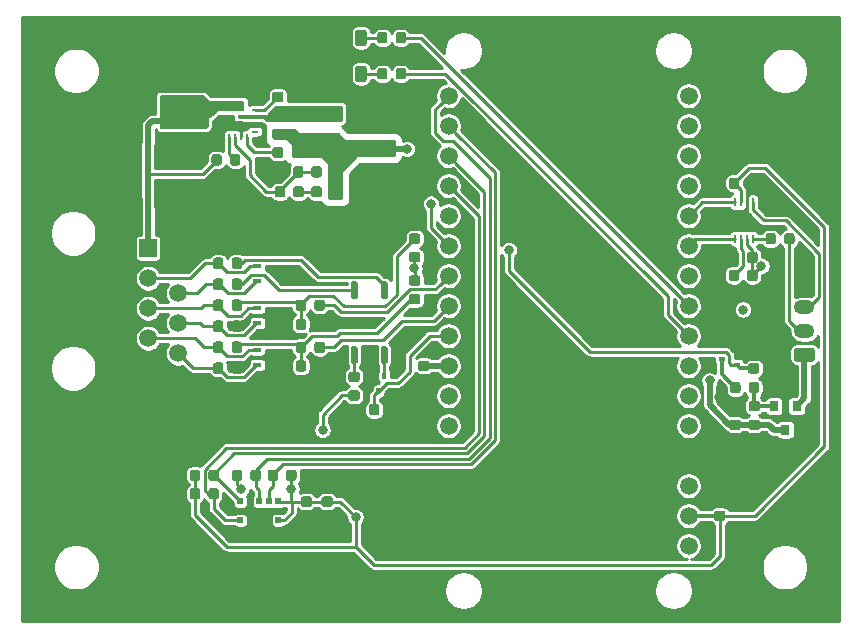
<source format=gbr>
G04 #@! TF.GenerationSoftware,KiCad,Pcbnew,(5.1.5)-3*
G04 #@! TF.CreationDate,2020-05-19T22:12:29-06:00*
G04 #@! TF.ProjectId,GarageDoorOpener,47617261-6765-4446-9f6f-724f70656e65,1b*
G04 #@! TF.SameCoordinates,Original*
G04 #@! TF.FileFunction,Copper,L1,Top*
G04 #@! TF.FilePolarity,Positive*
%FSLAX46Y46*%
G04 Gerber Fmt 4.6, Leading zero omitted, Abs format (unit mm)*
G04 Created by KiCad (PCBNEW (5.1.5)-3) date 2020-05-19 22:12:29*
%MOMM*%
%LPD*%
G04 APERTURE LIST*
%ADD10R,0.700000X0.450000*%
%ADD11R,0.250000X0.750000*%
%ADD12C,0.100000*%
%ADD13R,0.800000X0.900000*%
%ADD14R,0.510000X0.400000*%
%ADD15R,0.250000X0.600000*%
%ADD16R,0.600000X0.250000*%
%ADD17R,1.700000X0.250000*%
%ADD18R,2.100000X0.400000*%
%ADD19R,0.500000X0.500000*%
%ADD20C,1.500000*%
%ADD21R,0.400000X0.510000*%
%ADD22R,3.900000X1.200000*%
%ADD23R,1.500000X1.500000*%
%ADD24O,1.750000X1.200000*%
%ADD25C,0.800000*%
%ADD26C,0.250000*%
%ADD27C,0.500000*%
%ADD28C,0.350000*%
%ADD29C,0.254000*%
%ADD30C,0.200000*%
G04 APERTURE END LIST*
D10*
X120329200Y-89535000D03*
X118329200Y-90185000D03*
X118329200Y-88885000D03*
X120329200Y-93091000D03*
X118329200Y-93741000D03*
X118329200Y-92441000D03*
X120329200Y-96621600D03*
X118329200Y-97271600D03*
X118329200Y-95971600D03*
D11*
X160262000Y-86589200D03*
X159762000Y-86589200D03*
X159262000Y-86589200D03*
X158762000Y-86589200D03*
X158762000Y-83489200D03*
X159262000Y-83489200D03*
X159762000Y-83489200D03*
X160262000Y-83489200D03*
G04 #@! TA.AperFunction,SMDPad,CuDef*
D12*
G36*
X160627891Y-97125053D02*
G01*
X160649126Y-97128203D01*
X160669950Y-97133419D01*
X160690162Y-97140651D01*
X160709568Y-97149830D01*
X160727981Y-97160866D01*
X160745224Y-97173654D01*
X160761130Y-97188070D01*
X160775546Y-97203976D01*
X160788334Y-97221219D01*
X160799370Y-97239632D01*
X160808549Y-97259038D01*
X160815781Y-97279250D01*
X160820997Y-97300074D01*
X160824147Y-97321309D01*
X160825200Y-97342750D01*
X160825200Y-97780250D01*
X160824147Y-97801691D01*
X160820997Y-97822926D01*
X160815781Y-97843750D01*
X160808549Y-97863962D01*
X160799370Y-97883368D01*
X160788334Y-97901781D01*
X160775546Y-97919024D01*
X160761130Y-97934930D01*
X160745224Y-97949346D01*
X160727981Y-97962134D01*
X160709568Y-97973170D01*
X160690162Y-97982349D01*
X160669950Y-97989581D01*
X160649126Y-97994797D01*
X160627891Y-97997947D01*
X160606450Y-97999000D01*
X160093950Y-97999000D01*
X160072509Y-97997947D01*
X160051274Y-97994797D01*
X160030450Y-97989581D01*
X160010238Y-97982349D01*
X159990832Y-97973170D01*
X159972419Y-97962134D01*
X159955176Y-97949346D01*
X159939270Y-97934930D01*
X159924854Y-97919024D01*
X159912066Y-97901781D01*
X159901030Y-97883368D01*
X159891851Y-97863962D01*
X159884619Y-97843750D01*
X159879403Y-97822926D01*
X159876253Y-97801691D01*
X159875200Y-97780250D01*
X159875200Y-97342750D01*
X159876253Y-97321309D01*
X159879403Y-97300074D01*
X159884619Y-97279250D01*
X159891851Y-97259038D01*
X159901030Y-97239632D01*
X159912066Y-97221219D01*
X159924854Y-97203976D01*
X159939270Y-97188070D01*
X159955176Y-97173654D01*
X159972419Y-97160866D01*
X159990832Y-97149830D01*
X160010238Y-97140651D01*
X160030450Y-97133419D01*
X160051274Y-97128203D01*
X160072509Y-97125053D01*
X160093950Y-97124000D01*
X160606450Y-97124000D01*
X160627891Y-97125053D01*
G37*
G04 #@! TD.AperFunction*
G04 #@! TA.AperFunction,SMDPad,CuDef*
G36*
X160627891Y-95550053D02*
G01*
X160649126Y-95553203D01*
X160669950Y-95558419D01*
X160690162Y-95565651D01*
X160709568Y-95574830D01*
X160727981Y-95585866D01*
X160745224Y-95598654D01*
X160761130Y-95613070D01*
X160775546Y-95628976D01*
X160788334Y-95646219D01*
X160799370Y-95664632D01*
X160808549Y-95684038D01*
X160815781Y-95704250D01*
X160820997Y-95725074D01*
X160824147Y-95746309D01*
X160825200Y-95767750D01*
X160825200Y-96205250D01*
X160824147Y-96226691D01*
X160820997Y-96247926D01*
X160815781Y-96268750D01*
X160808549Y-96288962D01*
X160799370Y-96308368D01*
X160788334Y-96326781D01*
X160775546Y-96344024D01*
X160761130Y-96359930D01*
X160745224Y-96374346D01*
X160727981Y-96387134D01*
X160709568Y-96398170D01*
X160690162Y-96407349D01*
X160669950Y-96414581D01*
X160649126Y-96419797D01*
X160627891Y-96422947D01*
X160606450Y-96424000D01*
X160093950Y-96424000D01*
X160072509Y-96422947D01*
X160051274Y-96419797D01*
X160030450Y-96414581D01*
X160010238Y-96407349D01*
X159990832Y-96398170D01*
X159972419Y-96387134D01*
X159955176Y-96374346D01*
X159939270Y-96359930D01*
X159924854Y-96344024D01*
X159912066Y-96326781D01*
X159901030Y-96308368D01*
X159891851Y-96288962D01*
X159884619Y-96268750D01*
X159879403Y-96247926D01*
X159876253Y-96226691D01*
X159875200Y-96205250D01*
X159875200Y-95767750D01*
X159876253Y-95746309D01*
X159879403Y-95725074D01*
X159884619Y-95704250D01*
X159891851Y-95684038D01*
X159901030Y-95664632D01*
X159912066Y-95646219D01*
X159924854Y-95628976D01*
X159939270Y-95613070D01*
X159955176Y-95598654D01*
X159972419Y-95585866D01*
X159990832Y-95574830D01*
X160010238Y-95565651D01*
X160030450Y-95558419D01*
X160051274Y-95553203D01*
X160072509Y-95550053D01*
X160093950Y-95549000D01*
X160606450Y-95549000D01*
X160627891Y-95550053D01*
G37*
G04 #@! TD.AperFunction*
G04 #@! TA.AperFunction,SMDPad,CuDef*
G36*
X160615891Y-98713053D02*
G01*
X160637126Y-98716203D01*
X160657950Y-98721419D01*
X160678162Y-98728651D01*
X160697568Y-98737830D01*
X160715981Y-98748866D01*
X160733224Y-98761654D01*
X160749130Y-98776070D01*
X160763546Y-98791976D01*
X160776334Y-98809219D01*
X160787370Y-98827632D01*
X160796549Y-98847038D01*
X160803781Y-98867250D01*
X160808997Y-98888074D01*
X160812147Y-98909309D01*
X160813200Y-98930750D01*
X160813200Y-99443250D01*
X160812147Y-99464691D01*
X160808997Y-99485926D01*
X160803781Y-99506750D01*
X160796549Y-99526962D01*
X160787370Y-99546368D01*
X160776334Y-99564781D01*
X160763546Y-99582024D01*
X160749130Y-99597930D01*
X160733224Y-99612346D01*
X160715981Y-99625134D01*
X160697568Y-99636170D01*
X160678162Y-99645349D01*
X160657950Y-99652581D01*
X160637126Y-99657797D01*
X160615891Y-99660947D01*
X160594450Y-99662000D01*
X160156950Y-99662000D01*
X160135509Y-99660947D01*
X160114274Y-99657797D01*
X160093450Y-99652581D01*
X160073238Y-99645349D01*
X160053832Y-99636170D01*
X160035419Y-99625134D01*
X160018176Y-99612346D01*
X160002270Y-99597930D01*
X159987854Y-99582024D01*
X159975066Y-99564781D01*
X159964030Y-99546368D01*
X159954851Y-99526962D01*
X159947619Y-99506750D01*
X159942403Y-99485926D01*
X159939253Y-99464691D01*
X159938200Y-99443250D01*
X159938200Y-98930750D01*
X159939253Y-98909309D01*
X159942403Y-98888074D01*
X159947619Y-98867250D01*
X159954851Y-98847038D01*
X159964030Y-98827632D01*
X159975066Y-98809219D01*
X159987854Y-98791976D01*
X160002270Y-98776070D01*
X160018176Y-98761654D01*
X160035419Y-98748866D01*
X160053832Y-98737830D01*
X160073238Y-98728651D01*
X160093450Y-98721419D01*
X160114274Y-98716203D01*
X160135509Y-98713053D01*
X160156950Y-98712000D01*
X160594450Y-98712000D01*
X160615891Y-98713053D01*
G37*
G04 #@! TD.AperFunction*
G04 #@! TA.AperFunction,SMDPad,CuDef*
G36*
X159040891Y-98713053D02*
G01*
X159062126Y-98716203D01*
X159082950Y-98721419D01*
X159103162Y-98728651D01*
X159122568Y-98737830D01*
X159140981Y-98748866D01*
X159158224Y-98761654D01*
X159174130Y-98776070D01*
X159188546Y-98791976D01*
X159201334Y-98809219D01*
X159212370Y-98827632D01*
X159221549Y-98847038D01*
X159228781Y-98867250D01*
X159233997Y-98888074D01*
X159237147Y-98909309D01*
X159238200Y-98930750D01*
X159238200Y-99443250D01*
X159237147Y-99464691D01*
X159233997Y-99485926D01*
X159228781Y-99506750D01*
X159221549Y-99526962D01*
X159212370Y-99546368D01*
X159201334Y-99564781D01*
X159188546Y-99582024D01*
X159174130Y-99597930D01*
X159158224Y-99612346D01*
X159140981Y-99625134D01*
X159122568Y-99636170D01*
X159103162Y-99645349D01*
X159082950Y-99652581D01*
X159062126Y-99657797D01*
X159040891Y-99660947D01*
X159019450Y-99662000D01*
X158581950Y-99662000D01*
X158560509Y-99660947D01*
X158539274Y-99657797D01*
X158518450Y-99652581D01*
X158498238Y-99645349D01*
X158478832Y-99636170D01*
X158460419Y-99625134D01*
X158443176Y-99612346D01*
X158427270Y-99597930D01*
X158412854Y-99582024D01*
X158400066Y-99564781D01*
X158389030Y-99546368D01*
X158379851Y-99526962D01*
X158372619Y-99506750D01*
X158367403Y-99485926D01*
X158364253Y-99464691D01*
X158363200Y-99443250D01*
X158363200Y-98930750D01*
X158364253Y-98909309D01*
X158367403Y-98888074D01*
X158372619Y-98867250D01*
X158379851Y-98847038D01*
X158389030Y-98827632D01*
X158400066Y-98809219D01*
X158412854Y-98791976D01*
X158427270Y-98776070D01*
X158443176Y-98761654D01*
X158460419Y-98748866D01*
X158478832Y-98737830D01*
X158498238Y-98728651D01*
X158518450Y-98721419D01*
X158539274Y-98716203D01*
X158560509Y-98713053D01*
X158581950Y-98712000D01*
X159019450Y-98712000D01*
X159040891Y-98713053D01*
G37*
G04 #@! TD.AperFunction*
G04 #@! TA.AperFunction,SMDPad,CuDef*
G36*
X160678691Y-100325253D02*
G01*
X160699926Y-100328403D01*
X160720750Y-100333619D01*
X160740962Y-100340851D01*
X160760368Y-100350030D01*
X160778781Y-100361066D01*
X160796024Y-100373854D01*
X160811930Y-100388270D01*
X160826346Y-100404176D01*
X160839134Y-100421419D01*
X160850170Y-100439832D01*
X160859349Y-100459238D01*
X160866581Y-100479450D01*
X160871797Y-100500274D01*
X160874947Y-100521509D01*
X160876000Y-100542950D01*
X160876000Y-100980450D01*
X160874947Y-101001891D01*
X160871797Y-101023126D01*
X160866581Y-101043950D01*
X160859349Y-101064162D01*
X160850170Y-101083568D01*
X160839134Y-101101981D01*
X160826346Y-101119224D01*
X160811930Y-101135130D01*
X160796024Y-101149546D01*
X160778781Y-101162334D01*
X160760368Y-101173370D01*
X160740962Y-101182549D01*
X160720750Y-101189781D01*
X160699926Y-101194997D01*
X160678691Y-101198147D01*
X160657250Y-101199200D01*
X160144750Y-101199200D01*
X160123309Y-101198147D01*
X160102074Y-101194997D01*
X160081250Y-101189781D01*
X160061038Y-101182549D01*
X160041632Y-101173370D01*
X160023219Y-101162334D01*
X160005976Y-101149546D01*
X159990070Y-101135130D01*
X159975654Y-101119224D01*
X159962866Y-101101981D01*
X159951830Y-101083568D01*
X159942651Y-101064162D01*
X159935419Y-101043950D01*
X159930203Y-101023126D01*
X159927053Y-101001891D01*
X159926000Y-100980450D01*
X159926000Y-100542950D01*
X159927053Y-100521509D01*
X159930203Y-100500274D01*
X159935419Y-100479450D01*
X159942651Y-100459238D01*
X159951830Y-100439832D01*
X159962866Y-100421419D01*
X159975654Y-100404176D01*
X159990070Y-100388270D01*
X160005976Y-100373854D01*
X160023219Y-100361066D01*
X160041632Y-100350030D01*
X160061038Y-100340851D01*
X160081250Y-100333619D01*
X160102074Y-100328403D01*
X160123309Y-100325253D01*
X160144750Y-100324200D01*
X160657250Y-100324200D01*
X160678691Y-100325253D01*
G37*
G04 #@! TD.AperFunction*
G04 #@! TA.AperFunction,SMDPad,CuDef*
G36*
X160678691Y-101900253D02*
G01*
X160699926Y-101903403D01*
X160720750Y-101908619D01*
X160740962Y-101915851D01*
X160760368Y-101925030D01*
X160778781Y-101936066D01*
X160796024Y-101948854D01*
X160811930Y-101963270D01*
X160826346Y-101979176D01*
X160839134Y-101996419D01*
X160850170Y-102014832D01*
X160859349Y-102034238D01*
X160866581Y-102054450D01*
X160871797Y-102075274D01*
X160874947Y-102096509D01*
X160876000Y-102117950D01*
X160876000Y-102555450D01*
X160874947Y-102576891D01*
X160871797Y-102598126D01*
X160866581Y-102618950D01*
X160859349Y-102639162D01*
X160850170Y-102658568D01*
X160839134Y-102676981D01*
X160826346Y-102694224D01*
X160811930Y-102710130D01*
X160796024Y-102724546D01*
X160778781Y-102737334D01*
X160760368Y-102748370D01*
X160740962Y-102757549D01*
X160720750Y-102764781D01*
X160699926Y-102769997D01*
X160678691Y-102773147D01*
X160657250Y-102774200D01*
X160144750Y-102774200D01*
X160123309Y-102773147D01*
X160102074Y-102769997D01*
X160081250Y-102764781D01*
X160061038Y-102757549D01*
X160041632Y-102748370D01*
X160023219Y-102737334D01*
X160005976Y-102724546D01*
X159990070Y-102710130D01*
X159975654Y-102694224D01*
X159962866Y-102676981D01*
X159951830Y-102658568D01*
X159942651Y-102639162D01*
X159935419Y-102618950D01*
X159930203Y-102598126D01*
X159927053Y-102576891D01*
X159926000Y-102555450D01*
X159926000Y-102117950D01*
X159927053Y-102096509D01*
X159930203Y-102075274D01*
X159935419Y-102054450D01*
X159942651Y-102034238D01*
X159951830Y-102014832D01*
X159962866Y-101996419D01*
X159975654Y-101979176D01*
X159990070Y-101963270D01*
X160005976Y-101948854D01*
X160023219Y-101936066D01*
X160041632Y-101925030D01*
X160061038Y-101915851D01*
X160081250Y-101908619D01*
X160102074Y-101903403D01*
X160123309Y-101900253D01*
X160144750Y-101899200D01*
X160657250Y-101899200D01*
X160678691Y-101900253D01*
G37*
G04 #@! TD.AperFunction*
G04 #@! TA.AperFunction,SMDPad,CuDef*
G36*
X162038091Y-86114653D02*
G01*
X162059326Y-86117803D01*
X162080150Y-86123019D01*
X162100362Y-86130251D01*
X162119768Y-86139430D01*
X162138181Y-86150466D01*
X162155424Y-86163254D01*
X162171330Y-86177670D01*
X162185746Y-86193576D01*
X162198534Y-86210819D01*
X162209570Y-86229232D01*
X162218749Y-86248638D01*
X162225981Y-86268850D01*
X162231197Y-86289674D01*
X162234347Y-86310909D01*
X162235400Y-86332350D01*
X162235400Y-86844850D01*
X162234347Y-86866291D01*
X162231197Y-86887526D01*
X162225981Y-86908350D01*
X162218749Y-86928562D01*
X162209570Y-86947968D01*
X162198534Y-86966381D01*
X162185746Y-86983624D01*
X162171330Y-86999530D01*
X162155424Y-87013946D01*
X162138181Y-87026734D01*
X162119768Y-87037770D01*
X162100362Y-87046949D01*
X162080150Y-87054181D01*
X162059326Y-87059397D01*
X162038091Y-87062547D01*
X162016650Y-87063600D01*
X161579150Y-87063600D01*
X161557709Y-87062547D01*
X161536474Y-87059397D01*
X161515650Y-87054181D01*
X161495438Y-87046949D01*
X161476032Y-87037770D01*
X161457619Y-87026734D01*
X161440376Y-87013946D01*
X161424470Y-86999530D01*
X161410054Y-86983624D01*
X161397266Y-86966381D01*
X161386230Y-86947968D01*
X161377051Y-86928562D01*
X161369819Y-86908350D01*
X161364603Y-86887526D01*
X161361453Y-86866291D01*
X161360400Y-86844850D01*
X161360400Y-86332350D01*
X161361453Y-86310909D01*
X161364603Y-86289674D01*
X161369819Y-86268850D01*
X161377051Y-86248638D01*
X161386230Y-86229232D01*
X161397266Y-86210819D01*
X161410054Y-86193576D01*
X161424470Y-86177670D01*
X161440376Y-86163254D01*
X161457619Y-86150466D01*
X161476032Y-86139430D01*
X161495438Y-86130251D01*
X161515650Y-86123019D01*
X161536474Y-86117803D01*
X161557709Y-86114653D01*
X161579150Y-86113600D01*
X162016650Y-86113600D01*
X162038091Y-86114653D01*
G37*
G04 #@! TD.AperFunction*
G04 #@! TA.AperFunction,SMDPad,CuDef*
G36*
X163613091Y-86114653D02*
G01*
X163634326Y-86117803D01*
X163655150Y-86123019D01*
X163675362Y-86130251D01*
X163694768Y-86139430D01*
X163713181Y-86150466D01*
X163730424Y-86163254D01*
X163746330Y-86177670D01*
X163760746Y-86193576D01*
X163773534Y-86210819D01*
X163784570Y-86229232D01*
X163793749Y-86248638D01*
X163800981Y-86268850D01*
X163806197Y-86289674D01*
X163809347Y-86310909D01*
X163810400Y-86332350D01*
X163810400Y-86844850D01*
X163809347Y-86866291D01*
X163806197Y-86887526D01*
X163800981Y-86908350D01*
X163793749Y-86928562D01*
X163784570Y-86947968D01*
X163773534Y-86966381D01*
X163760746Y-86983624D01*
X163746330Y-86999530D01*
X163730424Y-87013946D01*
X163713181Y-87026734D01*
X163694768Y-87037770D01*
X163675362Y-87046949D01*
X163655150Y-87054181D01*
X163634326Y-87059397D01*
X163613091Y-87062547D01*
X163591650Y-87063600D01*
X163154150Y-87063600D01*
X163132709Y-87062547D01*
X163111474Y-87059397D01*
X163090650Y-87054181D01*
X163070438Y-87046949D01*
X163051032Y-87037770D01*
X163032619Y-87026734D01*
X163015376Y-87013946D01*
X162999470Y-86999530D01*
X162985054Y-86983624D01*
X162972266Y-86966381D01*
X162961230Y-86947968D01*
X162952051Y-86928562D01*
X162944819Y-86908350D01*
X162939603Y-86887526D01*
X162936453Y-86866291D01*
X162935400Y-86844850D01*
X162935400Y-86332350D01*
X162936453Y-86310909D01*
X162939603Y-86289674D01*
X162944819Y-86268850D01*
X162952051Y-86248638D01*
X162961230Y-86229232D01*
X162972266Y-86210819D01*
X162985054Y-86193576D01*
X162999470Y-86177670D01*
X163015376Y-86163254D01*
X163032619Y-86150466D01*
X163051032Y-86139430D01*
X163070438Y-86130251D01*
X163090650Y-86123019D01*
X163111474Y-86117803D01*
X163132709Y-86114653D01*
X163154150Y-86113600D01*
X163591650Y-86113600D01*
X163613091Y-86114653D01*
G37*
G04 #@! TD.AperFunction*
G04 #@! TA.AperFunction,SMDPad,CuDef*
G36*
X160488891Y-89213453D02*
G01*
X160510126Y-89216603D01*
X160530950Y-89221819D01*
X160551162Y-89229051D01*
X160570568Y-89238230D01*
X160588981Y-89249266D01*
X160606224Y-89262054D01*
X160622130Y-89276470D01*
X160636546Y-89292376D01*
X160649334Y-89309619D01*
X160660370Y-89328032D01*
X160669549Y-89347438D01*
X160676781Y-89367650D01*
X160681997Y-89388474D01*
X160685147Y-89409709D01*
X160686200Y-89431150D01*
X160686200Y-89943650D01*
X160685147Y-89965091D01*
X160681997Y-89986326D01*
X160676781Y-90007150D01*
X160669549Y-90027362D01*
X160660370Y-90046768D01*
X160649334Y-90065181D01*
X160636546Y-90082424D01*
X160622130Y-90098330D01*
X160606224Y-90112746D01*
X160588981Y-90125534D01*
X160570568Y-90136570D01*
X160551162Y-90145749D01*
X160530950Y-90152981D01*
X160510126Y-90158197D01*
X160488891Y-90161347D01*
X160467450Y-90162400D01*
X160029950Y-90162400D01*
X160008509Y-90161347D01*
X159987274Y-90158197D01*
X159966450Y-90152981D01*
X159946238Y-90145749D01*
X159926832Y-90136570D01*
X159908419Y-90125534D01*
X159891176Y-90112746D01*
X159875270Y-90098330D01*
X159860854Y-90082424D01*
X159848066Y-90065181D01*
X159837030Y-90046768D01*
X159827851Y-90027362D01*
X159820619Y-90007150D01*
X159815403Y-89986326D01*
X159812253Y-89965091D01*
X159811200Y-89943650D01*
X159811200Y-89431150D01*
X159812253Y-89409709D01*
X159815403Y-89388474D01*
X159820619Y-89367650D01*
X159827851Y-89347438D01*
X159837030Y-89328032D01*
X159848066Y-89309619D01*
X159860854Y-89292376D01*
X159875270Y-89276470D01*
X159891176Y-89262054D01*
X159908419Y-89249266D01*
X159926832Y-89238230D01*
X159946238Y-89229051D01*
X159966450Y-89221819D01*
X159987274Y-89216603D01*
X160008509Y-89213453D01*
X160029950Y-89212400D01*
X160467450Y-89212400D01*
X160488891Y-89213453D01*
G37*
G04 #@! TD.AperFunction*
G04 #@! TA.AperFunction,SMDPad,CuDef*
G36*
X158913891Y-89213453D02*
G01*
X158935126Y-89216603D01*
X158955950Y-89221819D01*
X158976162Y-89229051D01*
X158995568Y-89238230D01*
X159013981Y-89249266D01*
X159031224Y-89262054D01*
X159047130Y-89276470D01*
X159061546Y-89292376D01*
X159074334Y-89309619D01*
X159085370Y-89328032D01*
X159094549Y-89347438D01*
X159101781Y-89367650D01*
X159106997Y-89388474D01*
X159110147Y-89409709D01*
X159111200Y-89431150D01*
X159111200Y-89943650D01*
X159110147Y-89965091D01*
X159106997Y-89986326D01*
X159101781Y-90007150D01*
X159094549Y-90027362D01*
X159085370Y-90046768D01*
X159074334Y-90065181D01*
X159061546Y-90082424D01*
X159047130Y-90098330D01*
X159031224Y-90112746D01*
X159013981Y-90125534D01*
X158995568Y-90136570D01*
X158976162Y-90145749D01*
X158955950Y-90152981D01*
X158935126Y-90158197D01*
X158913891Y-90161347D01*
X158892450Y-90162400D01*
X158454950Y-90162400D01*
X158433509Y-90161347D01*
X158412274Y-90158197D01*
X158391450Y-90152981D01*
X158371238Y-90145749D01*
X158351832Y-90136570D01*
X158333419Y-90125534D01*
X158316176Y-90112746D01*
X158300270Y-90098330D01*
X158285854Y-90082424D01*
X158273066Y-90065181D01*
X158262030Y-90046768D01*
X158252851Y-90027362D01*
X158245619Y-90007150D01*
X158240403Y-89986326D01*
X158237253Y-89965091D01*
X158236200Y-89943650D01*
X158236200Y-89431150D01*
X158237253Y-89409709D01*
X158240403Y-89388474D01*
X158245619Y-89367650D01*
X158252851Y-89347438D01*
X158262030Y-89328032D01*
X158273066Y-89309619D01*
X158285854Y-89292376D01*
X158300270Y-89276470D01*
X158316176Y-89262054D01*
X158333419Y-89249266D01*
X158351832Y-89238230D01*
X158371238Y-89229051D01*
X158391450Y-89221819D01*
X158412274Y-89216603D01*
X158433509Y-89213453D01*
X158454950Y-89212400D01*
X158892450Y-89212400D01*
X158913891Y-89213453D01*
G37*
G04 #@! TD.AperFunction*
G04 #@! TA.AperFunction,SMDPad,CuDef*
G36*
X123839291Y-91732253D02*
G01*
X123860526Y-91735403D01*
X123881350Y-91740619D01*
X123901562Y-91747851D01*
X123920968Y-91757030D01*
X123939381Y-91768066D01*
X123956624Y-91780854D01*
X123972530Y-91795270D01*
X123986946Y-91811176D01*
X123999734Y-91828419D01*
X124010770Y-91846832D01*
X124019949Y-91866238D01*
X124027181Y-91886450D01*
X124032397Y-91907274D01*
X124035547Y-91928509D01*
X124036600Y-91949950D01*
X124036600Y-92462450D01*
X124035547Y-92483891D01*
X124032397Y-92505126D01*
X124027181Y-92525950D01*
X124019949Y-92546162D01*
X124010770Y-92565568D01*
X123999734Y-92583981D01*
X123986946Y-92601224D01*
X123972530Y-92617130D01*
X123956624Y-92631546D01*
X123939381Y-92644334D01*
X123920968Y-92655370D01*
X123901562Y-92664549D01*
X123881350Y-92671781D01*
X123860526Y-92676997D01*
X123839291Y-92680147D01*
X123817850Y-92681200D01*
X123380350Y-92681200D01*
X123358909Y-92680147D01*
X123337674Y-92676997D01*
X123316850Y-92671781D01*
X123296638Y-92664549D01*
X123277232Y-92655370D01*
X123258819Y-92644334D01*
X123241576Y-92631546D01*
X123225670Y-92617130D01*
X123211254Y-92601224D01*
X123198466Y-92583981D01*
X123187430Y-92565568D01*
X123178251Y-92546162D01*
X123171019Y-92525950D01*
X123165803Y-92505126D01*
X123162653Y-92483891D01*
X123161600Y-92462450D01*
X123161600Y-91949950D01*
X123162653Y-91928509D01*
X123165803Y-91907274D01*
X123171019Y-91886450D01*
X123178251Y-91866238D01*
X123187430Y-91846832D01*
X123198466Y-91828419D01*
X123211254Y-91811176D01*
X123225670Y-91795270D01*
X123241576Y-91780854D01*
X123258819Y-91768066D01*
X123277232Y-91757030D01*
X123296638Y-91747851D01*
X123316850Y-91740619D01*
X123337674Y-91735403D01*
X123358909Y-91732253D01*
X123380350Y-91731200D01*
X123817850Y-91731200D01*
X123839291Y-91732253D01*
G37*
G04 #@! TD.AperFunction*
G04 #@! TA.AperFunction,SMDPad,CuDef*
G36*
X122264291Y-91732253D02*
G01*
X122285526Y-91735403D01*
X122306350Y-91740619D01*
X122326562Y-91747851D01*
X122345968Y-91757030D01*
X122364381Y-91768066D01*
X122381624Y-91780854D01*
X122397530Y-91795270D01*
X122411946Y-91811176D01*
X122424734Y-91828419D01*
X122435770Y-91846832D01*
X122444949Y-91866238D01*
X122452181Y-91886450D01*
X122457397Y-91907274D01*
X122460547Y-91928509D01*
X122461600Y-91949950D01*
X122461600Y-92462450D01*
X122460547Y-92483891D01*
X122457397Y-92505126D01*
X122452181Y-92525950D01*
X122444949Y-92546162D01*
X122435770Y-92565568D01*
X122424734Y-92583981D01*
X122411946Y-92601224D01*
X122397530Y-92617130D01*
X122381624Y-92631546D01*
X122364381Y-92644334D01*
X122345968Y-92655370D01*
X122326562Y-92664549D01*
X122306350Y-92671781D01*
X122285526Y-92676997D01*
X122264291Y-92680147D01*
X122242850Y-92681200D01*
X121805350Y-92681200D01*
X121783909Y-92680147D01*
X121762674Y-92676997D01*
X121741850Y-92671781D01*
X121721638Y-92664549D01*
X121702232Y-92655370D01*
X121683819Y-92644334D01*
X121666576Y-92631546D01*
X121650670Y-92617130D01*
X121636254Y-92601224D01*
X121623466Y-92583981D01*
X121612430Y-92565568D01*
X121603251Y-92546162D01*
X121596019Y-92525950D01*
X121590803Y-92505126D01*
X121587653Y-92483891D01*
X121586600Y-92462450D01*
X121586600Y-91949950D01*
X121587653Y-91928509D01*
X121590803Y-91907274D01*
X121596019Y-91886450D01*
X121603251Y-91866238D01*
X121612430Y-91846832D01*
X121623466Y-91828419D01*
X121636254Y-91811176D01*
X121650670Y-91795270D01*
X121666576Y-91780854D01*
X121683819Y-91768066D01*
X121702232Y-91757030D01*
X121721638Y-91747851D01*
X121741850Y-91740619D01*
X121762674Y-91735403D01*
X121783909Y-91732253D01*
X121805350Y-91731200D01*
X122242850Y-91731200D01*
X122264291Y-91732253D01*
G37*
G04 #@! TD.AperFunction*
G04 #@! TA.AperFunction,SMDPad,CuDef*
G36*
X123836691Y-95309453D02*
G01*
X123857926Y-95312603D01*
X123878750Y-95317819D01*
X123898962Y-95325051D01*
X123918368Y-95334230D01*
X123936781Y-95345266D01*
X123954024Y-95358054D01*
X123969930Y-95372470D01*
X123984346Y-95388376D01*
X123997134Y-95405619D01*
X124008170Y-95424032D01*
X124017349Y-95443438D01*
X124024581Y-95463650D01*
X124029797Y-95484474D01*
X124032947Y-95505709D01*
X124034000Y-95527150D01*
X124034000Y-96039650D01*
X124032947Y-96061091D01*
X124029797Y-96082326D01*
X124024581Y-96103150D01*
X124017349Y-96123362D01*
X124008170Y-96142768D01*
X123997134Y-96161181D01*
X123984346Y-96178424D01*
X123969930Y-96194330D01*
X123954024Y-96208746D01*
X123936781Y-96221534D01*
X123918368Y-96232570D01*
X123898962Y-96241749D01*
X123878750Y-96248981D01*
X123857926Y-96254197D01*
X123836691Y-96257347D01*
X123815250Y-96258400D01*
X123377750Y-96258400D01*
X123356309Y-96257347D01*
X123335074Y-96254197D01*
X123314250Y-96248981D01*
X123294038Y-96241749D01*
X123274632Y-96232570D01*
X123256219Y-96221534D01*
X123238976Y-96208746D01*
X123223070Y-96194330D01*
X123208654Y-96178424D01*
X123195866Y-96161181D01*
X123184830Y-96142768D01*
X123175651Y-96123362D01*
X123168419Y-96103150D01*
X123163203Y-96082326D01*
X123160053Y-96061091D01*
X123159000Y-96039650D01*
X123159000Y-95527150D01*
X123160053Y-95505709D01*
X123163203Y-95484474D01*
X123168419Y-95463650D01*
X123175651Y-95443438D01*
X123184830Y-95424032D01*
X123195866Y-95405619D01*
X123208654Y-95388376D01*
X123223070Y-95372470D01*
X123238976Y-95358054D01*
X123256219Y-95345266D01*
X123274632Y-95334230D01*
X123294038Y-95325051D01*
X123314250Y-95317819D01*
X123335074Y-95312603D01*
X123356309Y-95309453D01*
X123377750Y-95308400D01*
X123815250Y-95308400D01*
X123836691Y-95309453D01*
G37*
G04 #@! TD.AperFunction*
G04 #@! TA.AperFunction,SMDPad,CuDef*
G36*
X122261691Y-95309453D02*
G01*
X122282926Y-95312603D01*
X122303750Y-95317819D01*
X122323962Y-95325051D01*
X122343368Y-95334230D01*
X122361781Y-95345266D01*
X122379024Y-95358054D01*
X122394930Y-95372470D01*
X122409346Y-95388376D01*
X122422134Y-95405619D01*
X122433170Y-95424032D01*
X122442349Y-95443438D01*
X122449581Y-95463650D01*
X122454797Y-95484474D01*
X122457947Y-95505709D01*
X122459000Y-95527150D01*
X122459000Y-96039650D01*
X122457947Y-96061091D01*
X122454797Y-96082326D01*
X122449581Y-96103150D01*
X122442349Y-96123362D01*
X122433170Y-96142768D01*
X122422134Y-96161181D01*
X122409346Y-96178424D01*
X122394930Y-96194330D01*
X122379024Y-96208746D01*
X122361781Y-96221534D01*
X122343368Y-96232570D01*
X122323962Y-96241749D01*
X122303750Y-96248981D01*
X122282926Y-96254197D01*
X122261691Y-96257347D01*
X122240250Y-96258400D01*
X121802750Y-96258400D01*
X121781309Y-96257347D01*
X121760074Y-96254197D01*
X121739250Y-96248981D01*
X121719038Y-96241749D01*
X121699632Y-96232570D01*
X121681219Y-96221534D01*
X121663976Y-96208746D01*
X121648070Y-96194330D01*
X121633654Y-96178424D01*
X121620866Y-96161181D01*
X121609830Y-96142768D01*
X121600651Y-96123362D01*
X121593419Y-96103150D01*
X121588203Y-96082326D01*
X121585053Y-96061091D01*
X121584000Y-96039650D01*
X121584000Y-95527150D01*
X121585053Y-95505709D01*
X121588203Y-95484474D01*
X121593419Y-95463650D01*
X121600651Y-95443438D01*
X121609830Y-95424032D01*
X121620866Y-95405619D01*
X121633654Y-95388376D01*
X121648070Y-95372470D01*
X121663976Y-95358054D01*
X121681219Y-95345266D01*
X121699632Y-95334230D01*
X121719038Y-95325051D01*
X121739250Y-95317819D01*
X121760074Y-95312603D01*
X121781309Y-95309453D01*
X121802750Y-95308400D01*
X122240250Y-95308400D01*
X122261691Y-95309453D01*
G37*
G04 #@! TD.AperFunction*
D13*
X163042600Y-102752400D03*
X162092600Y-100752400D03*
X163992600Y-100752400D03*
D14*
X158937800Y-96274000D03*
X157647800Y-96774000D03*
X158937800Y-97274000D03*
G04 #@! TA.AperFunction,SMDPad,CuDef*
D12*
G36*
X160514291Y-81415653D02*
G01*
X160535526Y-81418803D01*
X160556350Y-81424019D01*
X160576562Y-81431251D01*
X160595968Y-81440430D01*
X160614381Y-81451466D01*
X160631624Y-81464254D01*
X160647530Y-81478670D01*
X160661946Y-81494576D01*
X160674734Y-81511819D01*
X160685770Y-81530232D01*
X160694949Y-81549638D01*
X160702181Y-81569850D01*
X160707397Y-81590674D01*
X160710547Y-81611909D01*
X160711600Y-81633350D01*
X160711600Y-82145850D01*
X160710547Y-82167291D01*
X160707397Y-82188526D01*
X160702181Y-82209350D01*
X160694949Y-82229562D01*
X160685770Y-82248968D01*
X160674734Y-82267381D01*
X160661946Y-82284624D01*
X160647530Y-82300530D01*
X160631624Y-82314946D01*
X160614381Y-82327734D01*
X160595968Y-82338770D01*
X160576562Y-82347949D01*
X160556350Y-82355181D01*
X160535526Y-82360397D01*
X160514291Y-82363547D01*
X160492850Y-82364600D01*
X160055350Y-82364600D01*
X160033909Y-82363547D01*
X160012674Y-82360397D01*
X159991850Y-82355181D01*
X159971638Y-82347949D01*
X159952232Y-82338770D01*
X159933819Y-82327734D01*
X159916576Y-82314946D01*
X159900670Y-82300530D01*
X159886254Y-82284624D01*
X159873466Y-82267381D01*
X159862430Y-82248968D01*
X159853251Y-82229562D01*
X159846019Y-82209350D01*
X159840803Y-82188526D01*
X159837653Y-82167291D01*
X159836600Y-82145850D01*
X159836600Y-81633350D01*
X159837653Y-81611909D01*
X159840803Y-81590674D01*
X159846019Y-81569850D01*
X159853251Y-81549638D01*
X159862430Y-81530232D01*
X159873466Y-81511819D01*
X159886254Y-81494576D01*
X159900670Y-81478670D01*
X159916576Y-81464254D01*
X159933819Y-81451466D01*
X159952232Y-81440430D01*
X159971638Y-81431251D01*
X159991850Y-81424019D01*
X160012674Y-81418803D01*
X160033909Y-81415653D01*
X160055350Y-81414600D01*
X160492850Y-81414600D01*
X160514291Y-81415653D01*
G37*
G04 #@! TD.AperFunction*
G04 #@! TA.AperFunction,SMDPad,CuDef*
G36*
X158939291Y-81415653D02*
G01*
X158960526Y-81418803D01*
X158981350Y-81424019D01*
X159001562Y-81431251D01*
X159020968Y-81440430D01*
X159039381Y-81451466D01*
X159056624Y-81464254D01*
X159072530Y-81478670D01*
X159086946Y-81494576D01*
X159099734Y-81511819D01*
X159110770Y-81530232D01*
X159119949Y-81549638D01*
X159127181Y-81569850D01*
X159132397Y-81590674D01*
X159135547Y-81611909D01*
X159136600Y-81633350D01*
X159136600Y-82145850D01*
X159135547Y-82167291D01*
X159132397Y-82188526D01*
X159127181Y-82209350D01*
X159119949Y-82229562D01*
X159110770Y-82248968D01*
X159099734Y-82267381D01*
X159086946Y-82284624D01*
X159072530Y-82300530D01*
X159056624Y-82314946D01*
X159039381Y-82327734D01*
X159020968Y-82338770D01*
X159001562Y-82347949D01*
X158981350Y-82355181D01*
X158960526Y-82360397D01*
X158939291Y-82363547D01*
X158917850Y-82364600D01*
X158480350Y-82364600D01*
X158458909Y-82363547D01*
X158437674Y-82360397D01*
X158416850Y-82355181D01*
X158396638Y-82347949D01*
X158377232Y-82338770D01*
X158358819Y-82327734D01*
X158341576Y-82314946D01*
X158325670Y-82300530D01*
X158311254Y-82284624D01*
X158298466Y-82267381D01*
X158287430Y-82248968D01*
X158278251Y-82229562D01*
X158271019Y-82209350D01*
X158265803Y-82188526D01*
X158262653Y-82167291D01*
X158261600Y-82145850D01*
X158261600Y-81633350D01*
X158262653Y-81611909D01*
X158265803Y-81590674D01*
X158271019Y-81569850D01*
X158278251Y-81549638D01*
X158287430Y-81530232D01*
X158298466Y-81511819D01*
X158311254Y-81494576D01*
X158325670Y-81478670D01*
X158341576Y-81464254D01*
X158358819Y-81451466D01*
X158377232Y-81440430D01*
X158396638Y-81431251D01*
X158416850Y-81424019D01*
X158437674Y-81418803D01*
X158458909Y-81415653D01*
X158480350Y-81414600D01*
X158917850Y-81414600D01*
X158939291Y-81415653D01*
G37*
G04 #@! TD.AperFunction*
G04 #@! TA.AperFunction,SMDPad,CuDef*
G36*
X158913891Y-87689453D02*
G01*
X158935126Y-87692603D01*
X158955950Y-87697819D01*
X158976162Y-87705051D01*
X158995568Y-87714230D01*
X159013981Y-87725266D01*
X159031224Y-87738054D01*
X159047130Y-87752470D01*
X159061546Y-87768376D01*
X159074334Y-87785619D01*
X159085370Y-87804032D01*
X159094549Y-87823438D01*
X159101781Y-87843650D01*
X159106997Y-87864474D01*
X159110147Y-87885709D01*
X159111200Y-87907150D01*
X159111200Y-88419650D01*
X159110147Y-88441091D01*
X159106997Y-88462326D01*
X159101781Y-88483150D01*
X159094549Y-88503362D01*
X159085370Y-88522768D01*
X159074334Y-88541181D01*
X159061546Y-88558424D01*
X159047130Y-88574330D01*
X159031224Y-88588746D01*
X159013981Y-88601534D01*
X158995568Y-88612570D01*
X158976162Y-88621749D01*
X158955950Y-88628981D01*
X158935126Y-88634197D01*
X158913891Y-88637347D01*
X158892450Y-88638400D01*
X158454950Y-88638400D01*
X158433509Y-88637347D01*
X158412274Y-88634197D01*
X158391450Y-88628981D01*
X158371238Y-88621749D01*
X158351832Y-88612570D01*
X158333419Y-88601534D01*
X158316176Y-88588746D01*
X158300270Y-88574330D01*
X158285854Y-88558424D01*
X158273066Y-88541181D01*
X158262030Y-88522768D01*
X158252851Y-88503362D01*
X158245619Y-88483150D01*
X158240403Y-88462326D01*
X158237253Y-88441091D01*
X158236200Y-88419650D01*
X158236200Y-87907150D01*
X158237253Y-87885709D01*
X158240403Y-87864474D01*
X158245619Y-87843650D01*
X158252851Y-87823438D01*
X158262030Y-87804032D01*
X158273066Y-87785619D01*
X158285854Y-87768376D01*
X158300270Y-87752470D01*
X158316176Y-87738054D01*
X158333419Y-87725266D01*
X158351832Y-87714230D01*
X158371238Y-87705051D01*
X158391450Y-87697819D01*
X158412274Y-87692603D01*
X158433509Y-87689453D01*
X158454950Y-87688400D01*
X158892450Y-87688400D01*
X158913891Y-87689453D01*
G37*
G04 #@! TD.AperFunction*
G04 #@! TA.AperFunction,SMDPad,CuDef*
G36*
X160488891Y-87689453D02*
G01*
X160510126Y-87692603D01*
X160530950Y-87697819D01*
X160551162Y-87705051D01*
X160570568Y-87714230D01*
X160588981Y-87725266D01*
X160606224Y-87738054D01*
X160622130Y-87752470D01*
X160636546Y-87768376D01*
X160649334Y-87785619D01*
X160660370Y-87804032D01*
X160669549Y-87823438D01*
X160676781Y-87843650D01*
X160681997Y-87864474D01*
X160685147Y-87885709D01*
X160686200Y-87907150D01*
X160686200Y-88419650D01*
X160685147Y-88441091D01*
X160681997Y-88462326D01*
X160676781Y-88483150D01*
X160669549Y-88503362D01*
X160660370Y-88522768D01*
X160649334Y-88541181D01*
X160636546Y-88558424D01*
X160622130Y-88574330D01*
X160606224Y-88588746D01*
X160588981Y-88601534D01*
X160570568Y-88612570D01*
X160551162Y-88621749D01*
X160530950Y-88628981D01*
X160510126Y-88634197D01*
X160488891Y-88637347D01*
X160467450Y-88638400D01*
X160029950Y-88638400D01*
X160008509Y-88637347D01*
X159987274Y-88634197D01*
X159966450Y-88628981D01*
X159946238Y-88621749D01*
X159926832Y-88612570D01*
X159908419Y-88601534D01*
X159891176Y-88588746D01*
X159875270Y-88574330D01*
X159860854Y-88558424D01*
X159848066Y-88541181D01*
X159837030Y-88522768D01*
X159827851Y-88503362D01*
X159820619Y-88483150D01*
X159815403Y-88462326D01*
X159812253Y-88441091D01*
X159811200Y-88419650D01*
X159811200Y-87907150D01*
X159812253Y-87885709D01*
X159815403Y-87864474D01*
X159820619Y-87843650D01*
X159827851Y-87823438D01*
X159837030Y-87804032D01*
X159848066Y-87785619D01*
X159860854Y-87768376D01*
X159875270Y-87752470D01*
X159891176Y-87738054D01*
X159908419Y-87725266D01*
X159926832Y-87714230D01*
X159946238Y-87705051D01*
X159966450Y-87697819D01*
X159987274Y-87692603D01*
X160008509Y-87689453D01*
X160029950Y-87688400D01*
X160467450Y-87688400D01*
X160488891Y-87689453D01*
G37*
G04 #@! TD.AperFunction*
G04 #@! TA.AperFunction,SMDPad,CuDef*
G36*
X123836691Y-93353653D02*
G01*
X123857926Y-93356803D01*
X123878750Y-93362019D01*
X123898962Y-93369251D01*
X123918368Y-93378430D01*
X123936781Y-93389466D01*
X123954024Y-93402254D01*
X123969930Y-93416670D01*
X123984346Y-93432576D01*
X123997134Y-93449819D01*
X124008170Y-93468232D01*
X124017349Y-93487638D01*
X124024581Y-93507850D01*
X124029797Y-93528674D01*
X124032947Y-93549909D01*
X124034000Y-93571350D01*
X124034000Y-94083850D01*
X124032947Y-94105291D01*
X124029797Y-94126526D01*
X124024581Y-94147350D01*
X124017349Y-94167562D01*
X124008170Y-94186968D01*
X123997134Y-94205381D01*
X123984346Y-94222624D01*
X123969930Y-94238530D01*
X123954024Y-94252946D01*
X123936781Y-94265734D01*
X123918368Y-94276770D01*
X123898962Y-94285949D01*
X123878750Y-94293181D01*
X123857926Y-94298397D01*
X123836691Y-94301547D01*
X123815250Y-94302600D01*
X123377750Y-94302600D01*
X123356309Y-94301547D01*
X123335074Y-94298397D01*
X123314250Y-94293181D01*
X123294038Y-94285949D01*
X123274632Y-94276770D01*
X123256219Y-94265734D01*
X123238976Y-94252946D01*
X123223070Y-94238530D01*
X123208654Y-94222624D01*
X123195866Y-94205381D01*
X123184830Y-94186968D01*
X123175651Y-94167562D01*
X123168419Y-94147350D01*
X123163203Y-94126526D01*
X123160053Y-94105291D01*
X123159000Y-94083850D01*
X123159000Y-93571350D01*
X123160053Y-93549909D01*
X123163203Y-93528674D01*
X123168419Y-93507850D01*
X123175651Y-93487638D01*
X123184830Y-93468232D01*
X123195866Y-93449819D01*
X123208654Y-93432576D01*
X123223070Y-93416670D01*
X123238976Y-93402254D01*
X123256219Y-93389466D01*
X123274632Y-93378430D01*
X123294038Y-93369251D01*
X123314250Y-93362019D01*
X123335074Y-93356803D01*
X123356309Y-93353653D01*
X123377750Y-93352600D01*
X123815250Y-93352600D01*
X123836691Y-93353653D01*
G37*
G04 #@! TD.AperFunction*
G04 #@! TA.AperFunction,SMDPad,CuDef*
G36*
X122261691Y-93353653D02*
G01*
X122282926Y-93356803D01*
X122303750Y-93362019D01*
X122323962Y-93369251D01*
X122343368Y-93378430D01*
X122361781Y-93389466D01*
X122379024Y-93402254D01*
X122394930Y-93416670D01*
X122409346Y-93432576D01*
X122422134Y-93449819D01*
X122433170Y-93468232D01*
X122442349Y-93487638D01*
X122449581Y-93507850D01*
X122454797Y-93528674D01*
X122457947Y-93549909D01*
X122459000Y-93571350D01*
X122459000Y-94083850D01*
X122457947Y-94105291D01*
X122454797Y-94126526D01*
X122449581Y-94147350D01*
X122442349Y-94167562D01*
X122433170Y-94186968D01*
X122422134Y-94205381D01*
X122409346Y-94222624D01*
X122394930Y-94238530D01*
X122379024Y-94252946D01*
X122361781Y-94265734D01*
X122343368Y-94276770D01*
X122323962Y-94285949D01*
X122303750Y-94293181D01*
X122282926Y-94298397D01*
X122261691Y-94301547D01*
X122240250Y-94302600D01*
X121802750Y-94302600D01*
X121781309Y-94301547D01*
X121760074Y-94298397D01*
X121739250Y-94293181D01*
X121719038Y-94285949D01*
X121699632Y-94276770D01*
X121681219Y-94265734D01*
X121663976Y-94252946D01*
X121648070Y-94238530D01*
X121633654Y-94222624D01*
X121620866Y-94205381D01*
X121609830Y-94186968D01*
X121600651Y-94167562D01*
X121593419Y-94147350D01*
X121588203Y-94126526D01*
X121585053Y-94105291D01*
X121584000Y-94083850D01*
X121584000Y-93571350D01*
X121585053Y-93549909D01*
X121588203Y-93528674D01*
X121593419Y-93507850D01*
X121600651Y-93487638D01*
X121609830Y-93468232D01*
X121620866Y-93449819D01*
X121633654Y-93432576D01*
X121648070Y-93416670D01*
X121663976Y-93402254D01*
X121681219Y-93389466D01*
X121699632Y-93378430D01*
X121719038Y-93369251D01*
X121739250Y-93362019D01*
X121760074Y-93356803D01*
X121781309Y-93353653D01*
X121802750Y-93352600D01*
X122240250Y-93352600D01*
X122261691Y-93353653D01*
G37*
G04 #@! TD.AperFunction*
G04 #@! TA.AperFunction,SMDPad,CuDef*
G36*
X123836691Y-96884253D02*
G01*
X123857926Y-96887403D01*
X123878750Y-96892619D01*
X123898962Y-96899851D01*
X123918368Y-96909030D01*
X123936781Y-96920066D01*
X123954024Y-96932854D01*
X123969930Y-96947270D01*
X123984346Y-96963176D01*
X123997134Y-96980419D01*
X124008170Y-96998832D01*
X124017349Y-97018238D01*
X124024581Y-97038450D01*
X124029797Y-97059274D01*
X124032947Y-97080509D01*
X124034000Y-97101950D01*
X124034000Y-97614450D01*
X124032947Y-97635891D01*
X124029797Y-97657126D01*
X124024581Y-97677950D01*
X124017349Y-97698162D01*
X124008170Y-97717568D01*
X123997134Y-97735981D01*
X123984346Y-97753224D01*
X123969930Y-97769130D01*
X123954024Y-97783546D01*
X123936781Y-97796334D01*
X123918368Y-97807370D01*
X123898962Y-97816549D01*
X123878750Y-97823781D01*
X123857926Y-97828997D01*
X123836691Y-97832147D01*
X123815250Y-97833200D01*
X123377750Y-97833200D01*
X123356309Y-97832147D01*
X123335074Y-97828997D01*
X123314250Y-97823781D01*
X123294038Y-97816549D01*
X123274632Y-97807370D01*
X123256219Y-97796334D01*
X123238976Y-97783546D01*
X123223070Y-97769130D01*
X123208654Y-97753224D01*
X123195866Y-97735981D01*
X123184830Y-97717568D01*
X123175651Y-97698162D01*
X123168419Y-97677950D01*
X123163203Y-97657126D01*
X123160053Y-97635891D01*
X123159000Y-97614450D01*
X123159000Y-97101950D01*
X123160053Y-97080509D01*
X123163203Y-97059274D01*
X123168419Y-97038450D01*
X123175651Y-97018238D01*
X123184830Y-96998832D01*
X123195866Y-96980419D01*
X123208654Y-96963176D01*
X123223070Y-96947270D01*
X123238976Y-96932854D01*
X123256219Y-96920066D01*
X123274632Y-96909030D01*
X123294038Y-96899851D01*
X123314250Y-96892619D01*
X123335074Y-96887403D01*
X123356309Y-96884253D01*
X123377750Y-96883200D01*
X123815250Y-96883200D01*
X123836691Y-96884253D01*
G37*
G04 #@! TD.AperFunction*
G04 #@! TA.AperFunction,SMDPad,CuDef*
G36*
X122261691Y-96884253D02*
G01*
X122282926Y-96887403D01*
X122303750Y-96892619D01*
X122323962Y-96899851D01*
X122343368Y-96909030D01*
X122361781Y-96920066D01*
X122379024Y-96932854D01*
X122394930Y-96947270D01*
X122409346Y-96963176D01*
X122422134Y-96980419D01*
X122433170Y-96998832D01*
X122442349Y-97018238D01*
X122449581Y-97038450D01*
X122454797Y-97059274D01*
X122457947Y-97080509D01*
X122459000Y-97101950D01*
X122459000Y-97614450D01*
X122457947Y-97635891D01*
X122454797Y-97657126D01*
X122449581Y-97677950D01*
X122442349Y-97698162D01*
X122433170Y-97717568D01*
X122422134Y-97735981D01*
X122409346Y-97753224D01*
X122394930Y-97769130D01*
X122379024Y-97783546D01*
X122361781Y-97796334D01*
X122343368Y-97807370D01*
X122323962Y-97816549D01*
X122303750Y-97823781D01*
X122282926Y-97828997D01*
X122261691Y-97832147D01*
X122240250Y-97833200D01*
X121802750Y-97833200D01*
X121781309Y-97832147D01*
X121760074Y-97828997D01*
X121739250Y-97823781D01*
X121719038Y-97816549D01*
X121699632Y-97807370D01*
X121681219Y-97796334D01*
X121663976Y-97783546D01*
X121648070Y-97769130D01*
X121633654Y-97753224D01*
X121620866Y-97735981D01*
X121609830Y-97717568D01*
X121600651Y-97698162D01*
X121593419Y-97677950D01*
X121588203Y-97657126D01*
X121585053Y-97635891D01*
X121584000Y-97614450D01*
X121584000Y-97101950D01*
X121585053Y-97080509D01*
X121588203Y-97059274D01*
X121593419Y-97038450D01*
X121600651Y-97018238D01*
X121609830Y-96998832D01*
X121620866Y-96980419D01*
X121633654Y-96963176D01*
X121648070Y-96947270D01*
X121663976Y-96932854D01*
X121681219Y-96920066D01*
X121699632Y-96909030D01*
X121719038Y-96899851D01*
X121739250Y-96892619D01*
X121760074Y-96887403D01*
X121781309Y-96884253D01*
X121802750Y-96883200D01*
X122240250Y-96883200D01*
X122261691Y-96884253D01*
G37*
G04 #@! TD.AperFunction*
D15*
X115963000Y-77981000D03*
X116463000Y-77981000D03*
X116963000Y-77981000D03*
X117463000Y-77981000D03*
D16*
X118113000Y-77511000D03*
D17*
X117563000Y-76211000D03*
D16*
X118113000Y-75711000D03*
D18*
X116063000Y-76791000D03*
D16*
X115313000Y-77511000D03*
D18*
X116063000Y-75631000D03*
D15*
X116963000Y-75181000D03*
X116463000Y-75181000D03*
X115963000Y-75181000D03*
G04 #@! TA.AperFunction,SMDPad,CuDef*
D12*
G36*
X122058691Y-82126853D02*
G01*
X122079926Y-82130003D01*
X122100750Y-82135219D01*
X122120962Y-82142451D01*
X122140368Y-82151630D01*
X122158781Y-82162666D01*
X122176024Y-82175454D01*
X122191930Y-82189870D01*
X122206346Y-82205776D01*
X122219134Y-82223019D01*
X122230170Y-82241432D01*
X122239349Y-82260838D01*
X122246581Y-82281050D01*
X122251797Y-82301874D01*
X122254947Y-82323109D01*
X122256000Y-82344550D01*
X122256000Y-82857050D01*
X122254947Y-82878491D01*
X122251797Y-82899726D01*
X122246581Y-82920550D01*
X122239349Y-82940762D01*
X122230170Y-82960168D01*
X122219134Y-82978581D01*
X122206346Y-82995824D01*
X122191930Y-83011730D01*
X122176024Y-83026146D01*
X122158781Y-83038934D01*
X122140368Y-83049970D01*
X122120962Y-83059149D01*
X122100750Y-83066381D01*
X122079926Y-83071597D01*
X122058691Y-83074747D01*
X122037250Y-83075800D01*
X121599750Y-83075800D01*
X121578309Y-83074747D01*
X121557074Y-83071597D01*
X121536250Y-83066381D01*
X121516038Y-83059149D01*
X121496632Y-83049970D01*
X121478219Y-83038934D01*
X121460976Y-83026146D01*
X121445070Y-83011730D01*
X121430654Y-82995824D01*
X121417866Y-82978581D01*
X121406830Y-82960168D01*
X121397651Y-82940762D01*
X121390419Y-82920550D01*
X121385203Y-82899726D01*
X121382053Y-82878491D01*
X121381000Y-82857050D01*
X121381000Y-82344550D01*
X121382053Y-82323109D01*
X121385203Y-82301874D01*
X121390419Y-82281050D01*
X121397651Y-82260838D01*
X121406830Y-82241432D01*
X121417866Y-82223019D01*
X121430654Y-82205776D01*
X121445070Y-82189870D01*
X121460976Y-82175454D01*
X121478219Y-82162666D01*
X121496632Y-82151630D01*
X121516038Y-82142451D01*
X121536250Y-82135219D01*
X121557074Y-82130003D01*
X121578309Y-82126853D01*
X121599750Y-82125800D01*
X122037250Y-82125800D01*
X122058691Y-82126853D01*
G37*
G04 #@! TD.AperFunction*
G04 #@! TA.AperFunction,SMDPad,CuDef*
G36*
X120483691Y-82126853D02*
G01*
X120504926Y-82130003D01*
X120525750Y-82135219D01*
X120545962Y-82142451D01*
X120565368Y-82151630D01*
X120583781Y-82162666D01*
X120601024Y-82175454D01*
X120616930Y-82189870D01*
X120631346Y-82205776D01*
X120644134Y-82223019D01*
X120655170Y-82241432D01*
X120664349Y-82260838D01*
X120671581Y-82281050D01*
X120676797Y-82301874D01*
X120679947Y-82323109D01*
X120681000Y-82344550D01*
X120681000Y-82857050D01*
X120679947Y-82878491D01*
X120676797Y-82899726D01*
X120671581Y-82920550D01*
X120664349Y-82940762D01*
X120655170Y-82960168D01*
X120644134Y-82978581D01*
X120631346Y-82995824D01*
X120616930Y-83011730D01*
X120601024Y-83026146D01*
X120583781Y-83038934D01*
X120565368Y-83049970D01*
X120545962Y-83059149D01*
X120525750Y-83066381D01*
X120504926Y-83071597D01*
X120483691Y-83074747D01*
X120462250Y-83075800D01*
X120024750Y-83075800D01*
X120003309Y-83074747D01*
X119982074Y-83071597D01*
X119961250Y-83066381D01*
X119941038Y-83059149D01*
X119921632Y-83049970D01*
X119903219Y-83038934D01*
X119885976Y-83026146D01*
X119870070Y-83011730D01*
X119855654Y-82995824D01*
X119842866Y-82978581D01*
X119831830Y-82960168D01*
X119822651Y-82940762D01*
X119815419Y-82920550D01*
X119810203Y-82899726D01*
X119807053Y-82878491D01*
X119806000Y-82857050D01*
X119806000Y-82344550D01*
X119807053Y-82323109D01*
X119810203Y-82301874D01*
X119815419Y-82281050D01*
X119822651Y-82260838D01*
X119831830Y-82241432D01*
X119842866Y-82223019D01*
X119855654Y-82205776D01*
X119870070Y-82189870D01*
X119885976Y-82175454D01*
X119903219Y-82162666D01*
X119921632Y-82151630D01*
X119941038Y-82142451D01*
X119961250Y-82135219D01*
X119982074Y-82130003D01*
X120003309Y-82126853D01*
X120024750Y-82125800D01*
X120462250Y-82125800D01*
X120483691Y-82126853D01*
G37*
G04 #@! TD.AperFunction*
G04 #@! TA.AperFunction,SMDPad,CuDef*
G36*
X113282291Y-72867853D02*
G01*
X113303526Y-72871003D01*
X113324350Y-72876219D01*
X113344562Y-72883451D01*
X113363968Y-72892630D01*
X113382381Y-72903666D01*
X113399624Y-72916454D01*
X113415530Y-72930870D01*
X113429946Y-72946776D01*
X113442734Y-72964019D01*
X113453770Y-72982432D01*
X113462949Y-73001838D01*
X113470181Y-73022050D01*
X113475397Y-73042874D01*
X113478547Y-73064109D01*
X113479600Y-73085550D01*
X113479600Y-73523050D01*
X113478547Y-73544491D01*
X113475397Y-73565726D01*
X113470181Y-73586550D01*
X113462949Y-73606762D01*
X113453770Y-73626168D01*
X113442734Y-73644581D01*
X113429946Y-73661824D01*
X113415530Y-73677730D01*
X113399624Y-73692146D01*
X113382381Y-73704934D01*
X113363968Y-73715970D01*
X113344562Y-73725149D01*
X113324350Y-73732381D01*
X113303526Y-73737597D01*
X113282291Y-73740747D01*
X113260850Y-73741800D01*
X112748350Y-73741800D01*
X112726909Y-73740747D01*
X112705674Y-73737597D01*
X112684850Y-73732381D01*
X112664638Y-73725149D01*
X112645232Y-73715970D01*
X112626819Y-73704934D01*
X112609576Y-73692146D01*
X112593670Y-73677730D01*
X112579254Y-73661824D01*
X112566466Y-73644581D01*
X112555430Y-73626168D01*
X112546251Y-73606762D01*
X112539019Y-73586550D01*
X112533803Y-73565726D01*
X112530653Y-73544491D01*
X112529600Y-73523050D01*
X112529600Y-73085550D01*
X112530653Y-73064109D01*
X112533803Y-73042874D01*
X112539019Y-73022050D01*
X112546251Y-73001838D01*
X112555430Y-72982432D01*
X112566466Y-72964019D01*
X112579254Y-72946776D01*
X112593670Y-72930870D01*
X112609576Y-72916454D01*
X112626819Y-72903666D01*
X112645232Y-72892630D01*
X112664638Y-72883451D01*
X112684850Y-72876219D01*
X112705674Y-72871003D01*
X112726909Y-72867853D01*
X112748350Y-72866800D01*
X113260850Y-72866800D01*
X113282291Y-72867853D01*
G37*
G04 #@! TD.AperFunction*
G04 #@! TA.AperFunction,SMDPad,CuDef*
G36*
X113282291Y-74442853D02*
G01*
X113303526Y-74446003D01*
X113324350Y-74451219D01*
X113344562Y-74458451D01*
X113363968Y-74467630D01*
X113382381Y-74478666D01*
X113399624Y-74491454D01*
X113415530Y-74505870D01*
X113429946Y-74521776D01*
X113442734Y-74539019D01*
X113453770Y-74557432D01*
X113462949Y-74576838D01*
X113470181Y-74597050D01*
X113475397Y-74617874D01*
X113478547Y-74639109D01*
X113479600Y-74660550D01*
X113479600Y-75098050D01*
X113478547Y-75119491D01*
X113475397Y-75140726D01*
X113470181Y-75161550D01*
X113462949Y-75181762D01*
X113453770Y-75201168D01*
X113442734Y-75219581D01*
X113429946Y-75236824D01*
X113415530Y-75252730D01*
X113399624Y-75267146D01*
X113382381Y-75279934D01*
X113363968Y-75290970D01*
X113344562Y-75300149D01*
X113324350Y-75307381D01*
X113303526Y-75312597D01*
X113282291Y-75315747D01*
X113260850Y-75316800D01*
X112748350Y-75316800D01*
X112726909Y-75315747D01*
X112705674Y-75312597D01*
X112684850Y-75307381D01*
X112664638Y-75300149D01*
X112645232Y-75290970D01*
X112626819Y-75279934D01*
X112609576Y-75267146D01*
X112593670Y-75252730D01*
X112579254Y-75236824D01*
X112566466Y-75219581D01*
X112555430Y-75201168D01*
X112546251Y-75181762D01*
X112539019Y-75161550D01*
X112533803Y-75140726D01*
X112530653Y-75119491D01*
X112529600Y-75098050D01*
X112529600Y-74660550D01*
X112530653Y-74639109D01*
X112533803Y-74617874D01*
X112539019Y-74597050D01*
X112546251Y-74576838D01*
X112555430Y-74557432D01*
X112566466Y-74539019D01*
X112579254Y-74521776D01*
X112593670Y-74505870D01*
X112609576Y-74491454D01*
X112626819Y-74478666D01*
X112645232Y-74467630D01*
X112664638Y-74458451D01*
X112684850Y-74451219D01*
X112705674Y-74446003D01*
X112726909Y-74442853D01*
X112748350Y-74441800D01*
X113260850Y-74441800D01*
X113282291Y-74442853D01*
G37*
G04 #@! TD.AperFunction*
G04 #@! TA.AperFunction,SMDPad,CuDef*
G36*
X129145091Y-72144653D02*
G01*
X129166326Y-72147803D01*
X129187150Y-72153019D01*
X129207362Y-72160251D01*
X129226768Y-72169430D01*
X129245181Y-72180466D01*
X129262424Y-72193254D01*
X129278330Y-72207670D01*
X129292746Y-72223576D01*
X129305534Y-72240819D01*
X129316570Y-72259232D01*
X129325749Y-72278638D01*
X129332981Y-72298850D01*
X129338197Y-72319674D01*
X129341347Y-72340909D01*
X129342400Y-72362350D01*
X129342400Y-72874850D01*
X129341347Y-72896291D01*
X129338197Y-72917526D01*
X129332981Y-72938350D01*
X129325749Y-72958562D01*
X129316570Y-72977968D01*
X129305534Y-72996381D01*
X129292746Y-73013624D01*
X129278330Y-73029530D01*
X129262424Y-73043946D01*
X129245181Y-73056734D01*
X129226768Y-73067770D01*
X129207362Y-73076949D01*
X129187150Y-73084181D01*
X129166326Y-73089397D01*
X129145091Y-73092547D01*
X129123650Y-73093600D01*
X128686150Y-73093600D01*
X128664709Y-73092547D01*
X128643474Y-73089397D01*
X128622650Y-73084181D01*
X128602438Y-73076949D01*
X128583032Y-73067770D01*
X128564619Y-73056734D01*
X128547376Y-73043946D01*
X128531470Y-73029530D01*
X128517054Y-73013624D01*
X128504266Y-72996381D01*
X128493230Y-72977968D01*
X128484051Y-72958562D01*
X128476819Y-72938350D01*
X128471603Y-72917526D01*
X128468453Y-72896291D01*
X128467400Y-72874850D01*
X128467400Y-72362350D01*
X128468453Y-72340909D01*
X128471603Y-72319674D01*
X128476819Y-72298850D01*
X128484051Y-72278638D01*
X128493230Y-72259232D01*
X128504266Y-72240819D01*
X128517054Y-72223576D01*
X128531470Y-72207670D01*
X128547376Y-72193254D01*
X128564619Y-72180466D01*
X128583032Y-72169430D01*
X128602438Y-72160251D01*
X128622650Y-72153019D01*
X128643474Y-72147803D01*
X128664709Y-72144653D01*
X128686150Y-72143600D01*
X129123650Y-72143600D01*
X129145091Y-72144653D01*
G37*
G04 #@! TD.AperFunction*
G04 #@! TA.AperFunction,SMDPad,CuDef*
G36*
X130720091Y-72144653D02*
G01*
X130741326Y-72147803D01*
X130762150Y-72153019D01*
X130782362Y-72160251D01*
X130801768Y-72169430D01*
X130820181Y-72180466D01*
X130837424Y-72193254D01*
X130853330Y-72207670D01*
X130867746Y-72223576D01*
X130880534Y-72240819D01*
X130891570Y-72259232D01*
X130900749Y-72278638D01*
X130907981Y-72298850D01*
X130913197Y-72319674D01*
X130916347Y-72340909D01*
X130917400Y-72362350D01*
X130917400Y-72874850D01*
X130916347Y-72896291D01*
X130913197Y-72917526D01*
X130907981Y-72938350D01*
X130900749Y-72958562D01*
X130891570Y-72977968D01*
X130880534Y-72996381D01*
X130867746Y-73013624D01*
X130853330Y-73029530D01*
X130837424Y-73043946D01*
X130820181Y-73056734D01*
X130801768Y-73067770D01*
X130782362Y-73076949D01*
X130762150Y-73084181D01*
X130741326Y-73089397D01*
X130720091Y-73092547D01*
X130698650Y-73093600D01*
X130261150Y-73093600D01*
X130239709Y-73092547D01*
X130218474Y-73089397D01*
X130197650Y-73084181D01*
X130177438Y-73076949D01*
X130158032Y-73067770D01*
X130139619Y-73056734D01*
X130122376Y-73043946D01*
X130106470Y-73029530D01*
X130092054Y-73013624D01*
X130079266Y-72996381D01*
X130068230Y-72977968D01*
X130059051Y-72958562D01*
X130051819Y-72938350D01*
X130046603Y-72917526D01*
X130043453Y-72896291D01*
X130042400Y-72874850D01*
X130042400Y-72362350D01*
X130043453Y-72340909D01*
X130046603Y-72319674D01*
X130051819Y-72298850D01*
X130059051Y-72278638D01*
X130068230Y-72259232D01*
X130079266Y-72240819D01*
X130092054Y-72223576D01*
X130106470Y-72207670D01*
X130122376Y-72193254D01*
X130139619Y-72180466D01*
X130158032Y-72169430D01*
X130177438Y-72160251D01*
X130197650Y-72153019D01*
X130218474Y-72147803D01*
X130239709Y-72144653D01*
X130261150Y-72143600D01*
X130698650Y-72143600D01*
X130720091Y-72144653D01*
G37*
G04 #@! TD.AperFunction*
G04 #@! TA.AperFunction,SMDPad,CuDef*
G36*
X129145091Y-69096653D02*
G01*
X129166326Y-69099803D01*
X129187150Y-69105019D01*
X129207362Y-69112251D01*
X129226768Y-69121430D01*
X129245181Y-69132466D01*
X129262424Y-69145254D01*
X129278330Y-69159670D01*
X129292746Y-69175576D01*
X129305534Y-69192819D01*
X129316570Y-69211232D01*
X129325749Y-69230638D01*
X129332981Y-69250850D01*
X129338197Y-69271674D01*
X129341347Y-69292909D01*
X129342400Y-69314350D01*
X129342400Y-69826850D01*
X129341347Y-69848291D01*
X129338197Y-69869526D01*
X129332981Y-69890350D01*
X129325749Y-69910562D01*
X129316570Y-69929968D01*
X129305534Y-69948381D01*
X129292746Y-69965624D01*
X129278330Y-69981530D01*
X129262424Y-69995946D01*
X129245181Y-70008734D01*
X129226768Y-70019770D01*
X129207362Y-70028949D01*
X129187150Y-70036181D01*
X129166326Y-70041397D01*
X129145091Y-70044547D01*
X129123650Y-70045600D01*
X128686150Y-70045600D01*
X128664709Y-70044547D01*
X128643474Y-70041397D01*
X128622650Y-70036181D01*
X128602438Y-70028949D01*
X128583032Y-70019770D01*
X128564619Y-70008734D01*
X128547376Y-69995946D01*
X128531470Y-69981530D01*
X128517054Y-69965624D01*
X128504266Y-69948381D01*
X128493230Y-69929968D01*
X128484051Y-69910562D01*
X128476819Y-69890350D01*
X128471603Y-69869526D01*
X128468453Y-69848291D01*
X128467400Y-69826850D01*
X128467400Y-69314350D01*
X128468453Y-69292909D01*
X128471603Y-69271674D01*
X128476819Y-69250850D01*
X128484051Y-69230638D01*
X128493230Y-69211232D01*
X128504266Y-69192819D01*
X128517054Y-69175576D01*
X128531470Y-69159670D01*
X128547376Y-69145254D01*
X128564619Y-69132466D01*
X128583032Y-69121430D01*
X128602438Y-69112251D01*
X128622650Y-69105019D01*
X128643474Y-69099803D01*
X128664709Y-69096653D01*
X128686150Y-69095600D01*
X129123650Y-69095600D01*
X129145091Y-69096653D01*
G37*
G04 #@! TD.AperFunction*
G04 #@! TA.AperFunction,SMDPad,CuDef*
G36*
X130720091Y-69096653D02*
G01*
X130741326Y-69099803D01*
X130762150Y-69105019D01*
X130782362Y-69112251D01*
X130801768Y-69121430D01*
X130820181Y-69132466D01*
X130837424Y-69145254D01*
X130853330Y-69159670D01*
X130867746Y-69175576D01*
X130880534Y-69192819D01*
X130891570Y-69211232D01*
X130900749Y-69230638D01*
X130907981Y-69250850D01*
X130913197Y-69271674D01*
X130916347Y-69292909D01*
X130917400Y-69314350D01*
X130917400Y-69826850D01*
X130916347Y-69848291D01*
X130913197Y-69869526D01*
X130907981Y-69890350D01*
X130900749Y-69910562D01*
X130891570Y-69929968D01*
X130880534Y-69948381D01*
X130867746Y-69965624D01*
X130853330Y-69981530D01*
X130837424Y-69995946D01*
X130820181Y-70008734D01*
X130801768Y-70019770D01*
X130782362Y-70028949D01*
X130762150Y-70036181D01*
X130741326Y-70041397D01*
X130720091Y-70044547D01*
X130698650Y-70045600D01*
X130261150Y-70045600D01*
X130239709Y-70044547D01*
X130218474Y-70041397D01*
X130197650Y-70036181D01*
X130177438Y-70028949D01*
X130158032Y-70019770D01*
X130139619Y-70008734D01*
X130122376Y-69995946D01*
X130106470Y-69981530D01*
X130092054Y-69965624D01*
X130079266Y-69948381D01*
X130068230Y-69929968D01*
X130059051Y-69910562D01*
X130051819Y-69890350D01*
X130046603Y-69869526D01*
X130043453Y-69848291D01*
X130042400Y-69826850D01*
X130042400Y-69314350D01*
X130043453Y-69292909D01*
X130046603Y-69271674D01*
X130051819Y-69250850D01*
X130059051Y-69230638D01*
X130068230Y-69211232D01*
X130079266Y-69192819D01*
X130092054Y-69175576D01*
X130106470Y-69159670D01*
X130122376Y-69145254D01*
X130139619Y-69132466D01*
X130158032Y-69121430D01*
X130177438Y-69112251D01*
X130197650Y-69105019D01*
X130218474Y-69099803D01*
X130239709Y-69096653D01*
X130261150Y-69095600D01*
X130698650Y-69095600D01*
X130720091Y-69096653D01*
G37*
G04 #@! TD.AperFunction*
G04 #@! TA.AperFunction,SMDPad,CuDef*
G36*
X127366942Y-71919774D02*
G01*
X127390603Y-71923284D01*
X127413807Y-71929096D01*
X127436329Y-71937154D01*
X127457953Y-71947382D01*
X127478470Y-71959679D01*
X127497683Y-71973929D01*
X127515407Y-71989993D01*
X127531471Y-72007717D01*
X127545721Y-72026930D01*
X127558018Y-72047447D01*
X127568246Y-72069071D01*
X127576304Y-72091593D01*
X127582116Y-72114797D01*
X127585626Y-72138458D01*
X127586800Y-72162350D01*
X127586800Y-73074850D01*
X127585626Y-73098742D01*
X127582116Y-73122403D01*
X127576304Y-73145607D01*
X127568246Y-73168129D01*
X127558018Y-73189753D01*
X127545721Y-73210270D01*
X127531471Y-73229483D01*
X127515407Y-73247207D01*
X127497683Y-73263271D01*
X127478470Y-73277521D01*
X127457953Y-73289818D01*
X127436329Y-73300046D01*
X127413807Y-73308104D01*
X127390603Y-73313916D01*
X127366942Y-73317426D01*
X127343050Y-73318600D01*
X126855550Y-73318600D01*
X126831658Y-73317426D01*
X126807997Y-73313916D01*
X126784793Y-73308104D01*
X126762271Y-73300046D01*
X126740647Y-73289818D01*
X126720130Y-73277521D01*
X126700917Y-73263271D01*
X126683193Y-73247207D01*
X126667129Y-73229483D01*
X126652879Y-73210270D01*
X126640582Y-73189753D01*
X126630354Y-73168129D01*
X126622296Y-73145607D01*
X126616484Y-73122403D01*
X126612974Y-73098742D01*
X126611800Y-73074850D01*
X126611800Y-72162350D01*
X126612974Y-72138458D01*
X126616484Y-72114797D01*
X126622296Y-72091593D01*
X126630354Y-72069071D01*
X126640582Y-72047447D01*
X126652879Y-72026930D01*
X126667129Y-72007717D01*
X126683193Y-71989993D01*
X126700917Y-71973929D01*
X126720130Y-71959679D01*
X126740647Y-71947382D01*
X126762271Y-71937154D01*
X126784793Y-71929096D01*
X126807997Y-71923284D01*
X126831658Y-71919774D01*
X126855550Y-71918600D01*
X127343050Y-71918600D01*
X127366942Y-71919774D01*
G37*
G04 #@! TD.AperFunction*
G04 #@! TA.AperFunction,SMDPad,CuDef*
G36*
X125491942Y-71919774D02*
G01*
X125515603Y-71923284D01*
X125538807Y-71929096D01*
X125561329Y-71937154D01*
X125582953Y-71947382D01*
X125603470Y-71959679D01*
X125622683Y-71973929D01*
X125640407Y-71989993D01*
X125656471Y-72007717D01*
X125670721Y-72026930D01*
X125683018Y-72047447D01*
X125693246Y-72069071D01*
X125701304Y-72091593D01*
X125707116Y-72114797D01*
X125710626Y-72138458D01*
X125711800Y-72162350D01*
X125711800Y-73074850D01*
X125710626Y-73098742D01*
X125707116Y-73122403D01*
X125701304Y-73145607D01*
X125693246Y-73168129D01*
X125683018Y-73189753D01*
X125670721Y-73210270D01*
X125656471Y-73229483D01*
X125640407Y-73247207D01*
X125622683Y-73263271D01*
X125603470Y-73277521D01*
X125582953Y-73289818D01*
X125561329Y-73300046D01*
X125538807Y-73308104D01*
X125515603Y-73313916D01*
X125491942Y-73317426D01*
X125468050Y-73318600D01*
X124980550Y-73318600D01*
X124956658Y-73317426D01*
X124932997Y-73313916D01*
X124909793Y-73308104D01*
X124887271Y-73300046D01*
X124865647Y-73289818D01*
X124845130Y-73277521D01*
X124825917Y-73263271D01*
X124808193Y-73247207D01*
X124792129Y-73229483D01*
X124777879Y-73210270D01*
X124765582Y-73189753D01*
X124755354Y-73168129D01*
X124747296Y-73145607D01*
X124741484Y-73122403D01*
X124737974Y-73098742D01*
X124736800Y-73074850D01*
X124736800Y-72162350D01*
X124737974Y-72138458D01*
X124741484Y-72114797D01*
X124747296Y-72091593D01*
X124755354Y-72069071D01*
X124765582Y-72047447D01*
X124777879Y-72026930D01*
X124792129Y-72007717D01*
X124808193Y-71989993D01*
X124825917Y-71973929D01*
X124845130Y-71959679D01*
X124865647Y-71947382D01*
X124887271Y-71937154D01*
X124909793Y-71929096D01*
X124932997Y-71923284D01*
X124956658Y-71919774D01*
X124980550Y-71918600D01*
X125468050Y-71918600D01*
X125491942Y-71919774D01*
G37*
G04 #@! TD.AperFunction*
G04 #@! TA.AperFunction,SMDPad,CuDef*
G36*
X127366942Y-68871774D02*
G01*
X127390603Y-68875284D01*
X127413807Y-68881096D01*
X127436329Y-68889154D01*
X127457953Y-68899382D01*
X127478470Y-68911679D01*
X127497683Y-68925929D01*
X127515407Y-68941993D01*
X127531471Y-68959717D01*
X127545721Y-68978930D01*
X127558018Y-68999447D01*
X127568246Y-69021071D01*
X127576304Y-69043593D01*
X127582116Y-69066797D01*
X127585626Y-69090458D01*
X127586800Y-69114350D01*
X127586800Y-70026850D01*
X127585626Y-70050742D01*
X127582116Y-70074403D01*
X127576304Y-70097607D01*
X127568246Y-70120129D01*
X127558018Y-70141753D01*
X127545721Y-70162270D01*
X127531471Y-70181483D01*
X127515407Y-70199207D01*
X127497683Y-70215271D01*
X127478470Y-70229521D01*
X127457953Y-70241818D01*
X127436329Y-70252046D01*
X127413807Y-70260104D01*
X127390603Y-70265916D01*
X127366942Y-70269426D01*
X127343050Y-70270600D01*
X126855550Y-70270600D01*
X126831658Y-70269426D01*
X126807997Y-70265916D01*
X126784793Y-70260104D01*
X126762271Y-70252046D01*
X126740647Y-70241818D01*
X126720130Y-70229521D01*
X126700917Y-70215271D01*
X126683193Y-70199207D01*
X126667129Y-70181483D01*
X126652879Y-70162270D01*
X126640582Y-70141753D01*
X126630354Y-70120129D01*
X126622296Y-70097607D01*
X126616484Y-70074403D01*
X126612974Y-70050742D01*
X126611800Y-70026850D01*
X126611800Y-69114350D01*
X126612974Y-69090458D01*
X126616484Y-69066797D01*
X126622296Y-69043593D01*
X126630354Y-69021071D01*
X126640582Y-68999447D01*
X126652879Y-68978930D01*
X126667129Y-68959717D01*
X126683193Y-68941993D01*
X126700917Y-68925929D01*
X126720130Y-68911679D01*
X126740647Y-68899382D01*
X126762271Y-68889154D01*
X126784793Y-68881096D01*
X126807997Y-68875284D01*
X126831658Y-68871774D01*
X126855550Y-68870600D01*
X127343050Y-68870600D01*
X127366942Y-68871774D01*
G37*
G04 #@! TD.AperFunction*
G04 #@! TA.AperFunction,SMDPad,CuDef*
G36*
X125491942Y-68871774D02*
G01*
X125515603Y-68875284D01*
X125538807Y-68881096D01*
X125561329Y-68889154D01*
X125582953Y-68899382D01*
X125603470Y-68911679D01*
X125622683Y-68925929D01*
X125640407Y-68941993D01*
X125656471Y-68959717D01*
X125670721Y-68978930D01*
X125683018Y-68999447D01*
X125693246Y-69021071D01*
X125701304Y-69043593D01*
X125707116Y-69066797D01*
X125710626Y-69090458D01*
X125711800Y-69114350D01*
X125711800Y-70026850D01*
X125710626Y-70050742D01*
X125707116Y-70074403D01*
X125701304Y-70097607D01*
X125693246Y-70120129D01*
X125683018Y-70141753D01*
X125670721Y-70162270D01*
X125656471Y-70181483D01*
X125640407Y-70199207D01*
X125622683Y-70215271D01*
X125603470Y-70229521D01*
X125582953Y-70241818D01*
X125561329Y-70252046D01*
X125538807Y-70260104D01*
X125515603Y-70265916D01*
X125491942Y-70269426D01*
X125468050Y-70270600D01*
X124980550Y-70270600D01*
X124956658Y-70269426D01*
X124932997Y-70265916D01*
X124909793Y-70260104D01*
X124887271Y-70252046D01*
X124865647Y-70241818D01*
X124845130Y-70229521D01*
X124825917Y-70215271D01*
X124808193Y-70199207D01*
X124792129Y-70181483D01*
X124777879Y-70162270D01*
X124765582Y-70141753D01*
X124755354Y-70120129D01*
X124747296Y-70097607D01*
X124741484Y-70074403D01*
X124737974Y-70050742D01*
X124736800Y-70026850D01*
X124736800Y-69114350D01*
X124737974Y-69090458D01*
X124741484Y-69066797D01*
X124747296Y-69043593D01*
X124755354Y-69021071D01*
X124765582Y-68999447D01*
X124777879Y-68978930D01*
X124792129Y-68959717D01*
X124808193Y-68941993D01*
X124825917Y-68925929D01*
X124845130Y-68911679D01*
X124865647Y-68899382D01*
X124887271Y-68889154D01*
X124909793Y-68881096D01*
X124932997Y-68875284D01*
X124956658Y-68871774D01*
X124980550Y-68870600D01*
X125468050Y-68870600D01*
X125491942Y-68871774D01*
G37*
G04 #@! TD.AperFunction*
G04 #@! TA.AperFunction,SMDPad,CuDef*
G36*
X157757691Y-108021453D02*
G01*
X157778926Y-108024603D01*
X157799750Y-108029819D01*
X157819962Y-108037051D01*
X157839368Y-108046230D01*
X157857781Y-108057266D01*
X157875024Y-108070054D01*
X157890930Y-108084470D01*
X157905346Y-108100376D01*
X157918134Y-108117619D01*
X157929170Y-108136032D01*
X157938349Y-108155438D01*
X157945581Y-108175650D01*
X157950797Y-108196474D01*
X157953947Y-108217709D01*
X157955000Y-108239150D01*
X157955000Y-108676650D01*
X157953947Y-108698091D01*
X157950797Y-108719326D01*
X157945581Y-108740150D01*
X157938349Y-108760362D01*
X157929170Y-108779768D01*
X157918134Y-108798181D01*
X157905346Y-108815424D01*
X157890930Y-108831330D01*
X157875024Y-108845746D01*
X157857781Y-108858534D01*
X157839368Y-108869570D01*
X157819962Y-108878749D01*
X157799750Y-108885981D01*
X157778926Y-108891197D01*
X157757691Y-108894347D01*
X157736250Y-108895400D01*
X157223750Y-108895400D01*
X157202309Y-108894347D01*
X157181074Y-108891197D01*
X157160250Y-108885981D01*
X157140038Y-108878749D01*
X157120632Y-108869570D01*
X157102219Y-108858534D01*
X157084976Y-108845746D01*
X157069070Y-108831330D01*
X157054654Y-108815424D01*
X157041866Y-108798181D01*
X157030830Y-108779768D01*
X157021651Y-108760362D01*
X157014419Y-108740150D01*
X157009203Y-108719326D01*
X157006053Y-108698091D01*
X157005000Y-108676650D01*
X157005000Y-108239150D01*
X157006053Y-108217709D01*
X157009203Y-108196474D01*
X157014419Y-108175650D01*
X157021651Y-108155438D01*
X157030830Y-108136032D01*
X157041866Y-108117619D01*
X157054654Y-108100376D01*
X157069070Y-108084470D01*
X157084976Y-108070054D01*
X157102219Y-108057266D01*
X157120632Y-108046230D01*
X157140038Y-108037051D01*
X157160250Y-108029819D01*
X157181074Y-108024603D01*
X157202309Y-108021453D01*
X157223750Y-108020400D01*
X157736250Y-108020400D01*
X157757691Y-108021453D01*
G37*
G04 #@! TD.AperFunction*
G04 #@! TA.AperFunction,SMDPad,CuDef*
G36*
X157757691Y-109596453D02*
G01*
X157778926Y-109599603D01*
X157799750Y-109604819D01*
X157819962Y-109612051D01*
X157839368Y-109621230D01*
X157857781Y-109632266D01*
X157875024Y-109645054D01*
X157890930Y-109659470D01*
X157905346Y-109675376D01*
X157918134Y-109692619D01*
X157929170Y-109711032D01*
X157938349Y-109730438D01*
X157945581Y-109750650D01*
X157950797Y-109771474D01*
X157953947Y-109792709D01*
X157955000Y-109814150D01*
X157955000Y-110251650D01*
X157953947Y-110273091D01*
X157950797Y-110294326D01*
X157945581Y-110315150D01*
X157938349Y-110335362D01*
X157929170Y-110354768D01*
X157918134Y-110373181D01*
X157905346Y-110390424D01*
X157890930Y-110406330D01*
X157875024Y-110420746D01*
X157857781Y-110433534D01*
X157839368Y-110444570D01*
X157819962Y-110453749D01*
X157799750Y-110460981D01*
X157778926Y-110466197D01*
X157757691Y-110469347D01*
X157736250Y-110470400D01*
X157223750Y-110470400D01*
X157202309Y-110469347D01*
X157181074Y-110466197D01*
X157160250Y-110460981D01*
X157140038Y-110453749D01*
X157120632Y-110444570D01*
X157102219Y-110433534D01*
X157084976Y-110420746D01*
X157069070Y-110406330D01*
X157054654Y-110390424D01*
X157041866Y-110373181D01*
X157030830Y-110354768D01*
X157021651Y-110335362D01*
X157014419Y-110315150D01*
X157009203Y-110294326D01*
X157006053Y-110273091D01*
X157005000Y-110251650D01*
X157005000Y-109814150D01*
X157006053Y-109792709D01*
X157009203Y-109771474D01*
X157014419Y-109750650D01*
X157021651Y-109730438D01*
X157030830Y-109711032D01*
X157041866Y-109692619D01*
X157054654Y-109675376D01*
X157069070Y-109659470D01*
X157084976Y-109645054D01*
X157102219Y-109632266D01*
X157120632Y-109621230D01*
X157140038Y-109612051D01*
X157160250Y-109604819D01*
X157181074Y-109599603D01*
X157202309Y-109596453D01*
X157223750Y-109595400D01*
X157736250Y-109595400D01*
X157757691Y-109596453D01*
G37*
G04 #@! TD.AperFunction*
G04 #@! TA.AperFunction,SMDPad,CuDef*
G36*
X132687891Y-98471253D02*
G01*
X132709126Y-98474403D01*
X132729950Y-98479619D01*
X132750162Y-98486851D01*
X132769568Y-98496030D01*
X132787981Y-98507066D01*
X132805224Y-98519854D01*
X132821130Y-98534270D01*
X132835546Y-98550176D01*
X132848334Y-98567419D01*
X132859370Y-98585832D01*
X132868549Y-98605238D01*
X132875781Y-98625450D01*
X132880997Y-98646274D01*
X132884147Y-98667509D01*
X132885200Y-98688950D01*
X132885200Y-99126450D01*
X132884147Y-99147891D01*
X132880997Y-99169126D01*
X132875781Y-99189950D01*
X132868549Y-99210162D01*
X132859370Y-99229568D01*
X132848334Y-99247981D01*
X132835546Y-99265224D01*
X132821130Y-99281130D01*
X132805224Y-99295546D01*
X132787981Y-99308334D01*
X132769568Y-99319370D01*
X132750162Y-99328549D01*
X132729950Y-99335781D01*
X132709126Y-99340997D01*
X132687891Y-99344147D01*
X132666450Y-99345200D01*
X132153950Y-99345200D01*
X132132509Y-99344147D01*
X132111274Y-99340997D01*
X132090450Y-99335781D01*
X132070238Y-99328549D01*
X132050832Y-99319370D01*
X132032419Y-99308334D01*
X132015176Y-99295546D01*
X131999270Y-99281130D01*
X131984854Y-99265224D01*
X131972066Y-99247981D01*
X131961030Y-99229568D01*
X131951851Y-99210162D01*
X131944619Y-99189950D01*
X131939403Y-99169126D01*
X131936253Y-99147891D01*
X131935200Y-99126450D01*
X131935200Y-98688950D01*
X131936253Y-98667509D01*
X131939403Y-98646274D01*
X131944619Y-98625450D01*
X131951851Y-98605238D01*
X131961030Y-98585832D01*
X131972066Y-98567419D01*
X131984854Y-98550176D01*
X131999270Y-98534270D01*
X132015176Y-98519854D01*
X132032419Y-98507066D01*
X132050832Y-98496030D01*
X132070238Y-98486851D01*
X132090450Y-98479619D01*
X132111274Y-98474403D01*
X132132509Y-98471253D01*
X132153950Y-98470200D01*
X132666450Y-98470200D01*
X132687891Y-98471253D01*
G37*
G04 #@! TD.AperFunction*
G04 #@! TA.AperFunction,SMDPad,CuDef*
G36*
X132687891Y-96896253D02*
G01*
X132709126Y-96899403D01*
X132729950Y-96904619D01*
X132750162Y-96911851D01*
X132769568Y-96921030D01*
X132787981Y-96932066D01*
X132805224Y-96944854D01*
X132821130Y-96959270D01*
X132835546Y-96975176D01*
X132848334Y-96992419D01*
X132859370Y-97010832D01*
X132868549Y-97030238D01*
X132875781Y-97050450D01*
X132880997Y-97071274D01*
X132884147Y-97092509D01*
X132885200Y-97113950D01*
X132885200Y-97551450D01*
X132884147Y-97572891D01*
X132880997Y-97594126D01*
X132875781Y-97614950D01*
X132868549Y-97635162D01*
X132859370Y-97654568D01*
X132848334Y-97672981D01*
X132835546Y-97690224D01*
X132821130Y-97706130D01*
X132805224Y-97720546D01*
X132787981Y-97733334D01*
X132769568Y-97744370D01*
X132750162Y-97753549D01*
X132729950Y-97760781D01*
X132709126Y-97765997D01*
X132687891Y-97769147D01*
X132666450Y-97770200D01*
X132153950Y-97770200D01*
X132132509Y-97769147D01*
X132111274Y-97765997D01*
X132090450Y-97760781D01*
X132070238Y-97753549D01*
X132050832Y-97744370D01*
X132032419Y-97733334D01*
X132015176Y-97720546D01*
X131999270Y-97706130D01*
X131984854Y-97690224D01*
X131972066Y-97672981D01*
X131961030Y-97654568D01*
X131951851Y-97635162D01*
X131944619Y-97614950D01*
X131939403Y-97594126D01*
X131936253Y-97572891D01*
X131935200Y-97551450D01*
X131935200Y-97113950D01*
X131936253Y-97092509D01*
X131939403Y-97071274D01*
X131944619Y-97050450D01*
X131951851Y-97030238D01*
X131961030Y-97010832D01*
X131972066Y-96992419D01*
X131984854Y-96975176D01*
X131999270Y-96959270D01*
X132015176Y-96944854D01*
X132032419Y-96932066D01*
X132050832Y-96921030D01*
X132070238Y-96911851D01*
X132090450Y-96904619D01*
X132111274Y-96899403D01*
X132132509Y-96896253D01*
X132153950Y-96895200D01*
X132666450Y-96895200D01*
X132687891Y-96896253D01*
G37*
G04 #@! TD.AperFunction*
D19*
X118491000Y-108826400D03*
X118491000Y-110426400D03*
X119291000Y-110426400D03*
X119291000Y-108826400D03*
X120091000Y-108826400D03*
X120091000Y-110426400D03*
X117691000Y-108826400D03*
X116891000Y-108826400D03*
X117691000Y-110426400D03*
X116891000Y-110426400D03*
X120091000Y-109626400D03*
X116891000Y-109626400D03*
G04 #@! TA.AperFunction,SMDPad,CuDef*
D12*
G36*
X126693777Y-90200862D02*
G01*
X126707125Y-90202842D01*
X126720214Y-90206121D01*
X126732919Y-90210667D01*
X126745117Y-90216436D01*
X126756691Y-90223373D01*
X126767529Y-90231411D01*
X126777527Y-90240473D01*
X126786589Y-90250471D01*
X126794627Y-90261309D01*
X126801564Y-90272883D01*
X126807333Y-90285081D01*
X126811879Y-90297786D01*
X126815158Y-90310875D01*
X126817138Y-90324223D01*
X126817800Y-90337700D01*
X126817800Y-91512700D01*
X126817138Y-91526177D01*
X126815158Y-91539525D01*
X126811879Y-91552614D01*
X126807333Y-91565319D01*
X126801564Y-91577517D01*
X126794627Y-91589091D01*
X126786589Y-91599929D01*
X126777527Y-91609927D01*
X126767529Y-91618989D01*
X126756691Y-91627027D01*
X126745117Y-91633964D01*
X126732919Y-91639733D01*
X126720214Y-91644279D01*
X126707125Y-91647558D01*
X126693777Y-91649538D01*
X126680300Y-91650200D01*
X126405300Y-91650200D01*
X126391823Y-91649538D01*
X126378475Y-91647558D01*
X126365386Y-91644279D01*
X126352681Y-91639733D01*
X126340483Y-91633964D01*
X126328909Y-91627027D01*
X126318071Y-91618989D01*
X126308073Y-91609927D01*
X126299011Y-91599929D01*
X126290973Y-91589091D01*
X126284036Y-91577517D01*
X126278267Y-91565319D01*
X126273721Y-91552614D01*
X126270442Y-91539525D01*
X126268462Y-91526177D01*
X126267800Y-91512700D01*
X126267800Y-90337700D01*
X126268462Y-90324223D01*
X126270442Y-90310875D01*
X126273721Y-90297786D01*
X126278267Y-90285081D01*
X126284036Y-90272883D01*
X126290973Y-90261309D01*
X126299011Y-90250471D01*
X126308073Y-90240473D01*
X126318071Y-90231411D01*
X126328909Y-90223373D01*
X126340483Y-90216436D01*
X126352681Y-90210667D01*
X126365386Y-90206121D01*
X126378475Y-90202842D01*
X126391823Y-90200862D01*
X126405300Y-90200200D01*
X126680300Y-90200200D01*
X126693777Y-90200862D01*
G37*
G04 #@! TD.AperFunction*
G04 #@! TA.AperFunction,SMDPad,CuDef*
G36*
X129233777Y-90200862D02*
G01*
X129247125Y-90202842D01*
X129260214Y-90206121D01*
X129272919Y-90210667D01*
X129285117Y-90216436D01*
X129296691Y-90223373D01*
X129307529Y-90231411D01*
X129317527Y-90240473D01*
X129326589Y-90250471D01*
X129334627Y-90261309D01*
X129341564Y-90272883D01*
X129347333Y-90285081D01*
X129351879Y-90297786D01*
X129355158Y-90310875D01*
X129357138Y-90324223D01*
X129357800Y-90337700D01*
X129357800Y-91512700D01*
X129357138Y-91526177D01*
X129355158Y-91539525D01*
X129351879Y-91552614D01*
X129347333Y-91565319D01*
X129341564Y-91577517D01*
X129334627Y-91589091D01*
X129326589Y-91599929D01*
X129317527Y-91609927D01*
X129307529Y-91618989D01*
X129296691Y-91627027D01*
X129285117Y-91633964D01*
X129272919Y-91639733D01*
X129260214Y-91644279D01*
X129247125Y-91647558D01*
X129233777Y-91649538D01*
X129220300Y-91650200D01*
X128945300Y-91650200D01*
X128931823Y-91649538D01*
X128918475Y-91647558D01*
X128905386Y-91644279D01*
X128892681Y-91639733D01*
X128880483Y-91633964D01*
X128868909Y-91627027D01*
X128858071Y-91618989D01*
X128848073Y-91609927D01*
X128839011Y-91599929D01*
X128830973Y-91589091D01*
X128824036Y-91577517D01*
X128818267Y-91565319D01*
X128813721Y-91552614D01*
X128810442Y-91539525D01*
X128808462Y-91526177D01*
X128807800Y-91512700D01*
X128807800Y-90337700D01*
X128808462Y-90324223D01*
X128810442Y-90310875D01*
X128813721Y-90297786D01*
X128818267Y-90285081D01*
X128824036Y-90272883D01*
X128830973Y-90261309D01*
X128839011Y-90250471D01*
X128848073Y-90240473D01*
X128858071Y-90231411D01*
X128868909Y-90223373D01*
X128880483Y-90216436D01*
X128892681Y-90210667D01*
X128905386Y-90206121D01*
X128918475Y-90202842D01*
X128931823Y-90200862D01*
X128945300Y-90200200D01*
X129220300Y-90200200D01*
X129233777Y-90200862D01*
G37*
G04 #@! TD.AperFunction*
G04 #@! TA.AperFunction,SMDPad,CuDef*
G36*
X129233777Y-95700862D02*
G01*
X129247125Y-95702842D01*
X129260214Y-95706121D01*
X129272919Y-95710667D01*
X129285117Y-95716436D01*
X129296691Y-95723373D01*
X129307529Y-95731411D01*
X129317527Y-95740473D01*
X129326589Y-95750471D01*
X129334627Y-95761309D01*
X129341564Y-95772883D01*
X129347333Y-95785081D01*
X129351879Y-95797786D01*
X129355158Y-95810875D01*
X129357138Y-95824223D01*
X129357800Y-95837700D01*
X129357800Y-97012700D01*
X129357138Y-97026177D01*
X129355158Y-97039525D01*
X129351879Y-97052614D01*
X129347333Y-97065319D01*
X129341564Y-97077517D01*
X129334627Y-97089091D01*
X129326589Y-97099929D01*
X129317527Y-97109927D01*
X129307529Y-97118989D01*
X129296691Y-97127027D01*
X129285117Y-97133964D01*
X129272919Y-97139733D01*
X129260214Y-97144279D01*
X129247125Y-97147558D01*
X129233777Y-97149538D01*
X129220300Y-97150200D01*
X128945300Y-97150200D01*
X128931823Y-97149538D01*
X128918475Y-97147558D01*
X128905386Y-97144279D01*
X128892681Y-97139733D01*
X128880483Y-97133964D01*
X128868909Y-97127027D01*
X128858071Y-97118989D01*
X128848073Y-97109927D01*
X128839011Y-97099929D01*
X128830973Y-97089091D01*
X128824036Y-97077517D01*
X128818267Y-97065319D01*
X128813721Y-97052614D01*
X128810442Y-97039525D01*
X128808462Y-97026177D01*
X128807800Y-97012700D01*
X128807800Y-95837700D01*
X128808462Y-95824223D01*
X128810442Y-95810875D01*
X128813721Y-95797786D01*
X128818267Y-95785081D01*
X128824036Y-95772883D01*
X128830973Y-95761309D01*
X128839011Y-95750471D01*
X128848073Y-95740473D01*
X128858071Y-95731411D01*
X128868909Y-95723373D01*
X128880483Y-95716436D01*
X128892681Y-95710667D01*
X128905386Y-95706121D01*
X128918475Y-95702842D01*
X128931823Y-95700862D01*
X128945300Y-95700200D01*
X129220300Y-95700200D01*
X129233777Y-95700862D01*
G37*
G04 #@! TD.AperFunction*
G04 #@! TA.AperFunction,SMDPad,CuDef*
G36*
X126693777Y-95700862D02*
G01*
X126707125Y-95702842D01*
X126720214Y-95706121D01*
X126732919Y-95710667D01*
X126745117Y-95716436D01*
X126756691Y-95723373D01*
X126767529Y-95731411D01*
X126777527Y-95740473D01*
X126786589Y-95750471D01*
X126794627Y-95761309D01*
X126801564Y-95772883D01*
X126807333Y-95785081D01*
X126811879Y-95797786D01*
X126815158Y-95810875D01*
X126817138Y-95824223D01*
X126817800Y-95837700D01*
X126817800Y-97012700D01*
X126817138Y-97026177D01*
X126815158Y-97039525D01*
X126811879Y-97052614D01*
X126807333Y-97065319D01*
X126801564Y-97077517D01*
X126794627Y-97089091D01*
X126786589Y-97099929D01*
X126777527Y-97109927D01*
X126767529Y-97118989D01*
X126756691Y-97127027D01*
X126745117Y-97133964D01*
X126732919Y-97139733D01*
X126720214Y-97144279D01*
X126707125Y-97147558D01*
X126693777Y-97149538D01*
X126680300Y-97150200D01*
X126405300Y-97150200D01*
X126391823Y-97149538D01*
X126378475Y-97147558D01*
X126365386Y-97144279D01*
X126352681Y-97139733D01*
X126340483Y-97133964D01*
X126328909Y-97127027D01*
X126318071Y-97118989D01*
X126308073Y-97109927D01*
X126299011Y-97099929D01*
X126290973Y-97089091D01*
X126284036Y-97077517D01*
X126278267Y-97065319D01*
X126273721Y-97052614D01*
X126270442Y-97039525D01*
X126268462Y-97026177D01*
X126267800Y-97012700D01*
X126267800Y-95837700D01*
X126268462Y-95824223D01*
X126270442Y-95810875D01*
X126273721Y-95797786D01*
X126278267Y-95785081D01*
X126284036Y-95772883D01*
X126290973Y-95761309D01*
X126299011Y-95750471D01*
X126308073Y-95740473D01*
X126318071Y-95731411D01*
X126328909Y-95723373D01*
X126340483Y-95716436D01*
X126352681Y-95710667D01*
X126365386Y-95706121D01*
X126378475Y-95702842D01*
X126391823Y-95700862D01*
X126405300Y-95700200D01*
X126680300Y-95700200D01*
X126693777Y-95700862D01*
G37*
G04 #@! TD.AperFunction*
D20*
X154838400Y-79552800D03*
X154838400Y-77012800D03*
X154838400Y-82092800D03*
X154838400Y-74472800D03*
X154838400Y-84632800D03*
X134518400Y-74472800D03*
X154838400Y-87172800D03*
X134518400Y-77012800D03*
X154838400Y-89712800D03*
X134518400Y-79552800D03*
X154838400Y-92252800D03*
X134518400Y-82092800D03*
X154838400Y-94792800D03*
X134518400Y-84632800D03*
X154838400Y-97332800D03*
X134518400Y-87172800D03*
X154838400Y-99872800D03*
X134518400Y-89712800D03*
X154838400Y-102412800D03*
X134518400Y-92252800D03*
X154838400Y-104952800D03*
X134518400Y-94792800D03*
X154838400Y-107492800D03*
X134518400Y-97332800D03*
X154838400Y-110032800D03*
X134518400Y-99872800D03*
X154838400Y-112572800D03*
X134518400Y-102412800D03*
G04 #@! TA.AperFunction,SMDPad,CuDef*
D12*
G36*
X116826291Y-97062053D02*
G01*
X116847526Y-97065203D01*
X116868350Y-97070419D01*
X116888562Y-97077651D01*
X116907968Y-97086830D01*
X116926381Y-97097866D01*
X116943624Y-97110654D01*
X116959530Y-97125070D01*
X116973946Y-97140976D01*
X116986734Y-97158219D01*
X116997770Y-97176632D01*
X117006949Y-97196038D01*
X117014181Y-97216250D01*
X117019397Y-97237074D01*
X117022547Y-97258309D01*
X117023600Y-97279750D01*
X117023600Y-97792250D01*
X117022547Y-97813691D01*
X117019397Y-97834926D01*
X117014181Y-97855750D01*
X117006949Y-97875962D01*
X116997770Y-97895368D01*
X116986734Y-97913781D01*
X116973946Y-97931024D01*
X116959530Y-97946930D01*
X116943624Y-97961346D01*
X116926381Y-97974134D01*
X116907968Y-97985170D01*
X116888562Y-97994349D01*
X116868350Y-98001581D01*
X116847526Y-98006797D01*
X116826291Y-98009947D01*
X116804850Y-98011000D01*
X116367350Y-98011000D01*
X116345909Y-98009947D01*
X116324674Y-98006797D01*
X116303850Y-98001581D01*
X116283638Y-97994349D01*
X116264232Y-97985170D01*
X116245819Y-97974134D01*
X116228576Y-97961346D01*
X116212670Y-97946930D01*
X116198254Y-97931024D01*
X116185466Y-97913781D01*
X116174430Y-97895368D01*
X116165251Y-97875962D01*
X116158019Y-97855750D01*
X116152803Y-97834926D01*
X116149653Y-97813691D01*
X116148600Y-97792250D01*
X116148600Y-97279750D01*
X116149653Y-97258309D01*
X116152803Y-97237074D01*
X116158019Y-97216250D01*
X116165251Y-97196038D01*
X116174430Y-97176632D01*
X116185466Y-97158219D01*
X116198254Y-97140976D01*
X116212670Y-97125070D01*
X116228576Y-97110654D01*
X116245819Y-97097866D01*
X116264232Y-97086830D01*
X116283638Y-97077651D01*
X116303850Y-97070419D01*
X116324674Y-97065203D01*
X116345909Y-97062053D01*
X116367350Y-97061000D01*
X116804850Y-97061000D01*
X116826291Y-97062053D01*
G37*
G04 #@! TD.AperFunction*
G04 #@! TA.AperFunction,SMDPad,CuDef*
G36*
X115251291Y-97062053D02*
G01*
X115272526Y-97065203D01*
X115293350Y-97070419D01*
X115313562Y-97077651D01*
X115332968Y-97086830D01*
X115351381Y-97097866D01*
X115368624Y-97110654D01*
X115384530Y-97125070D01*
X115398946Y-97140976D01*
X115411734Y-97158219D01*
X115422770Y-97176632D01*
X115431949Y-97196038D01*
X115439181Y-97216250D01*
X115444397Y-97237074D01*
X115447547Y-97258309D01*
X115448600Y-97279750D01*
X115448600Y-97792250D01*
X115447547Y-97813691D01*
X115444397Y-97834926D01*
X115439181Y-97855750D01*
X115431949Y-97875962D01*
X115422770Y-97895368D01*
X115411734Y-97913781D01*
X115398946Y-97931024D01*
X115384530Y-97946930D01*
X115368624Y-97961346D01*
X115351381Y-97974134D01*
X115332968Y-97985170D01*
X115313562Y-97994349D01*
X115293350Y-98001581D01*
X115272526Y-98006797D01*
X115251291Y-98009947D01*
X115229850Y-98011000D01*
X114792350Y-98011000D01*
X114770909Y-98009947D01*
X114749674Y-98006797D01*
X114728850Y-98001581D01*
X114708638Y-97994349D01*
X114689232Y-97985170D01*
X114670819Y-97974134D01*
X114653576Y-97961346D01*
X114637670Y-97946930D01*
X114623254Y-97931024D01*
X114610466Y-97913781D01*
X114599430Y-97895368D01*
X114590251Y-97875962D01*
X114583019Y-97855750D01*
X114577803Y-97834926D01*
X114574653Y-97813691D01*
X114573600Y-97792250D01*
X114573600Y-97279750D01*
X114574653Y-97258309D01*
X114577803Y-97237074D01*
X114583019Y-97216250D01*
X114590251Y-97196038D01*
X114599430Y-97176632D01*
X114610466Y-97158219D01*
X114623254Y-97140976D01*
X114637670Y-97125070D01*
X114653576Y-97110654D01*
X114670819Y-97097866D01*
X114689232Y-97086830D01*
X114708638Y-97077651D01*
X114728850Y-97070419D01*
X114749674Y-97065203D01*
X114770909Y-97062053D01*
X114792350Y-97061000D01*
X115229850Y-97061000D01*
X115251291Y-97062053D01*
G37*
G04 #@! TD.AperFunction*
G04 #@! TA.AperFunction,SMDPad,CuDef*
G36*
X116826291Y-95284053D02*
G01*
X116847526Y-95287203D01*
X116868350Y-95292419D01*
X116888562Y-95299651D01*
X116907968Y-95308830D01*
X116926381Y-95319866D01*
X116943624Y-95332654D01*
X116959530Y-95347070D01*
X116973946Y-95362976D01*
X116986734Y-95380219D01*
X116997770Y-95398632D01*
X117006949Y-95418038D01*
X117014181Y-95438250D01*
X117019397Y-95459074D01*
X117022547Y-95480309D01*
X117023600Y-95501750D01*
X117023600Y-96014250D01*
X117022547Y-96035691D01*
X117019397Y-96056926D01*
X117014181Y-96077750D01*
X117006949Y-96097962D01*
X116997770Y-96117368D01*
X116986734Y-96135781D01*
X116973946Y-96153024D01*
X116959530Y-96168930D01*
X116943624Y-96183346D01*
X116926381Y-96196134D01*
X116907968Y-96207170D01*
X116888562Y-96216349D01*
X116868350Y-96223581D01*
X116847526Y-96228797D01*
X116826291Y-96231947D01*
X116804850Y-96233000D01*
X116367350Y-96233000D01*
X116345909Y-96231947D01*
X116324674Y-96228797D01*
X116303850Y-96223581D01*
X116283638Y-96216349D01*
X116264232Y-96207170D01*
X116245819Y-96196134D01*
X116228576Y-96183346D01*
X116212670Y-96168930D01*
X116198254Y-96153024D01*
X116185466Y-96135781D01*
X116174430Y-96117368D01*
X116165251Y-96097962D01*
X116158019Y-96077750D01*
X116152803Y-96056926D01*
X116149653Y-96035691D01*
X116148600Y-96014250D01*
X116148600Y-95501750D01*
X116149653Y-95480309D01*
X116152803Y-95459074D01*
X116158019Y-95438250D01*
X116165251Y-95418038D01*
X116174430Y-95398632D01*
X116185466Y-95380219D01*
X116198254Y-95362976D01*
X116212670Y-95347070D01*
X116228576Y-95332654D01*
X116245819Y-95319866D01*
X116264232Y-95308830D01*
X116283638Y-95299651D01*
X116303850Y-95292419D01*
X116324674Y-95287203D01*
X116345909Y-95284053D01*
X116367350Y-95283000D01*
X116804850Y-95283000D01*
X116826291Y-95284053D01*
G37*
G04 #@! TD.AperFunction*
G04 #@! TA.AperFunction,SMDPad,CuDef*
G36*
X115251291Y-95284053D02*
G01*
X115272526Y-95287203D01*
X115293350Y-95292419D01*
X115313562Y-95299651D01*
X115332968Y-95308830D01*
X115351381Y-95319866D01*
X115368624Y-95332654D01*
X115384530Y-95347070D01*
X115398946Y-95362976D01*
X115411734Y-95380219D01*
X115422770Y-95398632D01*
X115431949Y-95418038D01*
X115439181Y-95438250D01*
X115444397Y-95459074D01*
X115447547Y-95480309D01*
X115448600Y-95501750D01*
X115448600Y-96014250D01*
X115447547Y-96035691D01*
X115444397Y-96056926D01*
X115439181Y-96077750D01*
X115431949Y-96097962D01*
X115422770Y-96117368D01*
X115411734Y-96135781D01*
X115398946Y-96153024D01*
X115384530Y-96168930D01*
X115368624Y-96183346D01*
X115351381Y-96196134D01*
X115332968Y-96207170D01*
X115313562Y-96216349D01*
X115293350Y-96223581D01*
X115272526Y-96228797D01*
X115251291Y-96231947D01*
X115229850Y-96233000D01*
X114792350Y-96233000D01*
X114770909Y-96231947D01*
X114749674Y-96228797D01*
X114728850Y-96223581D01*
X114708638Y-96216349D01*
X114689232Y-96207170D01*
X114670819Y-96196134D01*
X114653576Y-96183346D01*
X114637670Y-96168930D01*
X114623254Y-96153024D01*
X114610466Y-96135781D01*
X114599430Y-96117368D01*
X114590251Y-96097962D01*
X114583019Y-96077750D01*
X114577803Y-96056926D01*
X114574653Y-96035691D01*
X114573600Y-96014250D01*
X114573600Y-95501750D01*
X114574653Y-95480309D01*
X114577803Y-95459074D01*
X114583019Y-95438250D01*
X114590251Y-95418038D01*
X114599430Y-95398632D01*
X114610466Y-95380219D01*
X114623254Y-95362976D01*
X114637670Y-95347070D01*
X114653576Y-95332654D01*
X114670819Y-95319866D01*
X114689232Y-95308830D01*
X114708638Y-95299651D01*
X114728850Y-95292419D01*
X114749674Y-95287203D01*
X114770909Y-95284053D01*
X114792350Y-95283000D01*
X115229850Y-95283000D01*
X115251291Y-95284053D01*
G37*
G04 #@! TD.AperFunction*
G04 #@! TA.AperFunction,SMDPad,CuDef*
G36*
X116826291Y-93506053D02*
G01*
X116847526Y-93509203D01*
X116868350Y-93514419D01*
X116888562Y-93521651D01*
X116907968Y-93530830D01*
X116926381Y-93541866D01*
X116943624Y-93554654D01*
X116959530Y-93569070D01*
X116973946Y-93584976D01*
X116986734Y-93602219D01*
X116997770Y-93620632D01*
X117006949Y-93640038D01*
X117014181Y-93660250D01*
X117019397Y-93681074D01*
X117022547Y-93702309D01*
X117023600Y-93723750D01*
X117023600Y-94236250D01*
X117022547Y-94257691D01*
X117019397Y-94278926D01*
X117014181Y-94299750D01*
X117006949Y-94319962D01*
X116997770Y-94339368D01*
X116986734Y-94357781D01*
X116973946Y-94375024D01*
X116959530Y-94390930D01*
X116943624Y-94405346D01*
X116926381Y-94418134D01*
X116907968Y-94429170D01*
X116888562Y-94438349D01*
X116868350Y-94445581D01*
X116847526Y-94450797D01*
X116826291Y-94453947D01*
X116804850Y-94455000D01*
X116367350Y-94455000D01*
X116345909Y-94453947D01*
X116324674Y-94450797D01*
X116303850Y-94445581D01*
X116283638Y-94438349D01*
X116264232Y-94429170D01*
X116245819Y-94418134D01*
X116228576Y-94405346D01*
X116212670Y-94390930D01*
X116198254Y-94375024D01*
X116185466Y-94357781D01*
X116174430Y-94339368D01*
X116165251Y-94319962D01*
X116158019Y-94299750D01*
X116152803Y-94278926D01*
X116149653Y-94257691D01*
X116148600Y-94236250D01*
X116148600Y-93723750D01*
X116149653Y-93702309D01*
X116152803Y-93681074D01*
X116158019Y-93660250D01*
X116165251Y-93640038D01*
X116174430Y-93620632D01*
X116185466Y-93602219D01*
X116198254Y-93584976D01*
X116212670Y-93569070D01*
X116228576Y-93554654D01*
X116245819Y-93541866D01*
X116264232Y-93530830D01*
X116283638Y-93521651D01*
X116303850Y-93514419D01*
X116324674Y-93509203D01*
X116345909Y-93506053D01*
X116367350Y-93505000D01*
X116804850Y-93505000D01*
X116826291Y-93506053D01*
G37*
G04 #@! TD.AperFunction*
G04 #@! TA.AperFunction,SMDPad,CuDef*
G36*
X115251291Y-93506053D02*
G01*
X115272526Y-93509203D01*
X115293350Y-93514419D01*
X115313562Y-93521651D01*
X115332968Y-93530830D01*
X115351381Y-93541866D01*
X115368624Y-93554654D01*
X115384530Y-93569070D01*
X115398946Y-93584976D01*
X115411734Y-93602219D01*
X115422770Y-93620632D01*
X115431949Y-93640038D01*
X115439181Y-93660250D01*
X115444397Y-93681074D01*
X115447547Y-93702309D01*
X115448600Y-93723750D01*
X115448600Y-94236250D01*
X115447547Y-94257691D01*
X115444397Y-94278926D01*
X115439181Y-94299750D01*
X115431949Y-94319962D01*
X115422770Y-94339368D01*
X115411734Y-94357781D01*
X115398946Y-94375024D01*
X115384530Y-94390930D01*
X115368624Y-94405346D01*
X115351381Y-94418134D01*
X115332968Y-94429170D01*
X115313562Y-94438349D01*
X115293350Y-94445581D01*
X115272526Y-94450797D01*
X115251291Y-94453947D01*
X115229850Y-94455000D01*
X114792350Y-94455000D01*
X114770909Y-94453947D01*
X114749674Y-94450797D01*
X114728850Y-94445581D01*
X114708638Y-94438349D01*
X114689232Y-94429170D01*
X114670819Y-94418134D01*
X114653576Y-94405346D01*
X114637670Y-94390930D01*
X114623254Y-94375024D01*
X114610466Y-94357781D01*
X114599430Y-94339368D01*
X114590251Y-94319962D01*
X114583019Y-94299750D01*
X114577803Y-94278926D01*
X114574653Y-94257691D01*
X114573600Y-94236250D01*
X114573600Y-93723750D01*
X114574653Y-93702309D01*
X114577803Y-93681074D01*
X114583019Y-93660250D01*
X114590251Y-93640038D01*
X114599430Y-93620632D01*
X114610466Y-93602219D01*
X114623254Y-93584976D01*
X114637670Y-93569070D01*
X114653576Y-93554654D01*
X114670819Y-93541866D01*
X114689232Y-93530830D01*
X114708638Y-93521651D01*
X114728850Y-93514419D01*
X114749674Y-93509203D01*
X114770909Y-93506053D01*
X114792350Y-93505000D01*
X115229850Y-93505000D01*
X115251291Y-93506053D01*
G37*
G04 #@! TD.AperFunction*
G04 #@! TA.AperFunction,SMDPad,CuDef*
G36*
X116826291Y-91728053D02*
G01*
X116847526Y-91731203D01*
X116868350Y-91736419D01*
X116888562Y-91743651D01*
X116907968Y-91752830D01*
X116926381Y-91763866D01*
X116943624Y-91776654D01*
X116959530Y-91791070D01*
X116973946Y-91806976D01*
X116986734Y-91824219D01*
X116997770Y-91842632D01*
X117006949Y-91862038D01*
X117014181Y-91882250D01*
X117019397Y-91903074D01*
X117022547Y-91924309D01*
X117023600Y-91945750D01*
X117023600Y-92458250D01*
X117022547Y-92479691D01*
X117019397Y-92500926D01*
X117014181Y-92521750D01*
X117006949Y-92541962D01*
X116997770Y-92561368D01*
X116986734Y-92579781D01*
X116973946Y-92597024D01*
X116959530Y-92612930D01*
X116943624Y-92627346D01*
X116926381Y-92640134D01*
X116907968Y-92651170D01*
X116888562Y-92660349D01*
X116868350Y-92667581D01*
X116847526Y-92672797D01*
X116826291Y-92675947D01*
X116804850Y-92677000D01*
X116367350Y-92677000D01*
X116345909Y-92675947D01*
X116324674Y-92672797D01*
X116303850Y-92667581D01*
X116283638Y-92660349D01*
X116264232Y-92651170D01*
X116245819Y-92640134D01*
X116228576Y-92627346D01*
X116212670Y-92612930D01*
X116198254Y-92597024D01*
X116185466Y-92579781D01*
X116174430Y-92561368D01*
X116165251Y-92541962D01*
X116158019Y-92521750D01*
X116152803Y-92500926D01*
X116149653Y-92479691D01*
X116148600Y-92458250D01*
X116148600Y-91945750D01*
X116149653Y-91924309D01*
X116152803Y-91903074D01*
X116158019Y-91882250D01*
X116165251Y-91862038D01*
X116174430Y-91842632D01*
X116185466Y-91824219D01*
X116198254Y-91806976D01*
X116212670Y-91791070D01*
X116228576Y-91776654D01*
X116245819Y-91763866D01*
X116264232Y-91752830D01*
X116283638Y-91743651D01*
X116303850Y-91736419D01*
X116324674Y-91731203D01*
X116345909Y-91728053D01*
X116367350Y-91727000D01*
X116804850Y-91727000D01*
X116826291Y-91728053D01*
G37*
G04 #@! TD.AperFunction*
G04 #@! TA.AperFunction,SMDPad,CuDef*
G36*
X115251291Y-91728053D02*
G01*
X115272526Y-91731203D01*
X115293350Y-91736419D01*
X115313562Y-91743651D01*
X115332968Y-91752830D01*
X115351381Y-91763866D01*
X115368624Y-91776654D01*
X115384530Y-91791070D01*
X115398946Y-91806976D01*
X115411734Y-91824219D01*
X115422770Y-91842632D01*
X115431949Y-91862038D01*
X115439181Y-91882250D01*
X115444397Y-91903074D01*
X115447547Y-91924309D01*
X115448600Y-91945750D01*
X115448600Y-92458250D01*
X115447547Y-92479691D01*
X115444397Y-92500926D01*
X115439181Y-92521750D01*
X115431949Y-92541962D01*
X115422770Y-92561368D01*
X115411734Y-92579781D01*
X115398946Y-92597024D01*
X115384530Y-92612930D01*
X115368624Y-92627346D01*
X115351381Y-92640134D01*
X115332968Y-92651170D01*
X115313562Y-92660349D01*
X115293350Y-92667581D01*
X115272526Y-92672797D01*
X115251291Y-92675947D01*
X115229850Y-92677000D01*
X114792350Y-92677000D01*
X114770909Y-92675947D01*
X114749674Y-92672797D01*
X114728850Y-92667581D01*
X114708638Y-92660349D01*
X114689232Y-92651170D01*
X114670819Y-92640134D01*
X114653576Y-92627346D01*
X114637670Y-92612930D01*
X114623254Y-92597024D01*
X114610466Y-92579781D01*
X114599430Y-92561368D01*
X114590251Y-92541962D01*
X114583019Y-92521750D01*
X114577803Y-92500926D01*
X114574653Y-92479691D01*
X114573600Y-92458250D01*
X114573600Y-91945750D01*
X114574653Y-91924309D01*
X114577803Y-91903074D01*
X114583019Y-91882250D01*
X114590251Y-91862038D01*
X114599430Y-91842632D01*
X114610466Y-91824219D01*
X114623254Y-91806976D01*
X114637670Y-91791070D01*
X114653576Y-91776654D01*
X114670819Y-91763866D01*
X114689232Y-91752830D01*
X114708638Y-91743651D01*
X114728850Y-91736419D01*
X114749674Y-91731203D01*
X114770909Y-91728053D01*
X114792350Y-91727000D01*
X115229850Y-91727000D01*
X115251291Y-91728053D01*
G37*
G04 #@! TD.AperFunction*
G04 #@! TA.AperFunction,SMDPad,CuDef*
G36*
X116826291Y-89950053D02*
G01*
X116847526Y-89953203D01*
X116868350Y-89958419D01*
X116888562Y-89965651D01*
X116907968Y-89974830D01*
X116926381Y-89985866D01*
X116943624Y-89998654D01*
X116959530Y-90013070D01*
X116973946Y-90028976D01*
X116986734Y-90046219D01*
X116997770Y-90064632D01*
X117006949Y-90084038D01*
X117014181Y-90104250D01*
X117019397Y-90125074D01*
X117022547Y-90146309D01*
X117023600Y-90167750D01*
X117023600Y-90680250D01*
X117022547Y-90701691D01*
X117019397Y-90722926D01*
X117014181Y-90743750D01*
X117006949Y-90763962D01*
X116997770Y-90783368D01*
X116986734Y-90801781D01*
X116973946Y-90819024D01*
X116959530Y-90834930D01*
X116943624Y-90849346D01*
X116926381Y-90862134D01*
X116907968Y-90873170D01*
X116888562Y-90882349D01*
X116868350Y-90889581D01*
X116847526Y-90894797D01*
X116826291Y-90897947D01*
X116804850Y-90899000D01*
X116367350Y-90899000D01*
X116345909Y-90897947D01*
X116324674Y-90894797D01*
X116303850Y-90889581D01*
X116283638Y-90882349D01*
X116264232Y-90873170D01*
X116245819Y-90862134D01*
X116228576Y-90849346D01*
X116212670Y-90834930D01*
X116198254Y-90819024D01*
X116185466Y-90801781D01*
X116174430Y-90783368D01*
X116165251Y-90763962D01*
X116158019Y-90743750D01*
X116152803Y-90722926D01*
X116149653Y-90701691D01*
X116148600Y-90680250D01*
X116148600Y-90167750D01*
X116149653Y-90146309D01*
X116152803Y-90125074D01*
X116158019Y-90104250D01*
X116165251Y-90084038D01*
X116174430Y-90064632D01*
X116185466Y-90046219D01*
X116198254Y-90028976D01*
X116212670Y-90013070D01*
X116228576Y-89998654D01*
X116245819Y-89985866D01*
X116264232Y-89974830D01*
X116283638Y-89965651D01*
X116303850Y-89958419D01*
X116324674Y-89953203D01*
X116345909Y-89950053D01*
X116367350Y-89949000D01*
X116804850Y-89949000D01*
X116826291Y-89950053D01*
G37*
G04 #@! TD.AperFunction*
G04 #@! TA.AperFunction,SMDPad,CuDef*
G36*
X115251291Y-89950053D02*
G01*
X115272526Y-89953203D01*
X115293350Y-89958419D01*
X115313562Y-89965651D01*
X115332968Y-89974830D01*
X115351381Y-89985866D01*
X115368624Y-89998654D01*
X115384530Y-90013070D01*
X115398946Y-90028976D01*
X115411734Y-90046219D01*
X115422770Y-90064632D01*
X115431949Y-90084038D01*
X115439181Y-90104250D01*
X115444397Y-90125074D01*
X115447547Y-90146309D01*
X115448600Y-90167750D01*
X115448600Y-90680250D01*
X115447547Y-90701691D01*
X115444397Y-90722926D01*
X115439181Y-90743750D01*
X115431949Y-90763962D01*
X115422770Y-90783368D01*
X115411734Y-90801781D01*
X115398946Y-90819024D01*
X115384530Y-90834930D01*
X115368624Y-90849346D01*
X115351381Y-90862134D01*
X115332968Y-90873170D01*
X115313562Y-90882349D01*
X115293350Y-90889581D01*
X115272526Y-90894797D01*
X115251291Y-90897947D01*
X115229850Y-90899000D01*
X114792350Y-90899000D01*
X114770909Y-90897947D01*
X114749674Y-90894797D01*
X114728850Y-90889581D01*
X114708638Y-90882349D01*
X114689232Y-90873170D01*
X114670819Y-90862134D01*
X114653576Y-90849346D01*
X114637670Y-90834930D01*
X114623254Y-90819024D01*
X114610466Y-90801781D01*
X114599430Y-90783368D01*
X114590251Y-90763962D01*
X114583019Y-90743750D01*
X114577803Y-90722926D01*
X114574653Y-90701691D01*
X114573600Y-90680250D01*
X114573600Y-90167750D01*
X114574653Y-90146309D01*
X114577803Y-90125074D01*
X114583019Y-90104250D01*
X114590251Y-90084038D01*
X114599430Y-90064632D01*
X114610466Y-90046219D01*
X114623254Y-90028976D01*
X114637670Y-90013070D01*
X114653576Y-89998654D01*
X114670819Y-89985866D01*
X114689232Y-89974830D01*
X114708638Y-89965651D01*
X114728850Y-89958419D01*
X114749674Y-89953203D01*
X114770909Y-89950053D01*
X114792350Y-89949000D01*
X115229850Y-89949000D01*
X115251291Y-89950053D01*
G37*
G04 #@! TD.AperFunction*
G04 #@! TA.AperFunction,SMDPad,CuDef*
G36*
X116826391Y-88172053D02*
G01*
X116847626Y-88175203D01*
X116868450Y-88180419D01*
X116888662Y-88187651D01*
X116908068Y-88196830D01*
X116926481Y-88207866D01*
X116943724Y-88220654D01*
X116959630Y-88235070D01*
X116974046Y-88250976D01*
X116986834Y-88268219D01*
X116997870Y-88286632D01*
X117007049Y-88306038D01*
X117014281Y-88326250D01*
X117019497Y-88347074D01*
X117022647Y-88368309D01*
X117023700Y-88389750D01*
X117023700Y-88902250D01*
X117022647Y-88923691D01*
X117019497Y-88944926D01*
X117014281Y-88965750D01*
X117007049Y-88985962D01*
X116997870Y-89005368D01*
X116986834Y-89023781D01*
X116974046Y-89041024D01*
X116959630Y-89056930D01*
X116943724Y-89071346D01*
X116926481Y-89084134D01*
X116908068Y-89095170D01*
X116888662Y-89104349D01*
X116868450Y-89111581D01*
X116847626Y-89116797D01*
X116826391Y-89119947D01*
X116804950Y-89121000D01*
X116367450Y-89121000D01*
X116346009Y-89119947D01*
X116324774Y-89116797D01*
X116303950Y-89111581D01*
X116283738Y-89104349D01*
X116264332Y-89095170D01*
X116245919Y-89084134D01*
X116228676Y-89071346D01*
X116212770Y-89056930D01*
X116198354Y-89041024D01*
X116185566Y-89023781D01*
X116174530Y-89005368D01*
X116165351Y-88985962D01*
X116158119Y-88965750D01*
X116152903Y-88944926D01*
X116149753Y-88923691D01*
X116148700Y-88902250D01*
X116148700Y-88389750D01*
X116149753Y-88368309D01*
X116152903Y-88347074D01*
X116158119Y-88326250D01*
X116165351Y-88306038D01*
X116174530Y-88286632D01*
X116185566Y-88268219D01*
X116198354Y-88250976D01*
X116212770Y-88235070D01*
X116228676Y-88220654D01*
X116245919Y-88207866D01*
X116264332Y-88196830D01*
X116283738Y-88187651D01*
X116303950Y-88180419D01*
X116324774Y-88175203D01*
X116346009Y-88172053D01*
X116367450Y-88171000D01*
X116804950Y-88171000D01*
X116826391Y-88172053D01*
G37*
G04 #@! TD.AperFunction*
G04 #@! TA.AperFunction,SMDPad,CuDef*
G36*
X115251391Y-88172053D02*
G01*
X115272626Y-88175203D01*
X115293450Y-88180419D01*
X115313662Y-88187651D01*
X115333068Y-88196830D01*
X115351481Y-88207866D01*
X115368724Y-88220654D01*
X115384630Y-88235070D01*
X115399046Y-88250976D01*
X115411834Y-88268219D01*
X115422870Y-88286632D01*
X115432049Y-88306038D01*
X115439281Y-88326250D01*
X115444497Y-88347074D01*
X115447647Y-88368309D01*
X115448700Y-88389750D01*
X115448700Y-88902250D01*
X115447647Y-88923691D01*
X115444497Y-88944926D01*
X115439281Y-88965750D01*
X115432049Y-88985962D01*
X115422870Y-89005368D01*
X115411834Y-89023781D01*
X115399046Y-89041024D01*
X115384630Y-89056930D01*
X115368724Y-89071346D01*
X115351481Y-89084134D01*
X115333068Y-89095170D01*
X115313662Y-89104349D01*
X115293450Y-89111581D01*
X115272626Y-89116797D01*
X115251391Y-89119947D01*
X115229950Y-89121000D01*
X114792450Y-89121000D01*
X114771009Y-89119947D01*
X114749774Y-89116797D01*
X114728950Y-89111581D01*
X114708738Y-89104349D01*
X114689332Y-89095170D01*
X114670919Y-89084134D01*
X114653676Y-89071346D01*
X114637770Y-89056930D01*
X114623354Y-89041024D01*
X114610566Y-89023781D01*
X114599530Y-89005368D01*
X114590351Y-88985962D01*
X114583119Y-88965750D01*
X114577903Y-88944926D01*
X114574753Y-88923691D01*
X114573700Y-88902250D01*
X114573700Y-88389750D01*
X114574753Y-88368309D01*
X114577903Y-88347074D01*
X114583119Y-88326250D01*
X114590351Y-88306038D01*
X114599530Y-88286632D01*
X114610566Y-88268219D01*
X114623354Y-88250976D01*
X114637770Y-88235070D01*
X114653676Y-88220654D01*
X114670919Y-88207866D01*
X114689332Y-88196830D01*
X114708738Y-88187651D01*
X114728950Y-88180419D01*
X114749774Y-88175203D01*
X114771009Y-88172053D01*
X114792450Y-88171000D01*
X115229950Y-88171000D01*
X115251391Y-88172053D01*
G37*
G04 #@! TD.AperFunction*
G04 #@! TA.AperFunction,SMDPad,CuDef*
G36*
X114870491Y-107704653D02*
G01*
X114891726Y-107707803D01*
X114912550Y-107713019D01*
X114932762Y-107720251D01*
X114952168Y-107729430D01*
X114970581Y-107740466D01*
X114987824Y-107753254D01*
X115003730Y-107767670D01*
X115018146Y-107783576D01*
X115030934Y-107800819D01*
X115041970Y-107819232D01*
X115051149Y-107838638D01*
X115058381Y-107858850D01*
X115063597Y-107879674D01*
X115066747Y-107900909D01*
X115067800Y-107922350D01*
X115067800Y-108434850D01*
X115066747Y-108456291D01*
X115063597Y-108477526D01*
X115058381Y-108498350D01*
X115051149Y-108518562D01*
X115041970Y-108537968D01*
X115030934Y-108556381D01*
X115018146Y-108573624D01*
X115003730Y-108589530D01*
X114987824Y-108603946D01*
X114970581Y-108616734D01*
X114952168Y-108627770D01*
X114932762Y-108636949D01*
X114912550Y-108644181D01*
X114891726Y-108649397D01*
X114870491Y-108652547D01*
X114849050Y-108653600D01*
X114411550Y-108653600D01*
X114390109Y-108652547D01*
X114368874Y-108649397D01*
X114348050Y-108644181D01*
X114327838Y-108636949D01*
X114308432Y-108627770D01*
X114290019Y-108616734D01*
X114272776Y-108603946D01*
X114256870Y-108589530D01*
X114242454Y-108573624D01*
X114229666Y-108556381D01*
X114218630Y-108537968D01*
X114209451Y-108518562D01*
X114202219Y-108498350D01*
X114197003Y-108477526D01*
X114193853Y-108456291D01*
X114192800Y-108434850D01*
X114192800Y-107922350D01*
X114193853Y-107900909D01*
X114197003Y-107879674D01*
X114202219Y-107858850D01*
X114209451Y-107838638D01*
X114218630Y-107819232D01*
X114229666Y-107800819D01*
X114242454Y-107783576D01*
X114256870Y-107767670D01*
X114272776Y-107753254D01*
X114290019Y-107740466D01*
X114308432Y-107729430D01*
X114327838Y-107720251D01*
X114348050Y-107713019D01*
X114368874Y-107707803D01*
X114390109Y-107704653D01*
X114411550Y-107703600D01*
X114849050Y-107703600D01*
X114870491Y-107704653D01*
G37*
G04 #@! TD.AperFunction*
G04 #@! TA.AperFunction,SMDPad,CuDef*
G36*
X113295491Y-107704653D02*
G01*
X113316726Y-107707803D01*
X113337550Y-107713019D01*
X113357762Y-107720251D01*
X113377168Y-107729430D01*
X113395581Y-107740466D01*
X113412824Y-107753254D01*
X113428730Y-107767670D01*
X113443146Y-107783576D01*
X113455934Y-107800819D01*
X113466970Y-107819232D01*
X113476149Y-107838638D01*
X113483381Y-107858850D01*
X113488597Y-107879674D01*
X113491747Y-107900909D01*
X113492800Y-107922350D01*
X113492800Y-108434850D01*
X113491747Y-108456291D01*
X113488597Y-108477526D01*
X113483381Y-108498350D01*
X113476149Y-108518562D01*
X113466970Y-108537968D01*
X113455934Y-108556381D01*
X113443146Y-108573624D01*
X113428730Y-108589530D01*
X113412824Y-108603946D01*
X113395581Y-108616734D01*
X113377168Y-108627770D01*
X113357762Y-108636949D01*
X113337550Y-108644181D01*
X113316726Y-108649397D01*
X113295491Y-108652547D01*
X113274050Y-108653600D01*
X112836550Y-108653600D01*
X112815109Y-108652547D01*
X112793874Y-108649397D01*
X112773050Y-108644181D01*
X112752838Y-108636949D01*
X112733432Y-108627770D01*
X112715019Y-108616734D01*
X112697776Y-108603946D01*
X112681870Y-108589530D01*
X112667454Y-108573624D01*
X112654666Y-108556381D01*
X112643630Y-108537968D01*
X112634451Y-108518562D01*
X112627219Y-108498350D01*
X112622003Y-108477526D01*
X112618853Y-108456291D01*
X112617800Y-108434850D01*
X112617800Y-107922350D01*
X112618853Y-107900909D01*
X112622003Y-107879674D01*
X112627219Y-107858850D01*
X112634451Y-107838638D01*
X112643630Y-107819232D01*
X112654666Y-107800819D01*
X112667454Y-107783576D01*
X112681870Y-107767670D01*
X112697776Y-107753254D01*
X112715019Y-107740466D01*
X112733432Y-107729430D01*
X112752838Y-107720251D01*
X112773050Y-107713019D01*
X112793874Y-107707803D01*
X112815109Y-107704653D01*
X112836550Y-107703600D01*
X113274050Y-107703600D01*
X113295491Y-107704653D01*
G37*
G04 #@! TD.AperFunction*
G04 #@! TA.AperFunction,SMDPad,CuDef*
G36*
X114870491Y-106129853D02*
G01*
X114891726Y-106133003D01*
X114912550Y-106138219D01*
X114932762Y-106145451D01*
X114952168Y-106154630D01*
X114970581Y-106165666D01*
X114987824Y-106178454D01*
X115003730Y-106192870D01*
X115018146Y-106208776D01*
X115030934Y-106226019D01*
X115041970Y-106244432D01*
X115051149Y-106263838D01*
X115058381Y-106284050D01*
X115063597Y-106304874D01*
X115066747Y-106326109D01*
X115067800Y-106347550D01*
X115067800Y-106860050D01*
X115066747Y-106881491D01*
X115063597Y-106902726D01*
X115058381Y-106923550D01*
X115051149Y-106943762D01*
X115041970Y-106963168D01*
X115030934Y-106981581D01*
X115018146Y-106998824D01*
X115003730Y-107014730D01*
X114987824Y-107029146D01*
X114970581Y-107041934D01*
X114952168Y-107052970D01*
X114932762Y-107062149D01*
X114912550Y-107069381D01*
X114891726Y-107074597D01*
X114870491Y-107077747D01*
X114849050Y-107078800D01*
X114411550Y-107078800D01*
X114390109Y-107077747D01*
X114368874Y-107074597D01*
X114348050Y-107069381D01*
X114327838Y-107062149D01*
X114308432Y-107052970D01*
X114290019Y-107041934D01*
X114272776Y-107029146D01*
X114256870Y-107014730D01*
X114242454Y-106998824D01*
X114229666Y-106981581D01*
X114218630Y-106963168D01*
X114209451Y-106943762D01*
X114202219Y-106923550D01*
X114197003Y-106902726D01*
X114193853Y-106881491D01*
X114192800Y-106860050D01*
X114192800Y-106347550D01*
X114193853Y-106326109D01*
X114197003Y-106304874D01*
X114202219Y-106284050D01*
X114209451Y-106263838D01*
X114218630Y-106244432D01*
X114229666Y-106226019D01*
X114242454Y-106208776D01*
X114256870Y-106192870D01*
X114272776Y-106178454D01*
X114290019Y-106165666D01*
X114308432Y-106154630D01*
X114327838Y-106145451D01*
X114348050Y-106138219D01*
X114368874Y-106133003D01*
X114390109Y-106129853D01*
X114411550Y-106128800D01*
X114849050Y-106128800D01*
X114870491Y-106129853D01*
G37*
G04 #@! TD.AperFunction*
G04 #@! TA.AperFunction,SMDPad,CuDef*
G36*
X113295491Y-106129853D02*
G01*
X113316726Y-106133003D01*
X113337550Y-106138219D01*
X113357762Y-106145451D01*
X113377168Y-106154630D01*
X113395581Y-106165666D01*
X113412824Y-106178454D01*
X113428730Y-106192870D01*
X113443146Y-106208776D01*
X113455934Y-106226019D01*
X113466970Y-106244432D01*
X113476149Y-106263838D01*
X113483381Y-106284050D01*
X113488597Y-106304874D01*
X113491747Y-106326109D01*
X113492800Y-106347550D01*
X113492800Y-106860050D01*
X113491747Y-106881491D01*
X113488597Y-106902726D01*
X113483381Y-106923550D01*
X113476149Y-106943762D01*
X113466970Y-106963168D01*
X113455934Y-106981581D01*
X113443146Y-106998824D01*
X113428730Y-107014730D01*
X113412824Y-107029146D01*
X113395581Y-107041934D01*
X113377168Y-107052970D01*
X113357762Y-107062149D01*
X113337550Y-107069381D01*
X113316726Y-107074597D01*
X113295491Y-107077747D01*
X113274050Y-107078800D01*
X112836550Y-107078800D01*
X112815109Y-107077747D01*
X112793874Y-107074597D01*
X112773050Y-107069381D01*
X112752838Y-107062149D01*
X112733432Y-107052970D01*
X112715019Y-107041934D01*
X112697776Y-107029146D01*
X112681870Y-107014730D01*
X112667454Y-106998824D01*
X112654666Y-106981581D01*
X112643630Y-106963168D01*
X112634451Y-106943762D01*
X112627219Y-106923550D01*
X112622003Y-106902726D01*
X112618853Y-106881491D01*
X112617800Y-106860050D01*
X112617800Y-106347550D01*
X112618853Y-106326109D01*
X112622003Y-106304874D01*
X112627219Y-106284050D01*
X112634451Y-106263838D01*
X112643630Y-106244432D01*
X112654666Y-106226019D01*
X112667454Y-106208776D01*
X112681870Y-106192870D01*
X112697776Y-106178454D01*
X112715019Y-106165666D01*
X112733432Y-106154630D01*
X112752838Y-106145451D01*
X112773050Y-106138219D01*
X112793874Y-106133003D01*
X112815109Y-106129853D01*
X112836550Y-106128800D01*
X113274050Y-106128800D01*
X113295491Y-106129853D01*
G37*
G04 #@! TD.AperFunction*
G04 #@! TA.AperFunction,SMDPad,CuDef*
G36*
X119874091Y-106129853D02*
G01*
X119895326Y-106133003D01*
X119916150Y-106138219D01*
X119936362Y-106145451D01*
X119955768Y-106154630D01*
X119974181Y-106165666D01*
X119991424Y-106178454D01*
X120007330Y-106192870D01*
X120021746Y-106208776D01*
X120034534Y-106226019D01*
X120045570Y-106244432D01*
X120054749Y-106263838D01*
X120061981Y-106284050D01*
X120067197Y-106304874D01*
X120070347Y-106326109D01*
X120071400Y-106347550D01*
X120071400Y-106860050D01*
X120070347Y-106881491D01*
X120067197Y-106902726D01*
X120061981Y-106923550D01*
X120054749Y-106943762D01*
X120045570Y-106963168D01*
X120034534Y-106981581D01*
X120021746Y-106998824D01*
X120007330Y-107014730D01*
X119991424Y-107029146D01*
X119974181Y-107041934D01*
X119955768Y-107052970D01*
X119936362Y-107062149D01*
X119916150Y-107069381D01*
X119895326Y-107074597D01*
X119874091Y-107077747D01*
X119852650Y-107078800D01*
X119415150Y-107078800D01*
X119393709Y-107077747D01*
X119372474Y-107074597D01*
X119351650Y-107069381D01*
X119331438Y-107062149D01*
X119312032Y-107052970D01*
X119293619Y-107041934D01*
X119276376Y-107029146D01*
X119260470Y-107014730D01*
X119246054Y-106998824D01*
X119233266Y-106981581D01*
X119222230Y-106963168D01*
X119213051Y-106943762D01*
X119205819Y-106923550D01*
X119200603Y-106902726D01*
X119197453Y-106881491D01*
X119196400Y-106860050D01*
X119196400Y-106347550D01*
X119197453Y-106326109D01*
X119200603Y-106304874D01*
X119205819Y-106284050D01*
X119213051Y-106263838D01*
X119222230Y-106244432D01*
X119233266Y-106226019D01*
X119246054Y-106208776D01*
X119260470Y-106192870D01*
X119276376Y-106178454D01*
X119293619Y-106165666D01*
X119312032Y-106154630D01*
X119331438Y-106145451D01*
X119351650Y-106138219D01*
X119372474Y-106133003D01*
X119393709Y-106129853D01*
X119415150Y-106128800D01*
X119852650Y-106128800D01*
X119874091Y-106129853D01*
G37*
G04 #@! TD.AperFunction*
G04 #@! TA.AperFunction,SMDPad,CuDef*
G36*
X121449091Y-106129853D02*
G01*
X121470326Y-106133003D01*
X121491150Y-106138219D01*
X121511362Y-106145451D01*
X121530768Y-106154630D01*
X121549181Y-106165666D01*
X121566424Y-106178454D01*
X121582330Y-106192870D01*
X121596746Y-106208776D01*
X121609534Y-106226019D01*
X121620570Y-106244432D01*
X121629749Y-106263838D01*
X121636981Y-106284050D01*
X121642197Y-106304874D01*
X121645347Y-106326109D01*
X121646400Y-106347550D01*
X121646400Y-106860050D01*
X121645347Y-106881491D01*
X121642197Y-106902726D01*
X121636981Y-106923550D01*
X121629749Y-106943762D01*
X121620570Y-106963168D01*
X121609534Y-106981581D01*
X121596746Y-106998824D01*
X121582330Y-107014730D01*
X121566424Y-107029146D01*
X121549181Y-107041934D01*
X121530768Y-107052970D01*
X121511362Y-107062149D01*
X121491150Y-107069381D01*
X121470326Y-107074597D01*
X121449091Y-107077747D01*
X121427650Y-107078800D01*
X120990150Y-107078800D01*
X120968709Y-107077747D01*
X120947474Y-107074597D01*
X120926650Y-107069381D01*
X120906438Y-107062149D01*
X120887032Y-107052970D01*
X120868619Y-107041934D01*
X120851376Y-107029146D01*
X120835470Y-107014730D01*
X120821054Y-106998824D01*
X120808266Y-106981581D01*
X120797230Y-106963168D01*
X120788051Y-106943762D01*
X120780819Y-106923550D01*
X120775603Y-106902726D01*
X120772453Y-106881491D01*
X120771400Y-106860050D01*
X120771400Y-106347550D01*
X120772453Y-106326109D01*
X120775603Y-106304874D01*
X120780819Y-106284050D01*
X120788051Y-106263838D01*
X120797230Y-106244432D01*
X120808266Y-106226019D01*
X120821054Y-106208776D01*
X120835470Y-106192870D01*
X120851376Y-106178454D01*
X120868619Y-106165666D01*
X120887032Y-106154630D01*
X120906438Y-106145451D01*
X120926650Y-106138219D01*
X120947474Y-106133003D01*
X120968709Y-106129853D01*
X120990150Y-106128800D01*
X121427650Y-106128800D01*
X121449091Y-106129853D01*
G37*
G04 #@! TD.AperFunction*
G04 #@! TA.AperFunction,SMDPad,CuDef*
G36*
X118426491Y-106129853D02*
G01*
X118447726Y-106133003D01*
X118468550Y-106138219D01*
X118488762Y-106145451D01*
X118508168Y-106154630D01*
X118526581Y-106165666D01*
X118543824Y-106178454D01*
X118559730Y-106192870D01*
X118574146Y-106208776D01*
X118586934Y-106226019D01*
X118597970Y-106244432D01*
X118607149Y-106263838D01*
X118614381Y-106284050D01*
X118619597Y-106304874D01*
X118622747Y-106326109D01*
X118623800Y-106347550D01*
X118623800Y-106860050D01*
X118622747Y-106881491D01*
X118619597Y-106902726D01*
X118614381Y-106923550D01*
X118607149Y-106943762D01*
X118597970Y-106963168D01*
X118586934Y-106981581D01*
X118574146Y-106998824D01*
X118559730Y-107014730D01*
X118543824Y-107029146D01*
X118526581Y-107041934D01*
X118508168Y-107052970D01*
X118488762Y-107062149D01*
X118468550Y-107069381D01*
X118447726Y-107074597D01*
X118426491Y-107077747D01*
X118405050Y-107078800D01*
X117967550Y-107078800D01*
X117946109Y-107077747D01*
X117924874Y-107074597D01*
X117904050Y-107069381D01*
X117883838Y-107062149D01*
X117864432Y-107052970D01*
X117846019Y-107041934D01*
X117828776Y-107029146D01*
X117812870Y-107014730D01*
X117798454Y-106998824D01*
X117785666Y-106981581D01*
X117774630Y-106963168D01*
X117765451Y-106943762D01*
X117758219Y-106923550D01*
X117753003Y-106902726D01*
X117749853Y-106881491D01*
X117748800Y-106860050D01*
X117748800Y-106347550D01*
X117749853Y-106326109D01*
X117753003Y-106304874D01*
X117758219Y-106284050D01*
X117765451Y-106263838D01*
X117774630Y-106244432D01*
X117785666Y-106226019D01*
X117798454Y-106208776D01*
X117812870Y-106192870D01*
X117828776Y-106178454D01*
X117846019Y-106165666D01*
X117864432Y-106154630D01*
X117883838Y-106145451D01*
X117904050Y-106138219D01*
X117924874Y-106133003D01*
X117946109Y-106129853D01*
X117967550Y-106128800D01*
X118405050Y-106128800D01*
X118426491Y-106129853D01*
G37*
G04 #@! TD.AperFunction*
G04 #@! TA.AperFunction,SMDPad,CuDef*
G36*
X116851491Y-106129853D02*
G01*
X116872726Y-106133003D01*
X116893550Y-106138219D01*
X116913762Y-106145451D01*
X116933168Y-106154630D01*
X116951581Y-106165666D01*
X116968824Y-106178454D01*
X116984730Y-106192870D01*
X116999146Y-106208776D01*
X117011934Y-106226019D01*
X117022970Y-106244432D01*
X117032149Y-106263838D01*
X117039381Y-106284050D01*
X117044597Y-106304874D01*
X117047747Y-106326109D01*
X117048800Y-106347550D01*
X117048800Y-106860050D01*
X117047747Y-106881491D01*
X117044597Y-106902726D01*
X117039381Y-106923550D01*
X117032149Y-106943762D01*
X117022970Y-106963168D01*
X117011934Y-106981581D01*
X116999146Y-106998824D01*
X116984730Y-107014730D01*
X116968824Y-107029146D01*
X116951581Y-107041934D01*
X116933168Y-107052970D01*
X116913762Y-107062149D01*
X116893550Y-107069381D01*
X116872726Y-107074597D01*
X116851491Y-107077747D01*
X116830050Y-107078800D01*
X116392550Y-107078800D01*
X116371109Y-107077747D01*
X116349874Y-107074597D01*
X116329050Y-107069381D01*
X116308838Y-107062149D01*
X116289432Y-107052970D01*
X116271019Y-107041934D01*
X116253776Y-107029146D01*
X116237870Y-107014730D01*
X116223454Y-106998824D01*
X116210666Y-106981581D01*
X116199630Y-106963168D01*
X116190451Y-106943762D01*
X116183219Y-106923550D01*
X116178003Y-106902726D01*
X116174853Y-106881491D01*
X116173800Y-106860050D01*
X116173800Y-106347550D01*
X116174853Y-106326109D01*
X116178003Y-106304874D01*
X116183219Y-106284050D01*
X116190451Y-106263838D01*
X116199630Y-106244432D01*
X116210666Y-106226019D01*
X116223454Y-106208776D01*
X116237870Y-106192870D01*
X116253776Y-106178454D01*
X116271019Y-106165666D01*
X116289432Y-106154630D01*
X116308838Y-106145451D01*
X116329050Y-106138219D01*
X116349874Y-106133003D01*
X116371109Y-106129853D01*
X116392550Y-106128800D01*
X116830050Y-106128800D01*
X116851491Y-106129853D01*
G37*
G04 #@! TD.AperFunction*
G04 #@! TA.AperFunction,SMDPad,CuDef*
G36*
X122033291Y-80450453D02*
G01*
X122054526Y-80453603D01*
X122075350Y-80458819D01*
X122095562Y-80466051D01*
X122114968Y-80475230D01*
X122133381Y-80486266D01*
X122150624Y-80499054D01*
X122166530Y-80513470D01*
X122180946Y-80529376D01*
X122193734Y-80546619D01*
X122204770Y-80565032D01*
X122213949Y-80584438D01*
X122221181Y-80604650D01*
X122226397Y-80625474D01*
X122229547Y-80646709D01*
X122230600Y-80668150D01*
X122230600Y-81180650D01*
X122229547Y-81202091D01*
X122226397Y-81223326D01*
X122221181Y-81244150D01*
X122213949Y-81264362D01*
X122204770Y-81283768D01*
X122193734Y-81302181D01*
X122180946Y-81319424D01*
X122166530Y-81335330D01*
X122150624Y-81349746D01*
X122133381Y-81362534D01*
X122114968Y-81373570D01*
X122095562Y-81382749D01*
X122075350Y-81389981D01*
X122054526Y-81395197D01*
X122033291Y-81398347D01*
X122011850Y-81399400D01*
X121574350Y-81399400D01*
X121552909Y-81398347D01*
X121531674Y-81395197D01*
X121510850Y-81389981D01*
X121490638Y-81382749D01*
X121471232Y-81373570D01*
X121452819Y-81362534D01*
X121435576Y-81349746D01*
X121419670Y-81335330D01*
X121405254Y-81319424D01*
X121392466Y-81302181D01*
X121381430Y-81283768D01*
X121372251Y-81264362D01*
X121365019Y-81244150D01*
X121359803Y-81223326D01*
X121356653Y-81202091D01*
X121355600Y-81180650D01*
X121355600Y-80668150D01*
X121356653Y-80646709D01*
X121359803Y-80625474D01*
X121365019Y-80604650D01*
X121372251Y-80584438D01*
X121381430Y-80565032D01*
X121392466Y-80546619D01*
X121405254Y-80529376D01*
X121419670Y-80513470D01*
X121435576Y-80499054D01*
X121452819Y-80486266D01*
X121471232Y-80475230D01*
X121490638Y-80466051D01*
X121510850Y-80458819D01*
X121531674Y-80453603D01*
X121552909Y-80450453D01*
X121574350Y-80449400D01*
X122011850Y-80449400D01*
X122033291Y-80450453D01*
G37*
G04 #@! TD.AperFunction*
G04 #@! TA.AperFunction,SMDPad,CuDef*
G36*
X120458291Y-80450453D02*
G01*
X120479526Y-80453603D01*
X120500350Y-80458819D01*
X120520562Y-80466051D01*
X120539968Y-80475230D01*
X120558381Y-80486266D01*
X120575624Y-80499054D01*
X120591530Y-80513470D01*
X120605946Y-80529376D01*
X120618734Y-80546619D01*
X120629770Y-80565032D01*
X120638949Y-80584438D01*
X120646181Y-80604650D01*
X120651397Y-80625474D01*
X120654547Y-80646709D01*
X120655600Y-80668150D01*
X120655600Y-81180650D01*
X120654547Y-81202091D01*
X120651397Y-81223326D01*
X120646181Y-81244150D01*
X120638949Y-81264362D01*
X120629770Y-81283768D01*
X120618734Y-81302181D01*
X120605946Y-81319424D01*
X120591530Y-81335330D01*
X120575624Y-81349746D01*
X120558381Y-81362534D01*
X120539968Y-81373570D01*
X120520562Y-81382749D01*
X120500350Y-81389981D01*
X120479526Y-81395197D01*
X120458291Y-81398347D01*
X120436850Y-81399400D01*
X119999350Y-81399400D01*
X119977909Y-81398347D01*
X119956674Y-81395197D01*
X119935850Y-81389981D01*
X119915638Y-81382749D01*
X119896232Y-81373570D01*
X119877819Y-81362534D01*
X119860576Y-81349746D01*
X119844670Y-81335330D01*
X119830254Y-81319424D01*
X119817466Y-81302181D01*
X119806430Y-81283768D01*
X119797251Y-81264362D01*
X119790019Y-81244150D01*
X119784803Y-81223326D01*
X119781653Y-81202091D01*
X119780600Y-81180650D01*
X119780600Y-80668150D01*
X119781653Y-80646709D01*
X119784803Y-80625474D01*
X119790019Y-80604650D01*
X119797251Y-80584438D01*
X119806430Y-80565032D01*
X119817466Y-80546619D01*
X119830254Y-80529376D01*
X119844670Y-80513470D01*
X119860576Y-80499054D01*
X119877819Y-80486266D01*
X119896232Y-80475230D01*
X119915638Y-80466051D01*
X119935850Y-80458819D01*
X119956674Y-80453603D01*
X119977909Y-80450453D01*
X119999350Y-80449400D01*
X120436850Y-80449400D01*
X120458291Y-80450453D01*
G37*
G04 #@! TD.AperFunction*
G04 #@! TA.AperFunction,SMDPad,CuDef*
G36*
X125157491Y-80450453D02*
G01*
X125178726Y-80453603D01*
X125199550Y-80458819D01*
X125219762Y-80466051D01*
X125239168Y-80475230D01*
X125257581Y-80486266D01*
X125274824Y-80499054D01*
X125290730Y-80513470D01*
X125305146Y-80529376D01*
X125317934Y-80546619D01*
X125328970Y-80565032D01*
X125338149Y-80584438D01*
X125345381Y-80604650D01*
X125350597Y-80625474D01*
X125353747Y-80646709D01*
X125354800Y-80668150D01*
X125354800Y-81180650D01*
X125353747Y-81202091D01*
X125350597Y-81223326D01*
X125345381Y-81244150D01*
X125338149Y-81264362D01*
X125328970Y-81283768D01*
X125317934Y-81302181D01*
X125305146Y-81319424D01*
X125290730Y-81335330D01*
X125274824Y-81349746D01*
X125257581Y-81362534D01*
X125239168Y-81373570D01*
X125219762Y-81382749D01*
X125199550Y-81389981D01*
X125178726Y-81395197D01*
X125157491Y-81398347D01*
X125136050Y-81399400D01*
X124698550Y-81399400D01*
X124677109Y-81398347D01*
X124655874Y-81395197D01*
X124635050Y-81389981D01*
X124614838Y-81382749D01*
X124595432Y-81373570D01*
X124577019Y-81362534D01*
X124559776Y-81349746D01*
X124543870Y-81335330D01*
X124529454Y-81319424D01*
X124516666Y-81302181D01*
X124505630Y-81283768D01*
X124496451Y-81264362D01*
X124489219Y-81244150D01*
X124484003Y-81223326D01*
X124480853Y-81202091D01*
X124479800Y-81180650D01*
X124479800Y-80668150D01*
X124480853Y-80646709D01*
X124484003Y-80625474D01*
X124489219Y-80604650D01*
X124496451Y-80584438D01*
X124505630Y-80565032D01*
X124516666Y-80546619D01*
X124529454Y-80529376D01*
X124543870Y-80513470D01*
X124559776Y-80499054D01*
X124577019Y-80486266D01*
X124595432Y-80475230D01*
X124614838Y-80466051D01*
X124635050Y-80458819D01*
X124655874Y-80453603D01*
X124677109Y-80450453D01*
X124698550Y-80449400D01*
X125136050Y-80449400D01*
X125157491Y-80450453D01*
G37*
G04 #@! TD.AperFunction*
G04 #@! TA.AperFunction,SMDPad,CuDef*
G36*
X123582491Y-80450453D02*
G01*
X123603726Y-80453603D01*
X123624550Y-80458819D01*
X123644762Y-80466051D01*
X123664168Y-80475230D01*
X123682581Y-80486266D01*
X123699824Y-80499054D01*
X123715730Y-80513470D01*
X123730146Y-80529376D01*
X123742934Y-80546619D01*
X123753970Y-80565032D01*
X123763149Y-80584438D01*
X123770381Y-80604650D01*
X123775597Y-80625474D01*
X123778747Y-80646709D01*
X123779800Y-80668150D01*
X123779800Y-81180650D01*
X123778747Y-81202091D01*
X123775597Y-81223326D01*
X123770381Y-81244150D01*
X123763149Y-81264362D01*
X123753970Y-81283768D01*
X123742934Y-81302181D01*
X123730146Y-81319424D01*
X123715730Y-81335330D01*
X123699824Y-81349746D01*
X123682581Y-81362534D01*
X123664168Y-81373570D01*
X123644762Y-81382749D01*
X123624550Y-81389981D01*
X123603726Y-81395197D01*
X123582491Y-81398347D01*
X123561050Y-81399400D01*
X123123550Y-81399400D01*
X123102109Y-81398347D01*
X123080874Y-81395197D01*
X123060050Y-81389981D01*
X123039838Y-81382749D01*
X123020432Y-81373570D01*
X123002019Y-81362534D01*
X122984776Y-81349746D01*
X122968870Y-81335330D01*
X122954454Y-81319424D01*
X122941666Y-81302181D01*
X122930630Y-81283768D01*
X122921451Y-81264362D01*
X122914219Y-81244150D01*
X122909003Y-81223326D01*
X122905853Y-81202091D01*
X122904800Y-81180650D01*
X122904800Y-80668150D01*
X122905853Y-80646709D01*
X122909003Y-80625474D01*
X122914219Y-80604650D01*
X122921451Y-80584438D01*
X122930630Y-80565032D01*
X122941666Y-80546619D01*
X122954454Y-80529376D01*
X122968870Y-80513470D01*
X122984776Y-80499054D01*
X123002019Y-80486266D01*
X123020432Y-80475230D01*
X123039838Y-80466051D01*
X123060050Y-80458819D01*
X123080874Y-80453603D01*
X123102109Y-80450453D01*
X123123550Y-80449400D01*
X123561050Y-80449400D01*
X123582491Y-80450453D01*
G37*
G04 #@! TD.AperFunction*
G04 #@! TA.AperFunction,SMDPad,CuDef*
G36*
X131925891Y-86126653D02*
G01*
X131947126Y-86129803D01*
X131967950Y-86135019D01*
X131988162Y-86142251D01*
X132007568Y-86151430D01*
X132025981Y-86162466D01*
X132043224Y-86175254D01*
X132059130Y-86189670D01*
X132073546Y-86205576D01*
X132086334Y-86222819D01*
X132097370Y-86241232D01*
X132106549Y-86260638D01*
X132113781Y-86280850D01*
X132118997Y-86301674D01*
X132122147Y-86322909D01*
X132123200Y-86344350D01*
X132123200Y-86781850D01*
X132122147Y-86803291D01*
X132118997Y-86824526D01*
X132113781Y-86845350D01*
X132106549Y-86865562D01*
X132097370Y-86884968D01*
X132086334Y-86903381D01*
X132073546Y-86920624D01*
X132059130Y-86936530D01*
X132043224Y-86950946D01*
X132025981Y-86963734D01*
X132007568Y-86974770D01*
X131988162Y-86983949D01*
X131967950Y-86991181D01*
X131947126Y-86996397D01*
X131925891Y-86999547D01*
X131904450Y-87000600D01*
X131391950Y-87000600D01*
X131370509Y-86999547D01*
X131349274Y-86996397D01*
X131328450Y-86991181D01*
X131308238Y-86983949D01*
X131288832Y-86974770D01*
X131270419Y-86963734D01*
X131253176Y-86950946D01*
X131237270Y-86936530D01*
X131222854Y-86920624D01*
X131210066Y-86903381D01*
X131199030Y-86884968D01*
X131189851Y-86865562D01*
X131182619Y-86845350D01*
X131177403Y-86824526D01*
X131174253Y-86803291D01*
X131173200Y-86781850D01*
X131173200Y-86344350D01*
X131174253Y-86322909D01*
X131177403Y-86301674D01*
X131182619Y-86280850D01*
X131189851Y-86260638D01*
X131199030Y-86241232D01*
X131210066Y-86222819D01*
X131222854Y-86205576D01*
X131237270Y-86189670D01*
X131253176Y-86175254D01*
X131270419Y-86162466D01*
X131288832Y-86151430D01*
X131308238Y-86142251D01*
X131328450Y-86135019D01*
X131349274Y-86129803D01*
X131370509Y-86126653D01*
X131391950Y-86125600D01*
X131904450Y-86125600D01*
X131925891Y-86126653D01*
G37*
G04 #@! TD.AperFunction*
G04 #@! TA.AperFunction,SMDPad,CuDef*
G36*
X131925891Y-87701653D02*
G01*
X131947126Y-87704803D01*
X131967950Y-87710019D01*
X131988162Y-87717251D01*
X132007568Y-87726430D01*
X132025981Y-87737466D01*
X132043224Y-87750254D01*
X132059130Y-87764670D01*
X132073546Y-87780576D01*
X132086334Y-87797819D01*
X132097370Y-87816232D01*
X132106549Y-87835638D01*
X132113781Y-87855850D01*
X132118997Y-87876674D01*
X132122147Y-87897909D01*
X132123200Y-87919350D01*
X132123200Y-88356850D01*
X132122147Y-88378291D01*
X132118997Y-88399526D01*
X132113781Y-88420350D01*
X132106549Y-88440562D01*
X132097370Y-88459968D01*
X132086334Y-88478381D01*
X132073546Y-88495624D01*
X132059130Y-88511530D01*
X132043224Y-88525946D01*
X132025981Y-88538734D01*
X132007568Y-88549770D01*
X131988162Y-88558949D01*
X131967950Y-88566181D01*
X131947126Y-88571397D01*
X131925891Y-88574547D01*
X131904450Y-88575600D01*
X131391950Y-88575600D01*
X131370509Y-88574547D01*
X131349274Y-88571397D01*
X131328450Y-88566181D01*
X131308238Y-88558949D01*
X131288832Y-88549770D01*
X131270419Y-88538734D01*
X131253176Y-88525946D01*
X131237270Y-88511530D01*
X131222854Y-88495624D01*
X131210066Y-88478381D01*
X131199030Y-88459968D01*
X131189851Y-88440562D01*
X131182619Y-88420350D01*
X131177403Y-88399526D01*
X131174253Y-88378291D01*
X131173200Y-88356850D01*
X131173200Y-87919350D01*
X131174253Y-87897909D01*
X131177403Y-87876674D01*
X131182619Y-87855850D01*
X131189851Y-87835638D01*
X131199030Y-87816232D01*
X131210066Y-87797819D01*
X131222854Y-87780576D01*
X131237270Y-87764670D01*
X131253176Y-87750254D01*
X131270419Y-87737466D01*
X131288832Y-87726430D01*
X131308238Y-87717251D01*
X131328450Y-87710019D01*
X131349274Y-87704803D01*
X131370509Y-87701653D01*
X131391950Y-87700600D01*
X131904450Y-87700600D01*
X131925891Y-87701653D01*
G37*
G04 #@! TD.AperFunction*
G04 #@! TA.AperFunction,SMDPad,CuDef*
G36*
X125157491Y-82126853D02*
G01*
X125178726Y-82130003D01*
X125199550Y-82135219D01*
X125219762Y-82142451D01*
X125239168Y-82151630D01*
X125257581Y-82162666D01*
X125274824Y-82175454D01*
X125290730Y-82189870D01*
X125305146Y-82205776D01*
X125317934Y-82223019D01*
X125328970Y-82241432D01*
X125338149Y-82260838D01*
X125345381Y-82281050D01*
X125350597Y-82301874D01*
X125353747Y-82323109D01*
X125354800Y-82344550D01*
X125354800Y-82857050D01*
X125353747Y-82878491D01*
X125350597Y-82899726D01*
X125345381Y-82920550D01*
X125338149Y-82940762D01*
X125328970Y-82960168D01*
X125317934Y-82978581D01*
X125305146Y-82995824D01*
X125290730Y-83011730D01*
X125274824Y-83026146D01*
X125257581Y-83038934D01*
X125239168Y-83049970D01*
X125219762Y-83059149D01*
X125199550Y-83066381D01*
X125178726Y-83071597D01*
X125157491Y-83074747D01*
X125136050Y-83075800D01*
X124698550Y-83075800D01*
X124677109Y-83074747D01*
X124655874Y-83071597D01*
X124635050Y-83066381D01*
X124614838Y-83059149D01*
X124595432Y-83049970D01*
X124577019Y-83038934D01*
X124559776Y-83026146D01*
X124543870Y-83011730D01*
X124529454Y-82995824D01*
X124516666Y-82978581D01*
X124505630Y-82960168D01*
X124496451Y-82940762D01*
X124489219Y-82920550D01*
X124484003Y-82899726D01*
X124480853Y-82878491D01*
X124479800Y-82857050D01*
X124479800Y-82344550D01*
X124480853Y-82323109D01*
X124484003Y-82301874D01*
X124489219Y-82281050D01*
X124496451Y-82260838D01*
X124505630Y-82241432D01*
X124516666Y-82223019D01*
X124529454Y-82205776D01*
X124543870Y-82189870D01*
X124559776Y-82175454D01*
X124577019Y-82162666D01*
X124595432Y-82151630D01*
X124614838Y-82142451D01*
X124635050Y-82135219D01*
X124655874Y-82130003D01*
X124677109Y-82126853D01*
X124698550Y-82125800D01*
X125136050Y-82125800D01*
X125157491Y-82126853D01*
G37*
G04 #@! TD.AperFunction*
G04 #@! TA.AperFunction,SMDPad,CuDef*
G36*
X123582491Y-82126853D02*
G01*
X123603726Y-82130003D01*
X123624550Y-82135219D01*
X123644762Y-82142451D01*
X123664168Y-82151630D01*
X123682581Y-82162666D01*
X123699824Y-82175454D01*
X123715730Y-82189870D01*
X123730146Y-82205776D01*
X123742934Y-82223019D01*
X123753970Y-82241432D01*
X123763149Y-82260838D01*
X123770381Y-82281050D01*
X123775597Y-82301874D01*
X123778747Y-82323109D01*
X123779800Y-82344550D01*
X123779800Y-82857050D01*
X123778747Y-82878491D01*
X123775597Y-82899726D01*
X123770381Y-82920550D01*
X123763149Y-82940762D01*
X123753970Y-82960168D01*
X123742934Y-82978581D01*
X123730146Y-82995824D01*
X123715730Y-83011730D01*
X123699824Y-83026146D01*
X123682581Y-83038934D01*
X123664168Y-83049970D01*
X123644762Y-83059149D01*
X123624550Y-83066381D01*
X123603726Y-83071597D01*
X123582491Y-83074747D01*
X123561050Y-83075800D01*
X123123550Y-83075800D01*
X123102109Y-83074747D01*
X123080874Y-83071597D01*
X123060050Y-83066381D01*
X123039838Y-83059149D01*
X123020432Y-83049970D01*
X123002019Y-83038934D01*
X122984776Y-83026146D01*
X122968870Y-83011730D01*
X122954454Y-82995824D01*
X122941666Y-82978581D01*
X122930630Y-82960168D01*
X122921451Y-82940762D01*
X122914219Y-82920550D01*
X122909003Y-82899726D01*
X122905853Y-82878491D01*
X122904800Y-82857050D01*
X122904800Y-82344550D01*
X122905853Y-82323109D01*
X122909003Y-82301874D01*
X122914219Y-82281050D01*
X122921451Y-82260838D01*
X122930630Y-82241432D01*
X122941666Y-82223019D01*
X122954454Y-82205776D01*
X122968870Y-82189870D01*
X122984776Y-82175454D01*
X123002019Y-82162666D01*
X123020432Y-82151630D01*
X123039838Y-82142451D01*
X123060050Y-82135219D01*
X123080874Y-82130003D01*
X123102109Y-82126853D01*
X123123550Y-82125800D01*
X123561050Y-82125800D01*
X123582491Y-82126853D01*
G37*
G04 #@! TD.AperFunction*
G04 #@! TA.AperFunction,SMDPad,CuDef*
G36*
X131925891Y-91257653D02*
G01*
X131947126Y-91260803D01*
X131967950Y-91266019D01*
X131988162Y-91273251D01*
X132007568Y-91282430D01*
X132025981Y-91293466D01*
X132043224Y-91306254D01*
X132059130Y-91320670D01*
X132073546Y-91336576D01*
X132086334Y-91353819D01*
X132097370Y-91372232D01*
X132106549Y-91391638D01*
X132113781Y-91411850D01*
X132118997Y-91432674D01*
X132122147Y-91453909D01*
X132123200Y-91475350D01*
X132123200Y-91912850D01*
X132122147Y-91934291D01*
X132118997Y-91955526D01*
X132113781Y-91976350D01*
X132106549Y-91996562D01*
X132097370Y-92015968D01*
X132086334Y-92034381D01*
X132073546Y-92051624D01*
X132059130Y-92067530D01*
X132043224Y-92081946D01*
X132025981Y-92094734D01*
X132007568Y-92105770D01*
X131988162Y-92114949D01*
X131967950Y-92122181D01*
X131947126Y-92127397D01*
X131925891Y-92130547D01*
X131904450Y-92131600D01*
X131391950Y-92131600D01*
X131370509Y-92130547D01*
X131349274Y-92127397D01*
X131328450Y-92122181D01*
X131308238Y-92114949D01*
X131288832Y-92105770D01*
X131270419Y-92094734D01*
X131253176Y-92081946D01*
X131237270Y-92067530D01*
X131222854Y-92051624D01*
X131210066Y-92034381D01*
X131199030Y-92015968D01*
X131189851Y-91996562D01*
X131182619Y-91976350D01*
X131177403Y-91955526D01*
X131174253Y-91934291D01*
X131173200Y-91912850D01*
X131173200Y-91475350D01*
X131174253Y-91453909D01*
X131177403Y-91432674D01*
X131182619Y-91411850D01*
X131189851Y-91391638D01*
X131199030Y-91372232D01*
X131210066Y-91353819D01*
X131222854Y-91336576D01*
X131237270Y-91320670D01*
X131253176Y-91306254D01*
X131270419Y-91293466D01*
X131288832Y-91282430D01*
X131308238Y-91273251D01*
X131328450Y-91266019D01*
X131349274Y-91260803D01*
X131370509Y-91257653D01*
X131391950Y-91256600D01*
X131904450Y-91256600D01*
X131925891Y-91257653D01*
G37*
G04 #@! TD.AperFunction*
G04 #@! TA.AperFunction,SMDPad,CuDef*
G36*
X131925891Y-89682653D02*
G01*
X131947126Y-89685803D01*
X131967950Y-89691019D01*
X131988162Y-89698251D01*
X132007568Y-89707430D01*
X132025981Y-89718466D01*
X132043224Y-89731254D01*
X132059130Y-89745670D01*
X132073546Y-89761576D01*
X132086334Y-89778819D01*
X132097370Y-89797232D01*
X132106549Y-89816638D01*
X132113781Y-89836850D01*
X132118997Y-89857674D01*
X132122147Y-89878909D01*
X132123200Y-89900350D01*
X132123200Y-90337850D01*
X132122147Y-90359291D01*
X132118997Y-90380526D01*
X132113781Y-90401350D01*
X132106549Y-90421562D01*
X132097370Y-90440968D01*
X132086334Y-90459381D01*
X132073546Y-90476624D01*
X132059130Y-90492530D01*
X132043224Y-90506946D01*
X132025981Y-90519734D01*
X132007568Y-90530770D01*
X131988162Y-90539949D01*
X131967950Y-90547181D01*
X131947126Y-90552397D01*
X131925891Y-90555547D01*
X131904450Y-90556600D01*
X131391950Y-90556600D01*
X131370509Y-90555547D01*
X131349274Y-90552397D01*
X131328450Y-90547181D01*
X131308238Y-90539949D01*
X131288832Y-90530770D01*
X131270419Y-90519734D01*
X131253176Y-90506946D01*
X131237270Y-90492530D01*
X131222854Y-90476624D01*
X131210066Y-90459381D01*
X131199030Y-90440968D01*
X131189851Y-90421562D01*
X131182619Y-90401350D01*
X131177403Y-90380526D01*
X131174253Y-90359291D01*
X131173200Y-90337850D01*
X131173200Y-89900350D01*
X131174253Y-89878909D01*
X131177403Y-89857674D01*
X131182619Y-89836850D01*
X131189851Y-89816638D01*
X131199030Y-89797232D01*
X131210066Y-89778819D01*
X131222854Y-89761576D01*
X131237270Y-89745670D01*
X131253176Y-89731254D01*
X131270419Y-89718466D01*
X131288832Y-89707430D01*
X131308238Y-89698251D01*
X131328450Y-89691019D01*
X131349274Y-89685803D01*
X131370509Y-89682653D01*
X131391950Y-89681600D01*
X131904450Y-89681600D01*
X131925891Y-89682653D01*
G37*
G04 #@! TD.AperFunction*
G04 #@! TA.AperFunction,SMDPad,CuDef*
G36*
X120343491Y-78837053D02*
G01*
X120364726Y-78840203D01*
X120385550Y-78845419D01*
X120405762Y-78852651D01*
X120425168Y-78861830D01*
X120443581Y-78872866D01*
X120460824Y-78885654D01*
X120476730Y-78900070D01*
X120491146Y-78915976D01*
X120503934Y-78933219D01*
X120514970Y-78951632D01*
X120524149Y-78971038D01*
X120531381Y-78991250D01*
X120536597Y-79012074D01*
X120539747Y-79033309D01*
X120540800Y-79054750D01*
X120540800Y-79492250D01*
X120539747Y-79513691D01*
X120536597Y-79534926D01*
X120531381Y-79555750D01*
X120524149Y-79575962D01*
X120514970Y-79595368D01*
X120503934Y-79613781D01*
X120491146Y-79631024D01*
X120476730Y-79646930D01*
X120460824Y-79661346D01*
X120443581Y-79674134D01*
X120425168Y-79685170D01*
X120405762Y-79694349D01*
X120385550Y-79701581D01*
X120364726Y-79706797D01*
X120343491Y-79709947D01*
X120322050Y-79711000D01*
X119809550Y-79711000D01*
X119788109Y-79709947D01*
X119766874Y-79706797D01*
X119746050Y-79701581D01*
X119725838Y-79694349D01*
X119706432Y-79685170D01*
X119688019Y-79674134D01*
X119670776Y-79661346D01*
X119654870Y-79646930D01*
X119640454Y-79631024D01*
X119627666Y-79613781D01*
X119616630Y-79595368D01*
X119607451Y-79575962D01*
X119600219Y-79555750D01*
X119595003Y-79534926D01*
X119591853Y-79513691D01*
X119590800Y-79492250D01*
X119590800Y-79054750D01*
X119591853Y-79033309D01*
X119595003Y-79012074D01*
X119600219Y-78991250D01*
X119607451Y-78971038D01*
X119616630Y-78951632D01*
X119627666Y-78933219D01*
X119640454Y-78915976D01*
X119654870Y-78900070D01*
X119670776Y-78885654D01*
X119688019Y-78872866D01*
X119706432Y-78861830D01*
X119725838Y-78852651D01*
X119746050Y-78845419D01*
X119766874Y-78840203D01*
X119788109Y-78837053D01*
X119809550Y-78836000D01*
X120322050Y-78836000D01*
X120343491Y-78837053D01*
G37*
G04 #@! TD.AperFunction*
G04 #@! TA.AperFunction,SMDPad,CuDef*
G36*
X120343491Y-77262053D02*
G01*
X120364726Y-77265203D01*
X120385550Y-77270419D01*
X120405762Y-77277651D01*
X120425168Y-77286830D01*
X120443581Y-77297866D01*
X120460824Y-77310654D01*
X120476730Y-77325070D01*
X120491146Y-77340976D01*
X120503934Y-77358219D01*
X120514970Y-77376632D01*
X120524149Y-77396038D01*
X120531381Y-77416250D01*
X120536597Y-77437074D01*
X120539747Y-77458309D01*
X120540800Y-77479750D01*
X120540800Y-77917250D01*
X120539747Y-77938691D01*
X120536597Y-77959926D01*
X120531381Y-77980750D01*
X120524149Y-78000962D01*
X120514970Y-78020368D01*
X120503934Y-78038781D01*
X120491146Y-78056024D01*
X120476730Y-78071930D01*
X120460824Y-78086346D01*
X120443581Y-78099134D01*
X120425168Y-78110170D01*
X120405762Y-78119349D01*
X120385550Y-78126581D01*
X120364726Y-78131797D01*
X120343491Y-78134947D01*
X120322050Y-78136000D01*
X119809550Y-78136000D01*
X119788109Y-78134947D01*
X119766874Y-78131797D01*
X119746050Y-78126581D01*
X119725838Y-78119349D01*
X119706432Y-78110170D01*
X119688019Y-78099134D01*
X119670776Y-78086346D01*
X119654870Y-78071930D01*
X119640454Y-78056024D01*
X119627666Y-78038781D01*
X119616630Y-78020368D01*
X119607451Y-78000962D01*
X119600219Y-77980750D01*
X119595003Y-77959926D01*
X119591853Y-77938691D01*
X119590800Y-77917250D01*
X119590800Y-77479750D01*
X119591853Y-77458309D01*
X119595003Y-77437074D01*
X119600219Y-77416250D01*
X119607451Y-77396038D01*
X119616630Y-77376632D01*
X119627666Y-77358219D01*
X119640454Y-77340976D01*
X119654870Y-77325070D01*
X119670776Y-77310654D01*
X119688019Y-77297866D01*
X119706432Y-77286830D01*
X119725838Y-77277651D01*
X119746050Y-77270419D01*
X119766874Y-77265203D01*
X119788109Y-77262053D01*
X119809550Y-77261000D01*
X120322050Y-77261000D01*
X120343491Y-77262053D01*
G37*
G04 #@! TD.AperFunction*
G04 #@! TA.AperFunction,SMDPad,CuDef*
G36*
X116699291Y-79434453D02*
G01*
X116720526Y-79437603D01*
X116741350Y-79442819D01*
X116761562Y-79450051D01*
X116780968Y-79459230D01*
X116799381Y-79470266D01*
X116816624Y-79483054D01*
X116832530Y-79497470D01*
X116846946Y-79513376D01*
X116859734Y-79530619D01*
X116870770Y-79549032D01*
X116879949Y-79568438D01*
X116887181Y-79588650D01*
X116892397Y-79609474D01*
X116895547Y-79630709D01*
X116896600Y-79652150D01*
X116896600Y-80164650D01*
X116895547Y-80186091D01*
X116892397Y-80207326D01*
X116887181Y-80228150D01*
X116879949Y-80248362D01*
X116870770Y-80267768D01*
X116859734Y-80286181D01*
X116846946Y-80303424D01*
X116832530Y-80319330D01*
X116816624Y-80333746D01*
X116799381Y-80346534D01*
X116780968Y-80357570D01*
X116761562Y-80366749D01*
X116741350Y-80373981D01*
X116720526Y-80379197D01*
X116699291Y-80382347D01*
X116677850Y-80383400D01*
X116240350Y-80383400D01*
X116218909Y-80382347D01*
X116197674Y-80379197D01*
X116176850Y-80373981D01*
X116156638Y-80366749D01*
X116137232Y-80357570D01*
X116118819Y-80346534D01*
X116101576Y-80333746D01*
X116085670Y-80319330D01*
X116071254Y-80303424D01*
X116058466Y-80286181D01*
X116047430Y-80267768D01*
X116038251Y-80248362D01*
X116031019Y-80228150D01*
X116025803Y-80207326D01*
X116022653Y-80186091D01*
X116021600Y-80164650D01*
X116021600Y-79652150D01*
X116022653Y-79630709D01*
X116025803Y-79609474D01*
X116031019Y-79588650D01*
X116038251Y-79568438D01*
X116047430Y-79549032D01*
X116058466Y-79530619D01*
X116071254Y-79513376D01*
X116085670Y-79497470D01*
X116101576Y-79483054D01*
X116118819Y-79470266D01*
X116137232Y-79459230D01*
X116156638Y-79450051D01*
X116176850Y-79442819D01*
X116197674Y-79437603D01*
X116218909Y-79434453D01*
X116240350Y-79433400D01*
X116677850Y-79433400D01*
X116699291Y-79434453D01*
G37*
G04 #@! TD.AperFunction*
G04 #@! TA.AperFunction,SMDPad,CuDef*
G36*
X115124291Y-79434453D02*
G01*
X115145526Y-79437603D01*
X115166350Y-79442819D01*
X115186562Y-79450051D01*
X115205968Y-79459230D01*
X115224381Y-79470266D01*
X115241624Y-79483054D01*
X115257530Y-79497470D01*
X115271946Y-79513376D01*
X115284734Y-79530619D01*
X115295770Y-79549032D01*
X115304949Y-79568438D01*
X115312181Y-79588650D01*
X115317397Y-79609474D01*
X115320547Y-79630709D01*
X115321600Y-79652150D01*
X115321600Y-80164650D01*
X115320547Y-80186091D01*
X115317397Y-80207326D01*
X115312181Y-80228150D01*
X115304949Y-80248362D01*
X115295770Y-80267768D01*
X115284734Y-80286181D01*
X115271946Y-80303424D01*
X115257530Y-80319330D01*
X115241624Y-80333746D01*
X115224381Y-80346534D01*
X115205968Y-80357570D01*
X115186562Y-80366749D01*
X115166350Y-80373981D01*
X115145526Y-80379197D01*
X115124291Y-80382347D01*
X115102850Y-80383400D01*
X114665350Y-80383400D01*
X114643909Y-80382347D01*
X114622674Y-80379197D01*
X114601850Y-80373981D01*
X114581638Y-80366749D01*
X114562232Y-80357570D01*
X114543819Y-80346534D01*
X114526576Y-80333746D01*
X114510670Y-80319330D01*
X114496254Y-80303424D01*
X114483466Y-80286181D01*
X114472430Y-80267768D01*
X114463251Y-80248362D01*
X114456019Y-80228150D01*
X114450803Y-80207326D01*
X114447653Y-80186091D01*
X114446600Y-80164650D01*
X114446600Y-79652150D01*
X114447653Y-79630709D01*
X114450803Y-79609474D01*
X114456019Y-79588650D01*
X114463251Y-79568438D01*
X114472430Y-79549032D01*
X114483466Y-79530619D01*
X114496254Y-79513376D01*
X114510670Y-79497470D01*
X114526576Y-79483054D01*
X114543819Y-79470266D01*
X114562232Y-79459230D01*
X114581638Y-79450051D01*
X114601850Y-79442819D01*
X114622674Y-79437603D01*
X114643909Y-79434453D01*
X114665350Y-79433400D01*
X115102850Y-79433400D01*
X115124291Y-79434453D01*
G37*
G04 #@! TD.AperFunction*
G04 #@! TA.AperFunction,SMDPad,CuDef*
G36*
X126795091Y-99411053D02*
G01*
X126816326Y-99414203D01*
X126837150Y-99419419D01*
X126857362Y-99426651D01*
X126876768Y-99435830D01*
X126895181Y-99446866D01*
X126912424Y-99459654D01*
X126928330Y-99474070D01*
X126942746Y-99489976D01*
X126955534Y-99507219D01*
X126966570Y-99525632D01*
X126975749Y-99545038D01*
X126982981Y-99565250D01*
X126988197Y-99586074D01*
X126991347Y-99607309D01*
X126992400Y-99628750D01*
X126992400Y-100066250D01*
X126991347Y-100087691D01*
X126988197Y-100108926D01*
X126982981Y-100129750D01*
X126975749Y-100149962D01*
X126966570Y-100169368D01*
X126955534Y-100187781D01*
X126942746Y-100205024D01*
X126928330Y-100220930D01*
X126912424Y-100235346D01*
X126895181Y-100248134D01*
X126876768Y-100259170D01*
X126857362Y-100268349D01*
X126837150Y-100275581D01*
X126816326Y-100280797D01*
X126795091Y-100283947D01*
X126773650Y-100285000D01*
X126261150Y-100285000D01*
X126239709Y-100283947D01*
X126218474Y-100280797D01*
X126197650Y-100275581D01*
X126177438Y-100268349D01*
X126158032Y-100259170D01*
X126139619Y-100248134D01*
X126122376Y-100235346D01*
X126106470Y-100220930D01*
X126092054Y-100205024D01*
X126079266Y-100187781D01*
X126068230Y-100169368D01*
X126059051Y-100149962D01*
X126051819Y-100129750D01*
X126046603Y-100108926D01*
X126043453Y-100087691D01*
X126042400Y-100066250D01*
X126042400Y-99628750D01*
X126043453Y-99607309D01*
X126046603Y-99586074D01*
X126051819Y-99565250D01*
X126059051Y-99545038D01*
X126068230Y-99525632D01*
X126079266Y-99507219D01*
X126092054Y-99489976D01*
X126106470Y-99474070D01*
X126122376Y-99459654D01*
X126139619Y-99446866D01*
X126158032Y-99435830D01*
X126177438Y-99426651D01*
X126197650Y-99419419D01*
X126218474Y-99414203D01*
X126239709Y-99411053D01*
X126261150Y-99410000D01*
X126773650Y-99410000D01*
X126795091Y-99411053D01*
G37*
G04 #@! TD.AperFunction*
G04 #@! TA.AperFunction,SMDPad,CuDef*
G36*
X126795091Y-97836053D02*
G01*
X126816326Y-97839203D01*
X126837150Y-97844419D01*
X126857362Y-97851651D01*
X126876768Y-97860830D01*
X126895181Y-97871866D01*
X126912424Y-97884654D01*
X126928330Y-97899070D01*
X126942746Y-97914976D01*
X126955534Y-97932219D01*
X126966570Y-97950632D01*
X126975749Y-97970038D01*
X126982981Y-97990250D01*
X126988197Y-98011074D01*
X126991347Y-98032309D01*
X126992400Y-98053750D01*
X126992400Y-98491250D01*
X126991347Y-98512691D01*
X126988197Y-98533926D01*
X126982981Y-98554750D01*
X126975749Y-98574962D01*
X126966570Y-98594368D01*
X126955534Y-98612781D01*
X126942746Y-98630024D01*
X126928330Y-98645930D01*
X126912424Y-98660346D01*
X126895181Y-98673134D01*
X126876768Y-98684170D01*
X126857362Y-98693349D01*
X126837150Y-98700581D01*
X126816326Y-98705797D01*
X126795091Y-98708947D01*
X126773650Y-98710000D01*
X126261150Y-98710000D01*
X126239709Y-98708947D01*
X126218474Y-98705797D01*
X126197650Y-98700581D01*
X126177438Y-98693349D01*
X126158032Y-98684170D01*
X126139619Y-98673134D01*
X126122376Y-98660346D01*
X126106470Y-98645930D01*
X126092054Y-98630024D01*
X126079266Y-98612781D01*
X126068230Y-98594368D01*
X126059051Y-98574962D01*
X126051819Y-98554750D01*
X126046603Y-98533926D01*
X126043453Y-98512691D01*
X126042400Y-98491250D01*
X126042400Y-98053750D01*
X126043453Y-98032309D01*
X126046603Y-98011074D01*
X126051819Y-97990250D01*
X126059051Y-97970038D01*
X126068230Y-97950632D01*
X126079266Y-97932219D01*
X126092054Y-97914976D01*
X126106470Y-97899070D01*
X126122376Y-97884654D01*
X126139619Y-97871866D01*
X126158032Y-97860830D01*
X126177438Y-97851651D01*
X126197650Y-97844419D01*
X126218474Y-97839203D01*
X126239709Y-97836053D01*
X126261150Y-97835000D01*
X126773650Y-97835000D01*
X126795091Y-97836053D01*
G37*
G04 #@! TD.AperFunction*
G04 #@! TA.AperFunction,SMDPad,CuDef*
G36*
X128459291Y-100592653D02*
G01*
X128480526Y-100595803D01*
X128501350Y-100601019D01*
X128521562Y-100608251D01*
X128540968Y-100617430D01*
X128559381Y-100628466D01*
X128576624Y-100641254D01*
X128592530Y-100655670D01*
X128606946Y-100671576D01*
X128619734Y-100688819D01*
X128630770Y-100707232D01*
X128639949Y-100726638D01*
X128647181Y-100746850D01*
X128652397Y-100767674D01*
X128655547Y-100788909D01*
X128656600Y-100810350D01*
X128656600Y-101322850D01*
X128655547Y-101344291D01*
X128652397Y-101365526D01*
X128647181Y-101386350D01*
X128639949Y-101406562D01*
X128630770Y-101425968D01*
X128619734Y-101444381D01*
X128606946Y-101461624D01*
X128592530Y-101477530D01*
X128576624Y-101491946D01*
X128559381Y-101504734D01*
X128540968Y-101515770D01*
X128521562Y-101524949D01*
X128501350Y-101532181D01*
X128480526Y-101537397D01*
X128459291Y-101540547D01*
X128437850Y-101541600D01*
X128000350Y-101541600D01*
X127978909Y-101540547D01*
X127957674Y-101537397D01*
X127936850Y-101532181D01*
X127916638Y-101524949D01*
X127897232Y-101515770D01*
X127878819Y-101504734D01*
X127861576Y-101491946D01*
X127845670Y-101477530D01*
X127831254Y-101461624D01*
X127818466Y-101444381D01*
X127807430Y-101425968D01*
X127798251Y-101406562D01*
X127791019Y-101386350D01*
X127785803Y-101365526D01*
X127782653Y-101344291D01*
X127781600Y-101322850D01*
X127781600Y-100810350D01*
X127782653Y-100788909D01*
X127785803Y-100767674D01*
X127791019Y-100746850D01*
X127798251Y-100726638D01*
X127807430Y-100707232D01*
X127818466Y-100688819D01*
X127831254Y-100671576D01*
X127845670Y-100655670D01*
X127861576Y-100641254D01*
X127878819Y-100628466D01*
X127897232Y-100617430D01*
X127916638Y-100608251D01*
X127936850Y-100601019D01*
X127957674Y-100595803D01*
X127978909Y-100592653D01*
X128000350Y-100591600D01*
X128437850Y-100591600D01*
X128459291Y-100592653D01*
G37*
G04 #@! TD.AperFunction*
G04 #@! TA.AperFunction,SMDPad,CuDef*
G36*
X130034291Y-100592653D02*
G01*
X130055526Y-100595803D01*
X130076350Y-100601019D01*
X130096562Y-100608251D01*
X130115968Y-100617430D01*
X130134381Y-100628466D01*
X130151624Y-100641254D01*
X130167530Y-100655670D01*
X130181946Y-100671576D01*
X130194734Y-100688819D01*
X130205770Y-100707232D01*
X130214949Y-100726638D01*
X130222181Y-100746850D01*
X130227397Y-100767674D01*
X130230547Y-100788909D01*
X130231600Y-100810350D01*
X130231600Y-101322850D01*
X130230547Y-101344291D01*
X130227397Y-101365526D01*
X130222181Y-101386350D01*
X130214949Y-101406562D01*
X130205770Y-101425968D01*
X130194734Y-101444381D01*
X130181946Y-101461624D01*
X130167530Y-101477530D01*
X130151624Y-101491946D01*
X130134381Y-101504734D01*
X130115968Y-101515770D01*
X130096562Y-101524949D01*
X130076350Y-101532181D01*
X130055526Y-101537397D01*
X130034291Y-101540547D01*
X130012850Y-101541600D01*
X129575350Y-101541600D01*
X129553909Y-101540547D01*
X129532674Y-101537397D01*
X129511850Y-101532181D01*
X129491638Y-101524949D01*
X129472232Y-101515770D01*
X129453819Y-101504734D01*
X129436576Y-101491946D01*
X129420670Y-101477530D01*
X129406254Y-101461624D01*
X129393466Y-101444381D01*
X129382430Y-101425968D01*
X129373251Y-101406562D01*
X129366019Y-101386350D01*
X129360803Y-101365526D01*
X129357653Y-101344291D01*
X129356600Y-101322850D01*
X129356600Y-100810350D01*
X129357653Y-100788909D01*
X129360803Y-100767674D01*
X129366019Y-100746850D01*
X129373251Y-100726638D01*
X129382430Y-100707232D01*
X129393466Y-100688819D01*
X129406254Y-100671576D01*
X129420670Y-100655670D01*
X129436576Y-100641254D01*
X129453819Y-100628466D01*
X129472232Y-100617430D01*
X129491638Y-100608251D01*
X129511850Y-100601019D01*
X129532674Y-100595803D01*
X129553909Y-100592653D01*
X129575350Y-100591600D01*
X130012850Y-100591600D01*
X130034291Y-100592653D01*
G37*
G04 #@! TD.AperFunction*
D21*
X129582800Y-99476400D03*
X129082800Y-98186400D03*
X128582800Y-99476400D03*
D22*
X123367800Y-78793800D03*
X123367800Y-75993800D03*
D20*
X111620000Y-96270000D03*
X109080000Y-95000000D03*
X111620000Y-93730000D03*
X109080000Y-92460000D03*
X111620000Y-91190000D03*
X109080000Y-89920000D03*
X111620000Y-88650000D03*
D23*
X109080000Y-87380000D03*
D24*
X164642800Y-90393000D03*
X164642800Y-92393000D03*
X164642800Y-94393000D03*
G04 #@! TA.AperFunction,ComponentPad*
D12*
G36*
X165292305Y-95794204D02*
G01*
X165316573Y-95797804D01*
X165340372Y-95803765D01*
X165363471Y-95812030D01*
X165385650Y-95822520D01*
X165406693Y-95835132D01*
X165426399Y-95849747D01*
X165444577Y-95866223D01*
X165461053Y-95884401D01*
X165475668Y-95904107D01*
X165488280Y-95925150D01*
X165498770Y-95947329D01*
X165507035Y-95970428D01*
X165512996Y-95994227D01*
X165516596Y-96018495D01*
X165517800Y-96042999D01*
X165517800Y-96743001D01*
X165516596Y-96767505D01*
X165512996Y-96791773D01*
X165507035Y-96815572D01*
X165498770Y-96838671D01*
X165488280Y-96860850D01*
X165475668Y-96881893D01*
X165461053Y-96901599D01*
X165444577Y-96919777D01*
X165426399Y-96936253D01*
X165406693Y-96950868D01*
X165385650Y-96963480D01*
X165363471Y-96973970D01*
X165340372Y-96982235D01*
X165316573Y-96988196D01*
X165292305Y-96991796D01*
X165267801Y-96993000D01*
X164017799Y-96993000D01*
X163993295Y-96991796D01*
X163969027Y-96988196D01*
X163945228Y-96982235D01*
X163922129Y-96973970D01*
X163899950Y-96963480D01*
X163878907Y-96950868D01*
X163859201Y-96936253D01*
X163841023Y-96919777D01*
X163824547Y-96901599D01*
X163809932Y-96881893D01*
X163797320Y-96860850D01*
X163786830Y-96838671D01*
X163778565Y-96815572D01*
X163772604Y-96791773D01*
X163769004Y-96767505D01*
X163767800Y-96743001D01*
X163767800Y-96042999D01*
X163769004Y-96018495D01*
X163772604Y-95994227D01*
X163778565Y-95970428D01*
X163786830Y-95947329D01*
X163797320Y-95925150D01*
X163809932Y-95904107D01*
X163824547Y-95884401D01*
X163841023Y-95866223D01*
X163859201Y-95849747D01*
X163878907Y-95835132D01*
X163899950Y-95822520D01*
X163922129Y-95812030D01*
X163945228Y-95803765D01*
X163969027Y-95797804D01*
X163993295Y-95794204D01*
X164017799Y-95793000D01*
X165267801Y-95793000D01*
X165292305Y-95794204D01*
G37*
G04 #@! TD.AperFunction*
G04 #@! TA.AperFunction,SMDPad,CuDef*
G36*
X159053091Y-100325153D02*
G01*
X159074326Y-100328303D01*
X159095150Y-100333519D01*
X159115362Y-100340751D01*
X159134768Y-100349930D01*
X159153181Y-100360966D01*
X159170424Y-100373754D01*
X159186330Y-100388170D01*
X159200746Y-100404076D01*
X159213534Y-100421319D01*
X159224570Y-100439732D01*
X159233749Y-100459138D01*
X159240981Y-100479350D01*
X159246197Y-100500174D01*
X159249347Y-100521409D01*
X159250400Y-100542850D01*
X159250400Y-100980350D01*
X159249347Y-101001791D01*
X159246197Y-101023026D01*
X159240981Y-101043850D01*
X159233749Y-101064062D01*
X159224570Y-101083468D01*
X159213534Y-101101881D01*
X159200746Y-101119124D01*
X159186330Y-101135030D01*
X159170424Y-101149446D01*
X159153181Y-101162234D01*
X159134768Y-101173270D01*
X159115362Y-101182449D01*
X159095150Y-101189681D01*
X159074326Y-101194897D01*
X159053091Y-101198047D01*
X159031650Y-101199100D01*
X158519150Y-101199100D01*
X158497709Y-101198047D01*
X158476474Y-101194897D01*
X158455650Y-101189681D01*
X158435438Y-101182449D01*
X158416032Y-101173270D01*
X158397619Y-101162234D01*
X158380376Y-101149446D01*
X158364470Y-101135030D01*
X158350054Y-101119124D01*
X158337266Y-101101881D01*
X158326230Y-101083468D01*
X158317051Y-101064062D01*
X158309819Y-101043850D01*
X158304603Y-101023026D01*
X158301453Y-101001791D01*
X158300400Y-100980350D01*
X158300400Y-100542850D01*
X158301453Y-100521409D01*
X158304603Y-100500174D01*
X158309819Y-100479350D01*
X158317051Y-100459138D01*
X158326230Y-100439732D01*
X158337266Y-100421319D01*
X158350054Y-100404076D01*
X158364470Y-100388170D01*
X158380376Y-100373754D01*
X158397619Y-100360966D01*
X158416032Y-100349930D01*
X158435438Y-100340751D01*
X158455650Y-100333519D01*
X158476474Y-100328303D01*
X158497709Y-100325153D01*
X158519150Y-100324100D01*
X159031650Y-100324100D01*
X159053091Y-100325153D01*
G37*
G04 #@! TD.AperFunction*
G04 #@! TA.AperFunction,SMDPad,CuDef*
G36*
X159053091Y-101900153D02*
G01*
X159074326Y-101903303D01*
X159095150Y-101908519D01*
X159115362Y-101915751D01*
X159134768Y-101924930D01*
X159153181Y-101935966D01*
X159170424Y-101948754D01*
X159186330Y-101963170D01*
X159200746Y-101979076D01*
X159213534Y-101996319D01*
X159224570Y-102014732D01*
X159233749Y-102034138D01*
X159240981Y-102054350D01*
X159246197Y-102075174D01*
X159249347Y-102096409D01*
X159250400Y-102117850D01*
X159250400Y-102555350D01*
X159249347Y-102576791D01*
X159246197Y-102598026D01*
X159240981Y-102618850D01*
X159233749Y-102639062D01*
X159224570Y-102658468D01*
X159213534Y-102676881D01*
X159200746Y-102694124D01*
X159186330Y-102710030D01*
X159170424Y-102724446D01*
X159153181Y-102737234D01*
X159134768Y-102748270D01*
X159115362Y-102757449D01*
X159095150Y-102764681D01*
X159074326Y-102769897D01*
X159053091Y-102773047D01*
X159031650Y-102774100D01*
X158519150Y-102774100D01*
X158497709Y-102773047D01*
X158476474Y-102769897D01*
X158455650Y-102764681D01*
X158435438Y-102757449D01*
X158416032Y-102748270D01*
X158397619Y-102737234D01*
X158380376Y-102724446D01*
X158364470Y-102710030D01*
X158350054Y-102694124D01*
X158337266Y-102676881D01*
X158326230Y-102658468D01*
X158317051Y-102639062D01*
X158309819Y-102618850D01*
X158304603Y-102598026D01*
X158301453Y-102576791D01*
X158300400Y-102555350D01*
X158300400Y-102117850D01*
X158301453Y-102096409D01*
X158304603Y-102075174D01*
X158309819Y-102054350D01*
X158317051Y-102034138D01*
X158326230Y-102014732D01*
X158337266Y-101996319D01*
X158350054Y-101979076D01*
X158364470Y-101963170D01*
X158380376Y-101948754D01*
X158397619Y-101935966D01*
X158416032Y-101924930D01*
X158435438Y-101915751D01*
X158455650Y-101908519D01*
X158476474Y-101903303D01*
X158497709Y-101900153D01*
X158519150Y-101899100D01*
X159031650Y-101899100D01*
X159053091Y-101900153D01*
G37*
G04 #@! TD.AperFunction*
G04 #@! TA.AperFunction,SMDPad,CuDef*
G36*
X124509091Y-109977453D02*
G01*
X124530326Y-109980603D01*
X124551150Y-109985819D01*
X124571362Y-109993051D01*
X124590768Y-110002230D01*
X124609181Y-110013266D01*
X124626424Y-110026054D01*
X124642330Y-110040470D01*
X124656746Y-110056376D01*
X124669534Y-110073619D01*
X124680570Y-110092032D01*
X124689749Y-110111438D01*
X124696981Y-110131650D01*
X124702197Y-110152474D01*
X124705347Y-110173709D01*
X124706400Y-110195150D01*
X124706400Y-110632650D01*
X124705347Y-110654091D01*
X124702197Y-110675326D01*
X124696981Y-110696150D01*
X124689749Y-110716362D01*
X124680570Y-110735768D01*
X124669534Y-110754181D01*
X124656746Y-110771424D01*
X124642330Y-110787330D01*
X124626424Y-110801746D01*
X124609181Y-110814534D01*
X124590768Y-110825570D01*
X124571362Y-110834749D01*
X124551150Y-110841981D01*
X124530326Y-110847197D01*
X124509091Y-110850347D01*
X124487650Y-110851400D01*
X123975150Y-110851400D01*
X123953709Y-110850347D01*
X123932474Y-110847197D01*
X123911650Y-110841981D01*
X123891438Y-110834749D01*
X123872032Y-110825570D01*
X123853619Y-110814534D01*
X123836376Y-110801746D01*
X123820470Y-110787330D01*
X123806054Y-110771424D01*
X123793266Y-110754181D01*
X123782230Y-110735768D01*
X123773051Y-110716362D01*
X123765819Y-110696150D01*
X123760603Y-110675326D01*
X123757453Y-110654091D01*
X123756400Y-110632650D01*
X123756400Y-110195150D01*
X123757453Y-110173709D01*
X123760603Y-110152474D01*
X123765819Y-110131650D01*
X123773051Y-110111438D01*
X123782230Y-110092032D01*
X123793266Y-110073619D01*
X123806054Y-110056376D01*
X123820470Y-110040470D01*
X123836376Y-110026054D01*
X123853619Y-110013266D01*
X123872032Y-110002230D01*
X123891438Y-109993051D01*
X123911650Y-109985819D01*
X123932474Y-109980603D01*
X123953709Y-109977453D01*
X123975150Y-109976400D01*
X124487650Y-109976400D01*
X124509091Y-109977453D01*
G37*
G04 #@! TD.AperFunction*
G04 #@! TA.AperFunction,SMDPad,CuDef*
G36*
X124509091Y-108402453D02*
G01*
X124530326Y-108405603D01*
X124551150Y-108410819D01*
X124571362Y-108418051D01*
X124590768Y-108427230D01*
X124609181Y-108438266D01*
X124626424Y-108451054D01*
X124642330Y-108465470D01*
X124656746Y-108481376D01*
X124669534Y-108498619D01*
X124680570Y-108517032D01*
X124689749Y-108536438D01*
X124696981Y-108556650D01*
X124702197Y-108577474D01*
X124705347Y-108598709D01*
X124706400Y-108620150D01*
X124706400Y-109057650D01*
X124705347Y-109079091D01*
X124702197Y-109100326D01*
X124696981Y-109121150D01*
X124689749Y-109141362D01*
X124680570Y-109160768D01*
X124669534Y-109179181D01*
X124656746Y-109196424D01*
X124642330Y-109212330D01*
X124626424Y-109226746D01*
X124609181Y-109239534D01*
X124590768Y-109250570D01*
X124571362Y-109259749D01*
X124551150Y-109266981D01*
X124530326Y-109272197D01*
X124509091Y-109275347D01*
X124487650Y-109276400D01*
X123975150Y-109276400D01*
X123953709Y-109275347D01*
X123932474Y-109272197D01*
X123911650Y-109266981D01*
X123891438Y-109259749D01*
X123872032Y-109250570D01*
X123853619Y-109239534D01*
X123836376Y-109226746D01*
X123820470Y-109212330D01*
X123806054Y-109196424D01*
X123793266Y-109179181D01*
X123782230Y-109160768D01*
X123773051Y-109141362D01*
X123765819Y-109121150D01*
X123760603Y-109100326D01*
X123757453Y-109079091D01*
X123756400Y-109057650D01*
X123756400Y-108620150D01*
X123757453Y-108598709D01*
X123760603Y-108577474D01*
X123765819Y-108556650D01*
X123773051Y-108536438D01*
X123782230Y-108517032D01*
X123793266Y-108498619D01*
X123806054Y-108481376D01*
X123820470Y-108465470D01*
X123836376Y-108451054D01*
X123853619Y-108438266D01*
X123872032Y-108427230D01*
X123891438Y-108418051D01*
X123911650Y-108410819D01*
X123932474Y-108405603D01*
X123953709Y-108402453D01*
X123975150Y-108401400D01*
X124487650Y-108401400D01*
X124509091Y-108402453D01*
G37*
G04 #@! TD.AperFunction*
G04 #@! TA.AperFunction,SMDPad,CuDef*
G36*
X122756491Y-109977453D02*
G01*
X122777726Y-109980603D01*
X122798550Y-109985819D01*
X122818762Y-109993051D01*
X122838168Y-110002230D01*
X122856581Y-110013266D01*
X122873824Y-110026054D01*
X122889730Y-110040470D01*
X122904146Y-110056376D01*
X122916934Y-110073619D01*
X122927970Y-110092032D01*
X122937149Y-110111438D01*
X122944381Y-110131650D01*
X122949597Y-110152474D01*
X122952747Y-110173709D01*
X122953800Y-110195150D01*
X122953800Y-110632650D01*
X122952747Y-110654091D01*
X122949597Y-110675326D01*
X122944381Y-110696150D01*
X122937149Y-110716362D01*
X122927970Y-110735768D01*
X122916934Y-110754181D01*
X122904146Y-110771424D01*
X122889730Y-110787330D01*
X122873824Y-110801746D01*
X122856581Y-110814534D01*
X122838168Y-110825570D01*
X122818762Y-110834749D01*
X122798550Y-110841981D01*
X122777726Y-110847197D01*
X122756491Y-110850347D01*
X122735050Y-110851400D01*
X122222550Y-110851400D01*
X122201109Y-110850347D01*
X122179874Y-110847197D01*
X122159050Y-110841981D01*
X122138838Y-110834749D01*
X122119432Y-110825570D01*
X122101019Y-110814534D01*
X122083776Y-110801746D01*
X122067870Y-110787330D01*
X122053454Y-110771424D01*
X122040666Y-110754181D01*
X122029630Y-110735768D01*
X122020451Y-110716362D01*
X122013219Y-110696150D01*
X122008003Y-110675326D01*
X122004853Y-110654091D01*
X122003800Y-110632650D01*
X122003800Y-110195150D01*
X122004853Y-110173709D01*
X122008003Y-110152474D01*
X122013219Y-110131650D01*
X122020451Y-110111438D01*
X122029630Y-110092032D01*
X122040666Y-110073619D01*
X122053454Y-110056376D01*
X122067870Y-110040470D01*
X122083776Y-110026054D01*
X122101019Y-110013266D01*
X122119432Y-110002230D01*
X122138838Y-109993051D01*
X122159050Y-109985819D01*
X122179874Y-109980603D01*
X122201109Y-109977453D01*
X122222550Y-109976400D01*
X122735050Y-109976400D01*
X122756491Y-109977453D01*
G37*
G04 #@! TD.AperFunction*
G04 #@! TA.AperFunction,SMDPad,CuDef*
G36*
X122756491Y-108402453D02*
G01*
X122777726Y-108405603D01*
X122798550Y-108410819D01*
X122818762Y-108418051D01*
X122838168Y-108427230D01*
X122856581Y-108438266D01*
X122873824Y-108451054D01*
X122889730Y-108465470D01*
X122904146Y-108481376D01*
X122916934Y-108498619D01*
X122927970Y-108517032D01*
X122937149Y-108536438D01*
X122944381Y-108556650D01*
X122949597Y-108577474D01*
X122952747Y-108598709D01*
X122953800Y-108620150D01*
X122953800Y-109057650D01*
X122952747Y-109079091D01*
X122949597Y-109100326D01*
X122944381Y-109121150D01*
X122937149Y-109141362D01*
X122927970Y-109160768D01*
X122916934Y-109179181D01*
X122904146Y-109196424D01*
X122889730Y-109212330D01*
X122873824Y-109226746D01*
X122856581Y-109239534D01*
X122838168Y-109250570D01*
X122818762Y-109259749D01*
X122798550Y-109266981D01*
X122777726Y-109272197D01*
X122756491Y-109275347D01*
X122735050Y-109276400D01*
X122222550Y-109276400D01*
X122201109Y-109275347D01*
X122179874Y-109272197D01*
X122159050Y-109266981D01*
X122138838Y-109259749D01*
X122119432Y-109250570D01*
X122101019Y-109239534D01*
X122083776Y-109226746D01*
X122067870Y-109212330D01*
X122053454Y-109196424D01*
X122040666Y-109179181D01*
X122029630Y-109160768D01*
X122020451Y-109141362D01*
X122013219Y-109121150D01*
X122008003Y-109100326D01*
X122004853Y-109079091D01*
X122003800Y-109057650D01*
X122003800Y-108620150D01*
X122004853Y-108598709D01*
X122008003Y-108577474D01*
X122013219Y-108556650D01*
X122020451Y-108536438D01*
X122029630Y-108517032D01*
X122040666Y-108498619D01*
X122053454Y-108481376D01*
X122067870Y-108465470D01*
X122083776Y-108451054D01*
X122101019Y-108438266D01*
X122119432Y-108427230D01*
X122138838Y-108418051D01*
X122159050Y-108410819D01*
X122179874Y-108405603D01*
X122201109Y-108402453D01*
X122222550Y-108401400D01*
X122735050Y-108401400D01*
X122756491Y-108402453D01*
G37*
G04 #@! TD.AperFunction*
G04 #@! TA.AperFunction,SMDPad,CuDef*
G36*
X129588342Y-78454574D02*
G01*
X129612003Y-78458084D01*
X129635207Y-78463896D01*
X129657729Y-78471954D01*
X129679353Y-78482182D01*
X129699870Y-78494479D01*
X129719083Y-78508729D01*
X129736807Y-78524793D01*
X129752871Y-78542517D01*
X129767121Y-78561730D01*
X129779418Y-78582247D01*
X129789646Y-78603871D01*
X129797704Y-78626393D01*
X129803516Y-78649597D01*
X129807026Y-78673258D01*
X129808200Y-78697150D01*
X129808200Y-79184650D01*
X129807026Y-79208542D01*
X129803516Y-79232203D01*
X129797704Y-79255407D01*
X129789646Y-79277929D01*
X129779418Y-79299553D01*
X129767121Y-79320070D01*
X129752871Y-79339283D01*
X129736807Y-79357007D01*
X129719083Y-79373071D01*
X129699870Y-79387321D01*
X129679353Y-79399618D01*
X129657729Y-79409846D01*
X129635207Y-79417904D01*
X129612003Y-79423716D01*
X129588342Y-79427226D01*
X129564450Y-79428400D01*
X128651950Y-79428400D01*
X128628058Y-79427226D01*
X128604397Y-79423716D01*
X128581193Y-79417904D01*
X128558671Y-79409846D01*
X128537047Y-79399618D01*
X128516530Y-79387321D01*
X128497317Y-79373071D01*
X128479593Y-79357007D01*
X128463529Y-79339283D01*
X128449279Y-79320070D01*
X128436982Y-79299553D01*
X128426754Y-79277929D01*
X128418696Y-79255407D01*
X128412884Y-79232203D01*
X128409374Y-79208542D01*
X128408200Y-79184650D01*
X128408200Y-78697150D01*
X128409374Y-78673258D01*
X128412884Y-78649597D01*
X128418696Y-78626393D01*
X128426754Y-78603871D01*
X128436982Y-78582247D01*
X128449279Y-78561730D01*
X128463529Y-78542517D01*
X128479593Y-78524793D01*
X128497317Y-78508729D01*
X128516530Y-78494479D01*
X128537047Y-78482182D01*
X128558671Y-78471954D01*
X128581193Y-78463896D01*
X128604397Y-78458084D01*
X128628058Y-78454574D01*
X128651950Y-78453400D01*
X129564450Y-78453400D01*
X129588342Y-78454574D01*
G37*
G04 #@! TD.AperFunction*
G04 #@! TA.AperFunction,SMDPad,CuDef*
G36*
X129588342Y-76579574D02*
G01*
X129612003Y-76583084D01*
X129635207Y-76588896D01*
X129657729Y-76596954D01*
X129679353Y-76607182D01*
X129699870Y-76619479D01*
X129719083Y-76633729D01*
X129736807Y-76649793D01*
X129752871Y-76667517D01*
X129767121Y-76686730D01*
X129779418Y-76707247D01*
X129789646Y-76728871D01*
X129797704Y-76751393D01*
X129803516Y-76774597D01*
X129807026Y-76798258D01*
X129808200Y-76822150D01*
X129808200Y-77309650D01*
X129807026Y-77333542D01*
X129803516Y-77357203D01*
X129797704Y-77380407D01*
X129789646Y-77402929D01*
X129779418Y-77424553D01*
X129767121Y-77445070D01*
X129752871Y-77464283D01*
X129736807Y-77482007D01*
X129719083Y-77498071D01*
X129699870Y-77512321D01*
X129679353Y-77524618D01*
X129657729Y-77534846D01*
X129635207Y-77542904D01*
X129612003Y-77548716D01*
X129588342Y-77552226D01*
X129564450Y-77553400D01*
X128651950Y-77553400D01*
X128628058Y-77552226D01*
X128604397Y-77548716D01*
X128581193Y-77542904D01*
X128558671Y-77534846D01*
X128537047Y-77524618D01*
X128516530Y-77512321D01*
X128497317Y-77498071D01*
X128479593Y-77482007D01*
X128463529Y-77464283D01*
X128449279Y-77445070D01*
X128436982Y-77424553D01*
X128426754Y-77402929D01*
X128418696Y-77380407D01*
X128412884Y-77357203D01*
X128409374Y-77333542D01*
X128408200Y-77309650D01*
X128408200Y-76822150D01*
X128409374Y-76798258D01*
X128412884Y-76774597D01*
X128418696Y-76751393D01*
X128426754Y-76728871D01*
X128436982Y-76707247D01*
X128449279Y-76686730D01*
X128463529Y-76667517D01*
X128479593Y-76649793D01*
X128497317Y-76633729D01*
X128516530Y-76619479D01*
X128537047Y-76607182D01*
X128558671Y-76596954D01*
X128581193Y-76588896D01*
X128604397Y-76583084D01*
X128628058Y-76579574D01*
X128651950Y-76578400D01*
X129564450Y-76578400D01*
X129588342Y-76579574D01*
G37*
G04 #@! TD.AperFunction*
G04 #@! TA.AperFunction,SMDPad,CuDef*
G36*
X127505542Y-78454574D02*
G01*
X127529203Y-78458084D01*
X127552407Y-78463896D01*
X127574929Y-78471954D01*
X127596553Y-78482182D01*
X127617070Y-78494479D01*
X127636283Y-78508729D01*
X127654007Y-78524793D01*
X127670071Y-78542517D01*
X127684321Y-78561730D01*
X127696618Y-78582247D01*
X127706846Y-78603871D01*
X127714904Y-78626393D01*
X127720716Y-78649597D01*
X127724226Y-78673258D01*
X127725400Y-78697150D01*
X127725400Y-79184650D01*
X127724226Y-79208542D01*
X127720716Y-79232203D01*
X127714904Y-79255407D01*
X127706846Y-79277929D01*
X127696618Y-79299553D01*
X127684321Y-79320070D01*
X127670071Y-79339283D01*
X127654007Y-79357007D01*
X127636283Y-79373071D01*
X127617070Y-79387321D01*
X127596553Y-79399618D01*
X127574929Y-79409846D01*
X127552407Y-79417904D01*
X127529203Y-79423716D01*
X127505542Y-79427226D01*
X127481650Y-79428400D01*
X126569150Y-79428400D01*
X126545258Y-79427226D01*
X126521597Y-79423716D01*
X126498393Y-79417904D01*
X126475871Y-79409846D01*
X126454247Y-79399618D01*
X126433730Y-79387321D01*
X126414517Y-79373071D01*
X126396793Y-79357007D01*
X126380729Y-79339283D01*
X126366479Y-79320070D01*
X126354182Y-79299553D01*
X126343954Y-79277929D01*
X126335896Y-79255407D01*
X126330084Y-79232203D01*
X126326574Y-79208542D01*
X126325400Y-79184650D01*
X126325400Y-78697150D01*
X126326574Y-78673258D01*
X126330084Y-78649597D01*
X126335896Y-78626393D01*
X126343954Y-78603871D01*
X126354182Y-78582247D01*
X126366479Y-78561730D01*
X126380729Y-78542517D01*
X126396793Y-78524793D01*
X126414517Y-78508729D01*
X126433730Y-78494479D01*
X126454247Y-78482182D01*
X126475871Y-78471954D01*
X126498393Y-78463896D01*
X126521597Y-78458084D01*
X126545258Y-78454574D01*
X126569150Y-78453400D01*
X127481650Y-78453400D01*
X127505542Y-78454574D01*
G37*
G04 #@! TD.AperFunction*
G04 #@! TA.AperFunction,SMDPad,CuDef*
G36*
X127505542Y-76579574D02*
G01*
X127529203Y-76583084D01*
X127552407Y-76588896D01*
X127574929Y-76596954D01*
X127596553Y-76607182D01*
X127617070Y-76619479D01*
X127636283Y-76633729D01*
X127654007Y-76649793D01*
X127670071Y-76667517D01*
X127684321Y-76686730D01*
X127696618Y-76707247D01*
X127706846Y-76728871D01*
X127714904Y-76751393D01*
X127720716Y-76774597D01*
X127724226Y-76798258D01*
X127725400Y-76822150D01*
X127725400Y-77309650D01*
X127724226Y-77333542D01*
X127720716Y-77357203D01*
X127714904Y-77380407D01*
X127706846Y-77402929D01*
X127696618Y-77424553D01*
X127684321Y-77445070D01*
X127670071Y-77464283D01*
X127654007Y-77482007D01*
X127636283Y-77498071D01*
X127617070Y-77512321D01*
X127596553Y-77524618D01*
X127574929Y-77534846D01*
X127552407Y-77542904D01*
X127529203Y-77548716D01*
X127505542Y-77552226D01*
X127481650Y-77553400D01*
X126569150Y-77553400D01*
X126545258Y-77552226D01*
X126521597Y-77548716D01*
X126498393Y-77542904D01*
X126475871Y-77534846D01*
X126454247Y-77524618D01*
X126433730Y-77512321D01*
X126414517Y-77498071D01*
X126396793Y-77482007D01*
X126380729Y-77464283D01*
X126366479Y-77445070D01*
X126354182Y-77424553D01*
X126343954Y-77402929D01*
X126335896Y-77380407D01*
X126330084Y-77357203D01*
X126326574Y-77333542D01*
X126325400Y-77309650D01*
X126325400Y-76822150D01*
X126326574Y-76798258D01*
X126330084Y-76774597D01*
X126335896Y-76751393D01*
X126343954Y-76728871D01*
X126354182Y-76707247D01*
X126366479Y-76686730D01*
X126380729Y-76667517D01*
X126396793Y-76649793D01*
X126414517Y-76633729D01*
X126433730Y-76619479D01*
X126454247Y-76607182D01*
X126475871Y-76596954D01*
X126498393Y-76588896D01*
X126521597Y-76583084D01*
X126545258Y-76579574D01*
X126569150Y-76578400D01*
X127481650Y-76578400D01*
X127505542Y-76579574D01*
G37*
G04 #@! TD.AperFunction*
G04 #@! TA.AperFunction,SMDPad,CuDef*
G36*
X120343491Y-74137853D02*
G01*
X120364726Y-74141003D01*
X120385550Y-74146219D01*
X120405762Y-74153451D01*
X120425168Y-74162630D01*
X120443581Y-74173666D01*
X120460824Y-74186454D01*
X120476730Y-74200870D01*
X120491146Y-74216776D01*
X120503934Y-74234019D01*
X120514970Y-74252432D01*
X120524149Y-74271838D01*
X120531381Y-74292050D01*
X120536597Y-74312874D01*
X120539747Y-74334109D01*
X120540800Y-74355550D01*
X120540800Y-74793050D01*
X120539747Y-74814491D01*
X120536597Y-74835726D01*
X120531381Y-74856550D01*
X120524149Y-74876762D01*
X120514970Y-74896168D01*
X120503934Y-74914581D01*
X120491146Y-74931824D01*
X120476730Y-74947730D01*
X120460824Y-74962146D01*
X120443581Y-74974934D01*
X120425168Y-74985970D01*
X120405762Y-74995149D01*
X120385550Y-75002381D01*
X120364726Y-75007597D01*
X120343491Y-75010747D01*
X120322050Y-75011800D01*
X119809550Y-75011800D01*
X119788109Y-75010747D01*
X119766874Y-75007597D01*
X119746050Y-75002381D01*
X119725838Y-74995149D01*
X119706432Y-74985970D01*
X119688019Y-74974934D01*
X119670776Y-74962146D01*
X119654870Y-74947730D01*
X119640454Y-74931824D01*
X119627666Y-74914581D01*
X119616630Y-74896168D01*
X119607451Y-74876762D01*
X119600219Y-74856550D01*
X119595003Y-74835726D01*
X119591853Y-74814491D01*
X119590800Y-74793050D01*
X119590800Y-74355550D01*
X119591853Y-74334109D01*
X119595003Y-74312874D01*
X119600219Y-74292050D01*
X119607451Y-74271838D01*
X119616630Y-74252432D01*
X119627666Y-74234019D01*
X119640454Y-74216776D01*
X119654870Y-74200870D01*
X119670776Y-74186454D01*
X119688019Y-74173666D01*
X119706432Y-74162630D01*
X119725838Y-74153451D01*
X119746050Y-74146219D01*
X119766874Y-74141003D01*
X119788109Y-74137853D01*
X119809550Y-74136800D01*
X120322050Y-74136800D01*
X120343491Y-74137853D01*
G37*
G04 #@! TD.AperFunction*
G04 #@! TA.AperFunction,SMDPad,CuDef*
G36*
X120343491Y-75712853D02*
G01*
X120364726Y-75716003D01*
X120385550Y-75721219D01*
X120405762Y-75728451D01*
X120425168Y-75737630D01*
X120443581Y-75748666D01*
X120460824Y-75761454D01*
X120476730Y-75775870D01*
X120491146Y-75791776D01*
X120503934Y-75809019D01*
X120514970Y-75827432D01*
X120524149Y-75846838D01*
X120531381Y-75867050D01*
X120536597Y-75887874D01*
X120539747Y-75909109D01*
X120540800Y-75930550D01*
X120540800Y-76368050D01*
X120539747Y-76389491D01*
X120536597Y-76410726D01*
X120531381Y-76431550D01*
X120524149Y-76451762D01*
X120514970Y-76471168D01*
X120503934Y-76489581D01*
X120491146Y-76506824D01*
X120476730Y-76522730D01*
X120460824Y-76537146D01*
X120443581Y-76549934D01*
X120425168Y-76560970D01*
X120405762Y-76570149D01*
X120385550Y-76577381D01*
X120364726Y-76582597D01*
X120343491Y-76585747D01*
X120322050Y-76586800D01*
X119809550Y-76586800D01*
X119788109Y-76585747D01*
X119766874Y-76582597D01*
X119746050Y-76577381D01*
X119725838Y-76570149D01*
X119706432Y-76560970D01*
X119688019Y-76549934D01*
X119670776Y-76537146D01*
X119654870Y-76522730D01*
X119640454Y-76506824D01*
X119627666Y-76489581D01*
X119616630Y-76471168D01*
X119607451Y-76451762D01*
X119600219Y-76431550D01*
X119595003Y-76410726D01*
X119591853Y-76389491D01*
X119590800Y-76368050D01*
X119590800Y-75930550D01*
X119591853Y-75909109D01*
X119595003Y-75887874D01*
X119600219Y-75867050D01*
X119607451Y-75846838D01*
X119616630Y-75827432D01*
X119627666Y-75809019D01*
X119640454Y-75791776D01*
X119654870Y-75775870D01*
X119670776Y-75761454D01*
X119688019Y-75748666D01*
X119706432Y-75737630D01*
X119725838Y-75728451D01*
X119746050Y-75721219D01*
X119766874Y-75716003D01*
X119788109Y-75712853D01*
X119809550Y-75711800D01*
X120322050Y-75711800D01*
X120343491Y-75712853D01*
G37*
G04 #@! TD.AperFunction*
G04 #@! TA.AperFunction,SMDPad,CuDef*
G36*
X111376542Y-72642574D02*
G01*
X111400203Y-72646084D01*
X111423407Y-72651896D01*
X111445929Y-72659954D01*
X111467553Y-72670182D01*
X111488070Y-72682479D01*
X111507283Y-72696729D01*
X111525007Y-72712793D01*
X111541071Y-72730517D01*
X111555321Y-72749730D01*
X111567618Y-72770247D01*
X111577846Y-72791871D01*
X111585904Y-72814393D01*
X111591716Y-72837597D01*
X111595226Y-72861258D01*
X111596400Y-72885150D01*
X111596400Y-73372650D01*
X111595226Y-73396542D01*
X111591716Y-73420203D01*
X111585904Y-73443407D01*
X111577846Y-73465929D01*
X111567618Y-73487553D01*
X111555321Y-73508070D01*
X111541071Y-73527283D01*
X111525007Y-73545007D01*
X111507283Y-73561071D01*
X111488070Y-73575321D01*
X111467553Y-73587618D01*
X111445929Y-73597846D01*
X111423407Y-73605904D01*
X111400203Y-73611716D01*
X111376542Y-73615226D01*
X111352650Y-73616400D01*
X110440150Y-73616400D01*
X110416258Y-73615226D01*
X110392597Y-73611716D01*
X110369393Y-73605904D01*
X110346871Y-73597846D01*
X110325247Y-73587618D01*
X110304730Y-73575321D01*
X110285517Y-73561071D01*
X110267793Y-73545007D01*
X110251729Y-73527283D01*
X110237479Y-73508070D01*
X110225182Y-73487553D01*
X110214954Y-73465929D01*
X110206896Y-73443407D01*
X110201084Y-73420203D01*
X110197574Y-73396542D01*
X110196400Y-73372650D01*
X110196400Y-72885150D01*
X110197574Y-72861258D01*
X110201084Y-72837597D01*
X110206896Y-72814393D01*
X110214954Y-72791871D01*
X110225182Y-72770247D01*
X110237479Y-72749730D01*
X110251729Y-72730517D01*
X110267793Y-72712793D01*
X110285517Y-72696729D01*
X110304730Y-72682479D01*
X110325247Y-72670182D01*
X110346871Y-72659954D01*
X110369393Y-72651896D01*
X110392597Y-72646084D01*
X110416258Y-72642574D01*
X110440150Y-72641400D01*
X111352650Y-72641400D01*
X111376542Y-72642574D01*
G37*
G04 #@! TD.AperFunction*
G04 #@! TA.AperFunction,SMDPad,CuDef*
G36*
X111376542Y-74517574D02*
G01*
X111400203Y-74521084D01*
X111423407Y-74526896D01*
X111445929Y-74534954D01*
X111467553Y-74545182D01*
X111488070Y-74557479D01*
X111507283Y-74571729D01*
X111525007Y-74587793D01*
X111541071Y-74605517D01*
X111555321Y-74624730D01*
X111567618Y-74645247D01*
X111577846Y-74666871D01*
X111585904Y-74689393D01*
X111591716Y-74712597D01*
X111595226Y-74736258D01*
X111596400Y-74760150D01*
X111596400Y-75247650D01*
X111595226Y-75271542D01*
X111591716Y-75295203D01*
X111585904Y-75318407D01*
X111577846Y-75340929D01*
X111567618Y-75362553D01*
X111555321Y-75383070D01*
X111541071Y-75402283D01*
X111525007Y-75420007D01*
X111507283Y-75436071D01*
X111488070Y-75450321D01*
X111467553Y-75462618D01*
X111445929Y-75472846D01*
X111423407Y-75480904D01*
X111400203Y-75486716D01*
X111376542Y-75490226D01*
X111352650Y-75491400D01*
X110440150Y-75491400D01*
X110416258Y-75490226D01*
X110392597Y-75486716D01*
X110369393Y-75480904D01*
X110346871Y-75472846D01*
X110325247Y-75462618D01*
X110304730Y-75450321D01*
X110285517Y-75436071D01*
X110267793Y-75420007D01*
X110251729Y-75402283D01*
X110237479Y-75383070D01*
X110225182Y-75362553D01*
X110214954Y-75340929D01*
X110206896Y-75318407D01*
X110201084Y-75295203D01*
X110197574Y-75271542D01*
X110196400Y-75247650D01*
X110196400Y-74760150D01*
X110197574Y-74736258D01*
X110201084Y-74712597D01*
X110206896Y-74689393D01*
X110214954Y-74666871D01*
X110225182Y-74645247D01*
X110237479Y-74624730D01*
X110251729Y-74605517D01*
X110267793Y-74587793D01*
X110285517Y-74571729D01*
X110304730Y-74557479D01*
X110325247Y-74545182D01*
X110346871Y-74534954D01*
X110369393Y-74526896D01*
X110392597Y-74521084D01*
X110416258Y-74517574D01*
X110440150Y-74516400D01*
X111352650Y-74516400D01*
X111376542Y-74517574D01*
G37*
G04 #@! TD.AperFunction*
G04 #@! TA.AperFunction,SMDPad,CuDef*
G36*
X111376542Y-78022774D02*
G01*
X111400203Y-78026284D01*
X111423407Y-78032096D01*
X111445929Y-78040154D01*
X111467553Y-78050382D01*
X111488070Y-78062679D01*
X111507283Y-78076929D01*
X111525007Y-78092993D01*
X111541071Y-78110717D01*
X111555321Y-78129930D01*
X111567618Y-78150447D01*
X111577846Y-78172071D01*
X111585904Y-78194593D01*
X111591716Y-78217797D01*
X111595226Y-78241458D01*
X111596400Y-78265350D01*
X111596400Y-78752850D01*
X111595226Y-78776742D01*
X111591716Y-78800403D01*
X111585904Y-78823607D01*
X111577846Y-78846129D01*
X111567618Y-78867753D01*
X111555321Y-78888270D01*
X111541071Y-78907483D01*
X111525007Y-78925207D01*
X111507283Y-78941271D01*
X111488070Y-78955521D01*
X111467553Y-78967818D01*
X111445929Y-78978046D01*
X111423407Y-78986104D01*
X111400203Y-78991916D01*
X111376542Y-78995426D01*
X111352650Y-78996600D01*
X110440150Y-78996600D01*
X110416258Y-78995426D01*
X110392597Y-78991916D01*
X110369393Y-78986104D01*
X110346871Y-78978046D01*
X110325247Y-78967818D01*
X110304730Y-78955521D01*
X110285517Y-78941271D01*
X110267793Y-78925207D01*
X110251729Y-78907483D01*
X110237479Y-78888270D01*
X110225182Y-78867753D01*
X110214954Y-78846129D01*
X110206896Y-78823607D01*
X110201084Y-78800403D01*
X110197574Y-78776742D01*
X110196400Y-78752850D01*
X110196400Y-78265350D01*
X110197574Y-78241458D01*
X110201084Y-78217797D01*
X110206896Y-78194593D01*
X110214954Y-78172071D01*
X110225182Y-78150447D01*
X110237479Y-78129930D01*
X110251729Y-78110717D01*
X110267793Y-78092993D01*
X110285517Y-78076929D01*
X110304730Y-78062679D01*
X110325247Y-78050382D01*
X110346871Y-78040154D01*
X110369393Y-78032096D01*
X110392597Y-78026284D01*
X110416258Y-78022774D01*
X110440150Y-78021600D01*
X111352650Y-78021600D01*
X111376542Y-78022774D01*
G37*
G04 #@! TD.AperFunction*
G04 #@! TA.AperFunction,SMDPad,CuDef*
G36*
X111376542Y-76147774D02*
G01*
X111400203Y-76151284D01*
X111423407Y-76157096D01*
X111445929Y-76165154D01*
X111467553Y-76175382D01*
X111488070Y-76187679D01*
X111507283Y-76201929D01*
X111525007Y-76217993D01*
X111541071Y-76235717D01*
X111555321Y-76254930D01*
X111567618Y-76275447D01*
X111577846Y-76297071D01*
X111585904Y-76319593D01*
X111591716Y-76342797D01*
X111595226Y-76366458D01*
X111596400Y-76390350D01*
X111596400Y-76877850D01*
X111595226Y-76901742D01*
X111591716Y-76925403D01*
X111585904Y-76948607D01*
X111577846Y-76971129D01*
X111567618Y-76992753D01*
X111555321Y-77013270D01*
X111541071Y-77032483D01*
X111525007Y-77050207D01*
X111507283Y-77066271D01*
X111488070Y-77080521D01*
X111467553Y-77092818D01*
X111445929Y-77103046D01*
X111423407Y-77111104D01*
X111400203Y-77116916D01*
X111376542Y-77120426D01*
X111352650Y-77121600D01*
X110440150Y-77121600D01*
X110416258Y-77120426D01*
X110392597Y-77116916D01*
X110369393Y-77111104D01*
X110346871Y-77103046D01*
X110325247Y-77092818D01*
X110304730Y-77080521D01*
X110285517Y-77066271D01*
X110267793Y-77050207D01*
X110251729Y-77032483D01*
X110237479Y-77013270D01*
X110225182Y-76992753D01*
X110214954Y-76971129D01*
X110206896Y-76948607D01*
X110201084Y-76925403D01*
X110197574Y-76901742D01*
X110196400Y-76877850D01*
X110196400Y-76390350D01*
X110197574Y-76366458D01*
X110201084Y-76342797D01*
X110206896Y-76319593D01*
X110214954Y-76297071D01*
X110225182Y-76275447D01*
X110237479Y-76254930D01*
X110251729Y-76235717D01*
X110267793Y-76217993D01*
X110285517Y-76201929D01*
X110304730Y-76187679D01*
X110325247Y-76175382D01*
X110346871Y-76165154D01*
X110369393Y-76157096D01*
X110392597Y-76151284D01*
X110416258Y-76147774D01*
X110440150Y-76146600D01*
X111352650Y-76146600D01*
X111376542Y-76147774D01*
G37*
G04 #@! TD.AperFunction*
G04 #@! TA.AperFunction,SMDPad,CuDef*
G36*
X113687942Y-77946574D02*
G01*
X113711603Y-77950084D01*
X113734807Y-77955896D01*
X113757329Y-77963954D01*
X113778953Y-77974182D01*
X113799470Y-77986479D01*
X113818683Y-78000729D01*
X113836407Y-78016793D01*
X113852471Y-78034517D01*
X113866721Y-78053730D01*
X113879018Y-78074247D01*
X113889246Y-78095871D01*
X113897304Y-78118393D01*
X113903116Y-78141597D01*
X113906626Y-78165258D01*
X113907800Y-78189150D01*
X113907800Y-78676650D01*
X113906626Y-78700542D01*
X113903116Y-78724203D01*
X113897304Y-78747407D01*
X113889246Y-78769929D01*
X113879018Y-78791553D01*
X113866721Y-78812070D01*
X113852471Y-78831283D01*
X113836407Y-78849007D01*
X113818683Y-78865071D01*
X113799470Y-78879321D01*
X113778953Y-78891618D01*
X113757329Y-78901846D01*
X113734807Y-78909904D01*
X113711603Y-78915716D01*
X113687942Y-78919226D01*
X113664050Y-78920400D01*
X112751550Y-78920400D01*
X112727658Y-78919226D01*
X112703997Y-78915716D01*
X112680793Y-78909904D01*
X112658271Y-78901846D01*
X112636647Y-78891618D01*
X112616130Y-78879321D01*
X112596917Y-78865071D01*
X112579193Y-78849007D01*
X112563129Y-78831283D01*
X112548879Y-78812070D01*
X112536582Y-78791553D01*
X112526354Y-78769929D01*
X112518296Y-78747407D01*
X112512484Y-78724203D01*
X112508974Y-78700542D01*
X112507800Y-78676650D01*
X112507800Y-78189150D01*
X112508974Y-78165258D01*
X112512484Y-78141597D01*
X112518296Y-78118393D01*
X112526354Y-78095871D01*
X112536582Y-78074247D01*
X112548879Y-78053730D01*
X112563129Y-78034517D01*
X112579193Y-78016793D01*
X112596917Y-78000729D01*
X112616130Y-77986479D01*
X112636647Y-77974182D01*
X112658271Y-77963954D01*
X112680793Y-77955896D01*
X112703997Y-77950084D01*
X112727658Y-77946574D01*
X112751550Y-77945400D01*
X113664050Y-77945400D01*
X113687942Y-77946574D01*
G37*
G04 #@! TD.AperFunction*
G04 #@! TA.AperFunction,SMDPad,CuDef*
G36*
X113687942Y-76071574D02*
G01*
X113711603Y-76075084D01*
X113734807Y-76080896D01*
X113757329Y-76088954D01*
X113778953Y-76099182D01*
X113799470Y-76111479D01*
X113818683Y-76125729D01*
X113836407Y-76141793D01*
X113852471Y-76159517D01*
X113866721Y-76178730D01*
X113879018Y-76199247D01*
X113889246Y-76220871D01*
X113897304Y-76243393D01*
X113903116Y-76266597D01*
X113906626Y-76290258D01*
X113907800Y-76314150D01*
X113907800Y-76801650D01*
X113906626Y-76825542D01*
X113903116Y-76849203D01*
X113897304Y-76872407D01*
X113889246Y-76894929D01*
X113879018Y-76916553D01*
X113866721Y-76937070D01*
X113852471Y-76956283D01*
X113836407Y-76974007D01*
X113818683Y-76990071D01*
X113799470Y-77004321D01*
X113778953Y-77016618D01*
X113757329Y-77026846D01*
X113734807Y-77034904D01*
X113711603Y-77040716D01*
X113687942Y-77044226D01*
X113664050Y-77045400D01*
X112751550Y-77045400D01*
X112727658Y-77044226D01*
X112703997Y-77040716D01*
X112680793Y-77034904D01*
X112658271Y-77026846D01*
X112636647Y-77016618D01*
X112616130Y-77004321D01*
X112596917Y-76990071D01*
X112579193Y-76974007D01*
X112563129Y-76956283D01*
X112548879Y-76937070D01*
X112536582Y-76916553D01*
X112526354Y-76894929D01*
X112518296Y-76872407D01*
X112512484Y-76849203D01*
X112508974Y-76825542D01*
X112507800Y-76801650D01*
X112507800Y-76314150D01*
X112508974Y-76290258D01*
X112512484Y-76266597D01*
X112518296Y-76243393D01*
X112526354Y-76220871D01*
X112536582Y-76199247D01*
X112548879Y-76178730D01*
X112563129Y-76159517D01*
X112579193Y-76141793D01*
X112596917Y-76125729D01*
X112616130Y-76111479D01*
X112636647Y-76099182D01*
X112658271Y-76088954D01*
X112680793Y-76080896D01*
X112703997Y-76075084D01*
X112727658Y-76071574D01*
X112751550Y-76070400D01*
X113664050Y-76070400D01*
X113687942Y-76071574D01*
G37*
G04 #@! TD.AperFunction*
D25*
X159435800Y-92583000D03*
X118948200Y-80975200D03*
X114808000Y-78486000D03*
X110032800Y-79984600D03*
X111760000Y-80010000D03*
X113538000Y-80010000D03*
X125501400Y-111810800D03*
X123190000Y-111836200D03*
X119176800Y-111861600D03*
X116459000Y-111836200D03*
X166522400Y-68757800D03*
X99288600Y-68707000D03*
X99085400Y-118033800D03*
X166954200Y-118110000D03*
X113284000Y-118287800D03*
X126314200Y-118135400D03*
X138658600Y-118211600D03*
X151790400Y-118262400D03*
X112191800Y-68351400D03*
X123672600Y-68503800D03*
X137617200Y-68402200D03*
X151993600Y-68503800D03*
X166954200Y-83794600D03*
X167208200Y-100203000D03*
X99237800Y-98755200D03*
X99034600Y-84150200D03*
X144399000Y-74422000D03*
X144602200Y-89687400D03*
X144957800Y-105943400D03*
X114782600Y-84277200D03*
X120573800Y-98679000D03*
X121843800Y-103047800D03*
X132562600Y-102946200D03*
X111937800Y-104902000D03*
X112649000Y-112064800D03*
X126111000Y-113741200D03*
X129209800Y-112344200D03*
X152146000Y-112776000D03*
X157505400Y-105003600D03*
X157454600Y-99974400D03*
X157149800Y-84988400D03*
X161696400Y-82143600D03*
X160426400Y-76225400D03*
X109804200Y-96875600D03*
X107492800Y-88696800D03*
X111226600Y-82524600D03*
X123215400Y-88112600D03*
X127508000Y-81000600D03*
X136118600Y-85115400D03*
X111861600Y-71729600D03*
X128041400Y-75590400D03*
X164642800Y-87782400D03*
X121615200Y-89204800D03*
X119430800Y-92989400D03*
X127152400Y-93649800D03*
X130987800Y-78968600D03*
X156616401Y-98577399D03*
X161010600Y-88900000D03*
X116967000Y-107772200D03*
X121208800Y-107772200D03*
X126644400Y-110134400D03*
X123850400Y-102768400D03*
X131622800Y-89103200D03*
X139623800Y-87528400D03*
X133019800Y-83616800D03*
D26*
X116963000Y-77981000D02*
X116963000Y-77186600D01*
X116567400Y-76791000D02*
X116063000Y-76791000D01*
X116963000Y-77186600D02*
X116567400Y-76791000D01*
X159762000Y-82401700D02*
X160274100Y-81889600D01*
X159762000Y-83489200D02*
X159762000Y-82401700D01*
X157715485Y-84988400D02*
X157149800Y-84988400D01*
X158887800Y-84988400D02*
X157715485Y-84988400D01*
X159762000Y-84114200D02*
X158887800Y-84988400D01*
X159762000Y-83489200D02*
X159762000Y-84114200D01*
D27*
X129135900Y-78968600D02*
X129108200Y-78940900D01*
X130987800Y-78968600D02*
X129135900Y-78968600D01*
X134518300Y-97332700D02*
X134518400Y-97332800D01*
X132410200Y-97332700D02*
X134518300Y-97332700D01*
X163042600Y-102752400D02*
X162061400Y-102752400D01*
X161645700Y-102336700D02*
X160401000Y-102336700D01*
X162061400Y-102752400D02*
X161645700Y-102336700D01*
X158775500Y-102336700D02*
X158775400Y-102336600D01*
X160401000Y-102336700D02*
X158775500Y-102336700D01*
X156616401Y-99143084D02*
X156616401Y-98577399D01*
X156616401Y-100652601D02*
X156616401Y-99143084D01*
X158775400Y-102336600D02*
X158300400Y-102336600D01*
X158300400Y-102336600D02*
X156616401Y-100652601D01*
D26*
X160248700Y-89212400D02*
X160248700Y-89687400D01*
X159762000Y-86589200D02*
X159762000Y-87092600D01*
X159762000Y-87092600D02*
X160248700Y-87579300D01*
X160248700Y-87579300D02*
X160248700Y-89212400D01*
X161010600Y-88925500D02*
X160248700Y-89687400D01*
X161010600Y-88900000D02*
X161010600Y-88925500D01*
X124231400Y-108838900D02*
X122478800Y-108838900D01*
X120103500Y-108838900D02*
X120091000Y-108826400D01*
X121234200Y-109783200D02*
X121234200Y-108839000D01*
X120591000Y-110426400D02*
X121234200Y-109783200D01*
X120091000Y-110426400D02*
X120591000Y-110426400D01*
X122478800Y-108838900D02*
X121234200Y-108839000D01*
X121234200Y-108839000D02*
X120103500Y-108838900D01*
D28*
X157479900Y-110032800D02*
X157480000Y-110032900D01*
X154838400Y-110032800D02*
X157479900Y-110032800D01*
D26*
X125348900Y-108838900D02*
X124231400Y-108838900D01*
X157480000Y-113461800D02*
X156743400Y-114198400D01*
X157480000Y-110032900D02*
X157480000Y-113461800D01*
X156743400Y-114198400D02*
X128193800Y-114198400D01*
X126644400Y-110134400D02*
X125348900Y-108838900D01*
X128193800Y-114198400D02*
X126644400Y-112649000D01*
X126644400Y-112649000D02*
X126644400Y-110134400D01*
X121208900Y-108813700D02*
X121234200Y-108839000D01*
X113055300Y-106603800D02*
X113055300Y-108178600D01*
X116611300Y-106603800D02*
X116611300Y-107416500D01*
X116611300Y-107416500D02*
X116967000Y-107772200D01*
X121208900Y-106603800D02*
X121208800Y-107772200D01*
X121208800Y-107772200D02*
X121208900Y-108813700D01*
X115747800Y-112649000D02*
X126644400Y-112649000D01*
X113055300Y-108178600D02*
X113055300Y-109956500D01*
X113055300Y-109956500D02*
X115747800Y-112649000D01*
X159262000Y-82452500D02*
X158699100Y-81889600D01*
X159262000Y-83489200D02*
X159262000Y-82452500D01*
X158699100Y-81838900D02*
X158699100Y-81889600D01*
X159943800Y-80594200D02*
X158699100Y-81838900D01*
X166337410Y-85590810D02*
X161340800Y-80594200D01*
X166337410Y-91728000D02*
X166337410Y-85590810D01*
X157955000Y-110032900D02*
X157955100Y-110032800D01*
X161340800Y-80594200D02*
X159943800Y-80594200D01*
X166330799Y-91734611D02*
X166337410Y-91728000D01*
X157480000Y-110032900D02*
X157955000Y-110032900D01*
X157955100Y-110032800D02*
X160451800Y-110032800D01*
X160451800Y-110032800D02*
X166330799Y-104153801D01*
X166330799Y-104153801D02*
X166330799Y-91734611D01*
X131419600Y-89103200D02*
X131622800Y-89103200D01*
X131648200Y-89128600D02*
X131622800Y-89103200D01*
X131648200Y-90119100D02*
X131648200Y-89128600D01*
X131622800Y-89103200D02*
X131622800Y-88138000D01*
X123850400Y-102768400D02*
X123850400Y-101473000D01*
X125475900Y-99847500D02*
X126517400Y-99847500D01*
X123850400Y-101473000D02*
X125475900Y-99847500D01*
X129082800Y-96425200D02*
X129082800Y-98186400D01*
X128904900Y-69570600D02*
X127099300Y-69570600D01*
X130479900Y-69621500D02*
X130479900Y-69570600D01*
X132156200Y-69570600D02*
X130479900Y-69570600D01*
X154838400Y-92252800D02*
X132156200Y-69570600D01*
X127099300Y-72618600D02*
X128904900Y-72618600D01*
X154088401Y-94042801D02*
X154838400Y-94792800D01*
X153085800Y-93040200D02*
X154088401Y-94042801D01*
X130479900Y-72618600D02*
X134255202Y-72618600D01*
X153085800Y-91449198D02*
X153085800Y-93040200D01*
X134255202Y-72618600D02*
X153085800Y-91449198D01*
X113318800Y-75631000D02*
X113004600Y-75316800D01*
X113004600Y-75316800D02*
X113004600Y-74879300D01*
X116063000Y-75631000D02*
X113318800Y-75631000D01*
X113318800Y-75959400D02*
X113318800Y-75631000D01*
X113207800Y-76070400D02*
X113318800Y-75959400D01*
X113207800Y-76557900D02*
X113207800Y-76070400D01*
X111021000Y-74879300D02*
X110896400Y-75003900D01*
X113004600Y-74879300D02*
X111021000Y-74879300D01*
X110896400Y-76634100D02*
X110896400Y-75003900D01*
D27*
X110196400Y-76634100D02*
X110194100Y-76631800D01*
X110896400Y-76634100D02*
X110196400Y-76634100D01*
X110194100Y-76631800D02*
X109423200Y-76631800D01*
X109423200Y-76631800D02*
X109080000Y-76975000D01*
X109080000Y-76975000D02*
X109067600Y-79908400D01*
X109067600Y-79908400D02*
X109080000Y-87380000D01*
D26*
X109067600Y-81102200D02*
X109067600Y-79908400D01*
X113715800Y-81102200D02*
X109067600Y-81102200D01*
X114884100Y-79908400D02*
X114884100Y-79933900D01*
X114884100Y-79933900D02*
X113715800Y-81102200D01*
X118929100Y-75711000D02*
X120065800Y-74574300D01*
X118113000Y-75711000D02*
X118929100Y-75711000D01*
X121818500Y-82600800D02*
X123342300Y-82600800D01*
X120243500Y-82474000D02*
X121793100Y-80924400D01*
X120243500Y-82600800D02*
X120243500Y-82474000D01*
X121793100Y-80924400D02*
X123342300Y-80924400D01*
X117703600Y-79883000D02*
X116463000Y-78642400D01*
X116463000Y-78642400D02*
X116463000Y-77981000D01*
X117703600Y-81229200D02*
X117703600Y-79883000D01*
X120243500Y-82600800D02*
X119075200Y-82600800D01*
X119075200Y-82600800D02*
X117703600Y-81229200D01*
X158387000Y-83489200D02*
X158762000Y-83489200D01*
X155982000Y-83489200D02*
X158387000Y-83489200D01*
X154838400Y-84632800D02*
X155982000Y-83489200D01*
X155422000Y-86589200D02*
X154838400Y-87172800D01*
X158762000Y-86589200D02*
X155422000Y-86589200D01*
X128582800Y-99476400D02*
X128582800Y-99483800D01*
X128219100Y-99847500D02*
X128219100Y-101066600D01*
X128582800Y-99483800D02*
X128219100Y-99847500D01*
X128623798Y-99476400D02*
X129294198Y-98806000D01*
X128582800Y-99476400D02*
X128623798Y-99476400D01*
X129294198Y-98806000D02*
X130251200Y-98806000D01*
X130251200Y-98806000D02*
X131216400Y-97840800D01*
X132918200Y-94792800D02*
X134518400Y-94792800D01*
X131216400Y-96494600D02*
X132918200Y-94792800D01*
X131216400Y-97840800D02*
X131216400Y-96494600D01*
X126517400Y-96450600D02*
X126542800Y-96425200D01*
X126517400Y-98272500D02*
X126517400Y-96450600D01*
X115963000Y-79412300D02*
X116459100Y-79908400D01*
X115963000Y-77981000D02*
X115963000Y-79412300D01*
X117463000Y-78320200D02*
X117449600Y-78333600D01*
X117463000Y-77981000D02*
X117463000Y-78320200D01*
X117449600Y-78333600D02*
X117449600Y-78638400D01*
X118084700Y-79273500D02*
X120065800Y-79273500D01*
X117449600Y-78638400D02*
X118084700Y-79273500D01*
X118491000Y-108826400D02*
X118491000Y-107873800D01*
X118186300Y-107569100D02*
X118186300Y-106603800D01*
X118491000Y-107873800D02*
X118186300Y-107569100D01*
X134086600Y-78308200D02*
X133375400Y-77597000D01*
X138009222Y-81452620D02*
X134864802Y-78308200D01*
X138009222Y-103446000D02*
X138009222Y-81452620D01*
X136262800Y-105192422D02*
X138009222Y-103446000D01*
X133375400Y-75615800D02*
X133768401Y-75222799D01*
X118186300Y-106603800D02*
X118186300Y-106128800D01*
X133375400Y-77597000D02*
X133375400Y-75615800D01*
X134864802Y-78308200D02*
X134086600Y-78308200D01*
X119122678Y-105192422D02*
X136262800Y-105192422D01*
X133768401Y-75222799D02*
X134518400Y-74472800D01*
X118186300Y-106128800D02*
X119122678Y-105192422D01*
X119291000Y-108826400D02*
X119291000Y-107835800D01*
X119633900Y-107492900D02*
X119633900Y-106603800D01*
X119291000Y-107835800D02*
X119633900Y-107492900D01*
X135268399Y-77762799D02*
X134518400Y-77012800D01*
X138459233Y-80953633D02*
X135268399Y-77762799D01*
X119633900Y-106603800D02*
X119633900Y-106527700D01*
X120519167Y-105642433D02*
X136449200Y-105642433D01*
X138459233Y-103632400D02*
X138459233Y-80953633D01*
X119633900Y-106527700D02*
X120519167Y-105642433D01*
X136449200Y-105642433D02*
X138459233Y-103632400D01*
X114655600Y-106603800D02*
X114630300Y-106603800D01*
X116891000Y-108826400D02*
X116878200Y-108826400D01*
X116878200Y-108826400D02*
X114655600Y-106603800D01*
X137559211Y-82593611D02*
X135268399Y-80302799D01*
X114630300Y-106502100D02*
X116389989Y-104742411D01*
X135268399Y-80302799D02*
X134518400Y-79552800D01*
X114630300Y-106603800D02*
X114630300Y-106502100D01*
X116389989Y-104742411D02*
X136076400Y-104742411D01*
X137559211Y-103259600D02*
X137559211Y-82593611D01*
X136076400Y-104742411D02*
X137559211Y-103259600D01*
X129082800Y-90525600D02*
X129082800Y-90925200D01*
X128397000Y-89839800D02*
X129082800Y-90525600D01*
X117023700Y-88646000D02*
X117289701Y-88379999D01*
X117289701Y-88379999D02*
X122009599Y-88379999D01*
X116586200Y-88646000D02*
X117023700Y-88646000D01*
X122009599Y-88379999D02*
X123469400Y-89839800D01*
X123469400Y-89839800D02*
X128397000Y-89839800D01*
X126524200Y-90906600D02*
X126542800Y-90925200D01*
X120148402Y-90925200D02*
X126542800Y-90925200D01*
X118903201Y-89679999D02*
X120148402Y-90925200D01*
X117767601Y-89679999D02*
X118903201Y-89679999D01*
X116586100Y-90424000D02*
X117023600Y-90424000D01*
X117023600Y-90424000D02*
X117767601Y-89679999D01*
X133394590Y-90836610D02*
X133768401Y-90462799D01*
X123599100Y-92206200D02*
X124845200Y-92206200D01*
X124845200Y-92206200D02*
X125399800Y-92760800D01*
X125399800Y-92760800D02*
X129336800Y-92760800D01*
X129336800Y-92760800D02*
X131260990Y-90836610D01*
X133768401Y-90462799D02*
X134518400Y-89712800D01*
X131260990Y-90836610D02*
X133394590Y-90836610D01*
X124815600Y-95783400D02*
X125450600Y-95148400D01*
X123596500Y-95783400D02*
X124815600Y-95783400D01*
X130606800Y-93522800D02*
X133248400Y-93522800D01*
X133248400Y-93522800D02*
X134518400Y-92252800D01*
X125450600Y-95148400D02*
X128981200Y-95148400D01*
X128981200Y-95148400D02*
X130606800Y-93522800D01*
X122021500Y-97358200D02*
X122021500Y-95783400D01*
X121704699Y-95466599D02*
X122021500Y-95783400D01*
X116586100Y-95758000D02*
X116877501Y-95466599D01*
X116877501Y-95466599D02*
X121704699Y-95466599D01*
X128447800Y-94589600D02*
X131318000Y-91719400D01*
X122021600Y-95783400D02*
X122986800Y-94818200D01*
X125298200Y-94589600D02*
X128447800Y-94589600D01*
X122021500Y-95783400D02*
X122021600Y-95783400D01*
X131318000Y-91719400D02*
X131318000Y-91694100D01*
X122986800Y-94818200D02*
X125069600Y-94818200D01*
X125069600Y-94818200D02*
X125298200Y-94589600D01*
X121753899Y-91935999D02*
X122024100Y-92206200D01*
X116586100Y-92202000D02*
X116852101Y-91935999D01*
X116852101Y-91935999D02*
X121753899Y-91935999D01*
X122024100Y-93825000D02*
X122021500Y-93827600D01*
X122024100Y-92206200D02*
X122024100Y-93825000D01*
X131622800Y-86588600D02*
X131622800Y-86563000D01*
X130149600Y-88061800D02*
X131622800Y-86588600D01*
X129159000Y-92303600D02*
X130149600Y-91313000D01*
X122024100Y-92148700D02*
X122721610Y-91451190D01*
X122721610Y-91451190D02*
X124775990Y-91451190D01*
X130149600Y-91313000D02*
X130149600Y-88061800D01*
X122024100Y-92206200D02*
X122024100Y-92148700D01*
X124775990Y-91451190D02*
X125628400Y-92303600D01*
X125628400Y-92303600D02*
X129159000Y-92303600D01*
X109080000Y-95000000D02*
X113034000Y-95000000D01*
X113792000Y-95758000D02*
X115011100Y-95758000D01*
X113034000Y-95000000D02*
X113792000Y-95758000D01*
X117050190Y-96513010D02*
X117591600Y-95971600D01*
X115766210Y-96513010D02*
X117050190Y-96513010D01*
X115011100Y-95758000D02*
X115011200Y-95758000D01*
X117591600Y-95971600D02*
X118329200Y-95971600D01*
X115011200Y-95758000D02*
X115766210Y-96513010D01*
X165036000Y-92393000D02*
X164642800Y-92393000D01*
X165887400Y-91541600D02*
X165036000Y-92393000D01*
X165887400Y-87859106D02*
X165887400Y-91541600D01*
X160262000Y-83489200D02*
X160262000Y-84114200D01*
X160262000Y-84114200D02*
X161187000Y-85039200D01*
X161187000Y-85039200D02*
X163067494Y-85039200D01*
X163067494Y-85039200D02*
X165887400Y-87859106D01*
X164217600Y-94393000D02*
X164642800Y-94393000D01*
X163372900Y-86588600D02*
X163372900Y-93548300D01*
X163372900Y-93548300D02*
X164217600Y-94393000D01*
D27*
X164000000Y-100745000D02*
X163992600Y-100752400D01*
X164642800Y-100102200D02*
X163992600Y-100752400D01*
X164642800Y-96393000D02*
X164642800Y-100102200D01*
D28*
X157647800Y-98034100D02*
X157647800Y-96774000D01*
X158800700Y-99187000D02*
X157647800Y-98034100D01*
X158937800Y-97274000D02*
X158945200Y-97274000D01*
X159232700Y-97561500D02*
X160350200Y-97561500D01*
X158945200Y-97274000D02*
X159232700Y-97561500D01*
D26*
X158432800Y-97274000D02*
X158292800Y-97134000D01*
X158937800Y-97274000D02*
X158432800Y-97274000D01*
X158292800Y-96459998D02*
X157971802Y-96139000D01*
X158292800Y-97134000D02*
X158292800Y-96459998D01*
X157971802Y-96139000D02*
X146481800Y-96139000D01*
X146481800Y-96139000D02*
X139623800Y-89281000D01*
X139623800Y-89281000D02*
X139623800Y-87528400D01*
X134518400Y-87172800D02*
X133019800Y-85674200D01*
X133019800Y-85674200D02*
X133019800Y-83616800D01*
D28*
X160375700Y-100736400D02*
X160401000Y-100761700D01*
X160375700Y-99187000D02*
X160375700Y-100736400D01*
X162083300Y-100761700D02*
X162092600Y-100752400D01*
X160401000Y-100761700D02*
X162083300Y-100761700D01*
D26*
X115608000Y-110426400D02*
X116891000Y-110426400D01*
X114630300Y-108178600D02*
X114630300Y-109448700D01*
X114630300Y-109448700D02*
X115608000Y-110426400D01*
X137109200Y-84683600D02*
X134518400Y-82092800D01*
X137109200Y-103073200D02*
X137109200Y-84683600D01*
X135890000Y-104292400D02*
X137109200Y-103073200D01*
X115697706Y-104292400D02*
X135890000Y-104292400D01*
X113867790Y-106122316D02*
X115697706Y-104292400D01*
X113867790Y-107853590D02*
X113867790Y-106122316D01*
X114192800Y-108178600D02*
X113867790Y-107853590D01*
X114630300Y-108178600D02*
X114192800Y-108178600D01*
X158673800Y-89687400D02*
X158673700Y-89687400D01*
X159436210Y-88924990D02*
X158673800Y-89687400D01*
X159436210Y-87631936D02*
X159436210Y-88924990D01*
X159262000Y-86589200D02*
X159262000Y-87457726D01*
X159262000Y-87457726D02*
X159436210Y-87631936D01*
X160262600Y-86588600D02*
X160262000Y-86589200D01*
X161797900Y-86588600D02*
X160262600Y-86588600D01*
X112886000Y-97536000D02*
X111620000Y-96270000D01*
X115011100Y-97536000D02*
X112886000Y-97536000D01*
X118222000Y-97271600D02*
X118329200Y-97271600D01*
X115791610Y-98291010D02*
X117202590Y-98291010D01*
X115011100Y-97536000D02*
X115036600Y-97536000D01*
X117202590Y-98291010D02*
X118222000Y-97271600D01*
X115036600Y-97536000D02*
X115791610Y-98291010D01*
X111620000Y-93730000D02*
X113491200Y-93730000D01*
X113741200Y-93980000D02*
X115011100Y-93980000D01*
X113491200Y-93730000D02*
X113741200Y-93980000D01*
X118222000Y-93741000D02*
X118329200Y-93741000D01*
X117227990Y-94735010D02*
X118222000Y-93741000D01*
X115011100Y-93980000D02*
X115011200Y-93980000D01*
X115766210Y-94735010D02*
X117227990Y-94735010D01*
X115011200Y-93980000D02*
X115766210Y-94735010D01*
X110140660Y-924600
... [212052 chars truncated]
</source>
